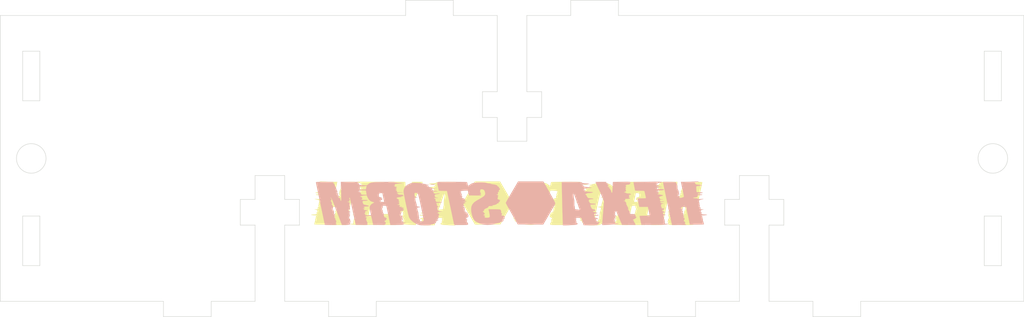
<source format=kicad_pcb>
(kicad_pcb (version 20171130) (host pcbnew "(5.1.10)-1")

  (general
    (thickness 1.6)
    (drawings 82)
    (tracks 0)
    (zones 0)
    (modules 2)
    (nets 1)
  )

  (page A4)
  (layers
    (0 F.Cu signal)
    (31 B.Cu signal)
    (32 B.Adhes user)
    (33 F.Adhes user)
    (34 B.Paste user)
    (35 F.Paste user)
    (36 B.SilkS user)
    (37 F.SilkS user)
    (38 B.Mask user)
    (39 F.Mask user)
    (40 Dwgs.User user)
    (41 Cmts.User user)
    (42 Eco1.User user)
    (43 Eco2.User user)
    (44 Edge.Cuts user)
    (45 Margin user)
    (46 B.CrtYd user)
    (47 F.CrtYd user)
    (48 B.Fab user)
    (49 F.Fab user)
  )

  (setup
    (last_trace_width 0.25)
    (trace_clearance 0.2)
    (zone_clearance 0.508)
    (zone_45_only no)
    (trace_min 0.2)
    (via_size 0.8)
    (via_drill 0.4)
    (via_min_size 0.4)
    (via_min_drill 0.3)
    (uvia_size 0.3)
    (uvia_drill 0.1)
    (uvias_allowed no)
    (uvia_min_size 0.2)
    (uvia_min_drill 0.1)
    (edge_width 0.05)
    (segment_width 0.2)
    (pcb_text_width 0.3)
    (pcb_text_size 1.5 1.5)
    (mod_edge_width 0.12)
    (mod_text_size 1 1)
    (mod_text_width 0.15)
    (pad_size 1.524 1.524)
    (pad_drill 0.762)
    (pad_to_mask_clearance 0)
    (aux_axis_origin 0 0)
    (grid_origin 154.1145 103.9495)
    (visible_elements 7FFFFFFF)
    (pcbplotparams
      (layerselection 0x010fc_ffffffff)
      (usegerberextensions true)
      (usegerberattributes true)
      (usegerberadvancedattributes true)
      (creategerberjobfile false)
      (excludeedgelayer true)
      (linewidth 0.100000)
      (plotframeref false)
      (viasonmask false)
      (mode 1)
      (useauxorigin false)
      (hpglpennumber 1)
      (hpglpenspeed 20)
      (hpglpendiameter 15.000000)
      (psnegative false)
      (psa4output false)
      (plotreference true)
      (plotvalue true)
      (plotinvisibletext false)
      (padsonsilk false)
      (subtractmaskfromsilk false)
      (outputformat 1)
      (mirror false)
      (drillshape 0)
      (scaleselection 1)
      (outputdirectory "gerbers"))
  )

  (net 0 "")

  (net_class Default "This is the default net class."
    (clearance 0.2)
    (trace_width 0.25)
    (via_dia 0.8)
    (via_drill 0.4)
    (uvia_dia 0.3)
    (uvia_drill 0.1)
  )

  (module footprints:hexastorm (layer B.Cu) (tedit 0) (tstamp 61689644)
    (at 154.09672 108.65104 180)
    (path /61685E41)
    (fp_text reference L2 (at 0 0) (layer B.SilkS) hide
      (effects (font (size 1.524 1.524) (thickness 0.3)) (justify mirror))
    )
    (fp_text value Logo_Open_Hardware_Large (at 0.75 0 180) (layer B.SilkS) hide
      (effects (font (size 1.524 1.524) (thickness 0.3)) (justify mirror))
    )
    (fp_poly (pts (xy 8.472736 1.986686) (xy 8.535656 1.978128) (xy 8.514499 1.964567) (xy 8.409448 1.94658)
      (xy 8.307917 1.934093) (xy 8.17672 1.926253) (xy 8.098894 1.936108) (xy 8.085667 1.949328)
      (xy 8.124006 1.971137) (xy 8.22317 1.985785) (xy 8.325555 1.989667) (xy 8.472736 1.986686)) (layer B.SilkS) (width 0.01))
    (fp_poly (pts (xy 7.916333 1.5875) (xy 7.895167 1.566334) (xy 7.874 1.5875) (xy 7.895167 1.608667)
      (xy 7.916333 1.5875)) (layer B.SilkS) (width 0.01))
    (fp_poly (pts (xy -0.009612 1.186549) (xy 0.152202 0.908784) (xy 0.299096 0.653221) (xy 0.425786 0.429323)
      (xy 0.526991 0.246554) (xy 0.597426 0.114378) (xy 0.63181 0.042259) (xy 0.634349 0.032966)
      (xy 0.613898 -0.016222) (xy 0.556353 -0.129196) (xy 0.466917 -0.296396) (xy 0.350794 -0.508264)
      (xy 0.213186 -0.755241) (xy 0.059298 -1.027768) (xy 0.005741 -1.121833) (xy -0.622216 -2.2225)
      (xy -1.951525 -2.232336) (xy -3.280833 -2.242173) (xy -3.902633 -1.174003) (xy -4.062254 -0.899033)
      (xy -4.208456 -0.645722) (xy -4.33564 -0.423889) (xy -4.438208 -0.243349) (xy -4.510559 -0.113919)
      (xy -4.547095 -0.045416) (xy -4.5499 -0.039162) (xy -4.536516 0.01731) (xy -4.482015 0.141095)
      (xy -4.389056 0.327034) (xy -4.260295 0.569967) (xy -4.098389 0.864732) (xy -3.934098 1.156754)
      (xy -3.292827 2.286) (xy -0.654225 2.286) (xy -0.009612 1.186549)) (layer B.SilkS) (width 0.01))
    (fp_poly (pts (xy 19.909036 2.241879) (xy 20.164045 2.236735) (xy 20.3578 2.228564) (xy 20.482738 2.217695)
      (xy 20.5313 2.204458) (xy 20.531667 2.203115) (xy 20.523119 2.155086) (xy 20.498558 2.032049)
      (xy 20.45961 1.841805) (xy 20.407899 1.592156) (xy 20.345049 1.290902) (xy 20.272686 0.945846)
      (xy 20.192434 0.564789) (xy 20.105917 0.155531) (xy 20.066 -0.032809) (xy 19.977276 -0.451624)
      (xy 19.894089 -0.845329) (xy 19.818062 -1.206175) (xy 19.750815 -1.526416) (xy 19.693971 -1.798303)
      (xy 19.649152 -2.01409) (xy 19.617979 -2.166028) (xy 19.602076 -2.24637) (xy 19.600333 -2.25709)
      (xy 19.560483 -2.267311) (xy 19.450853 -2.275946) (xy 19.286326 -2.282292) (xy 19.081786 -2.285649)
      (xy 18.9865 -2.286) (xy 18.733423 -2.28317) (xy 18.541742 -2.275029) (xy 18.419024 -2.262098)
      (xy 18.372839 -2.244899) (xy 18.372667 -2.243666) (xy 18.406152 -2.203896) (xy 18.425583 -2.200685)
      (xy 18.44762 -2.186049) (xy 18.415 -2.159) (xy 18.376978 -2.126403) (xy 18.418087 -2.117469)
      (xy 18.428607 -2.117314) (xy 18.480458 -2.108871) (xy 18.46035 -2.071741) (xy 18.444604 -2.055556)
      (xy 18.40575 -1.969625) (xy 18.409817 -1.86254) (xy 18.451273 -1.773887) (xy 18.487649 -1.747464)
      (xy 18.526364 -1.720057) (xy 18.492633 -1.68809) (xy 18.458225 -1.658313) (xy 18.491582 -1.651648)
      (xy 18.527847 -1.629166) (xy 18.522942 -1.612079) (xy 18.529481 -1.555046) (xy 18.562777 -1.50927)
      (xy 18.619076 -1.440746) (xy 18.605869 -1.403014) (xy 18.552583 -1.383848) (xy 18.501408 -1.36778)
      (xy 18.533226 -1.361015) (xy 18.554073 -1.359577) (xy 18.604993 -1.342602) (xy 18.593228 -1.287227)
      (xy 18.584852 -1.27097) (xy 18.565072 -1.193806) (xy 18.608695 -1.119323) (xy 18.625696 -1.101636)
      (xy 18.673508 -1.041615) (xy 18.669674 -1.016011) (xy 18.669 -1.016) (xy 18.634605 -0.980543)
      (xy 18.626667 -0.931333) (xy 18.646435 -0.862577) (xy 18.673937 -0.846666) (xy 18.703043 -0.813161)
      (xy 18.699067 -0.762) (xy 18.700959 -0.69459) (xy 18.76003 -0.677333) (xy 18.816246 -0.668919)
      (xy 18.807729 -0.628515) (xy 18.785462 -0.594995) (xy 18.750678 -0.503572) (xy 18.743367 -0.39073)
      (xy 18.760493 -0.286452) (xy 18.799017 -0.220721) (xy 18.824296 -0.211666) (xy 18.86443 -0.189905)
      (xy 18.8595 -0.169333) (xy 18.86646 -0.131047) (xy 18.886635 -0.127) (xy 18.918167 -0.114632)
      (xy 18.889133 -0.076199) (xy 18.842125 0.003064) (xy 18.856802 0.065283) (xy 18.912417 0.085315)
      (xy 18.961053 0.092524) (xy 18.929492 0.121983) (xy 18.924019 0.125475) (xy 18.891801 0.159519)
      (xy 18.931174 0.1899) (xy 18.963231 0.202605) (xy 19.031754 0.231625) (xy 19.024273 0.249341)
      (xy 18.979296 0.262615) (xy 18.920039 0.296722) (xy 18.907856 0.372041) (xy 18.91281 0.415429)
      (xy 18.947387 0.515052) (xy 19.001559 0.564348) (xy 19.038323 0.579508) (xy 18.993616 0.587309)
      (xy 18.986321 0.587756) (xy 18.960637 0.580542) (xy 18.930846 0.55122) (xy 18.893744 0.492559)
      (xy 18.846132 0.397328) (xy 18.784807 0.258296) (xy 18.706568 0.068232) (xy 18.608213 -0.180096)
      (xy 18.486542 -0.493918) (xy 18.351321 -0.846535) (xy 17.801167 -2.285737) (xy 17.526 -2.283429)
      (xy 17.290226 -2.27464) (xy 17.107075 -2.254124) (xy 16.983288 -2.22411) (xy 16.925606 -2.18683)
      (xy 16.940771 -2.144517) (xy 17.004284 -2.110711) (xy 17.053748 -2.08659) (xy 17.024827 -2.077973)
      (xy 17.011946 -2.077308) (xy 16.936731 -2.040034) (xy 16.911708 -1.948131) (xy 16.935705 -1.835261)
      (xy 16.959667 -1.747596) (xy 16.956454 -1.702343) (xy 16.968188 -1.662749) (xy 17.021233 -1.605862)
      (xy 17.079151 -1.548812) (xy 17.073543 -1.514451) (xy 17.031046 -1.486435) (xy 16.984551 -1.453428)
      (xy 17.011373 -1.43999) (xy 17.060333 -1.4364) (xy 17.166167 -1.430893) (xy 17.060333 -1.397)
      (xy 16.995414 -1.371248) (xy 16.991433 -1.358886) (xy 16.999611 -1.329482) (xy 16.975667 -1.291166)
      (xy 16.947442 -1.241152) (xy 16.991505 -1.226618) (xy 17.002233 -1.22632) (xy 17.055924 -1.221246)
      (xy 17.042492 -1.196617) (xy 16.999325 -1.16282) (xy 16.944616 -1.116489) (xy 16.964419 -1.101205)
      (xy 17.020492 -1.099166) (xy 17.123833 -1.097666) (xy 16.912167 -0.976666) (xy 17.123833 -0.970666)
      (xy 17.022853 -0.914693) (xy 16.921873 -0.858721) (xy 17.026381 -0.832491) (xy 17.111528 -0.785566)
      (xy 17.123334 -0.722491) (xy 17.061517 -0.668161) (xy 17.028375 -0.65724) (xy 16.958058 -0.623232)
      (xy 16.963325 -0.580339) (xy 16.981841 -0.514468) (xy 16.994581 -0.3906) (xy 16.998826 -0.235347)
      (xy 16.998811 -0.232833) (xy 16.996833 0.0635) (xy 17.145 0.113164) (xy 17.293167 0.162827)
      (xy 17.155583 0.16608) (xy 17.056288 0.182507) (xy 17.01747 0.217425) (xy 17.049566 0.258235)
      (xy 17.070917 0.268297) (xy 17.084543 0.286816) (xy 17.047894 0.292992) (xy 16.994321 0.326369)
      (xy 16.987126 0.395945) (xy 17.028099 0.465946) (xy 17.038813 0.474488) (xy 17.052134 0.524324)
      (xy 17.028229 0.557038) (xy 16.983307 0.592431) (xy 16.973918 0.59055) (xy 16.964897 0.546149)
      (xy 16.940059 0.428624) (xy 16.901466 0.247607) (xy 16.851179 0.012732) (xy 16.79126 -0.266369)
      (xy 16.72377 -0.580061) (xy 16.666314 -0.846666) (xy 16.360458 -2.264833) (xy 15.743785 -2.276507)
      (xy 15.500467 -2.280031) (xy 15.329618 -2.279171) (xy 15.219108 -2.272884) (xy 15.156805 -2.260132)
      (xy 15.130578 -2.239872) (xy 15.127111 -2.223591) (xy 15.151518 -2.166207) (xy 15.172972 -2.158351)
      (xy 15.183894 -2.140844) (xy 15.157016 -2.118602) (xy 15.118149 -2.079863) (xy 15.140371 -2.028829)
      (xy 15.162076 -2.002834) (xy 15.206983 -1.923311) (xy 15.209789 -1.873272) (xy 15.225949 -1.815786)
      (xy 15.258727 -1.794245) (xy 15.302804 -1.758633) (xy 15.27823 -1.709556) (xy 15.2519 -1.661129)
      (xy 15.261167 -1.651) (xy 15.264974 -1.624954) (xy 15.24 -1.5875) (xy 15.216415 -1.544216)
      (xy 15.252296 -1.524179) (xy 15.330066 -1.517657) (xy 15.422614 -1.512767) (xy 15.433614 -1.506958)
      (xy 15.366101 -1.495613) (xy 15.346472 -1.492718) (xy 15.22011 -1.474123) (xy 15.319923 -1.420705)
      (xy 15.362137 -1.393405) (xy 15.358566 -1.374398) (xy 15.297886 -1.359555) (xy 15.168775 -1.344742)
      (xy 15.092183 -1.337605) (xy 14.93509 -1.325753) (xy 14.813931 -1.321088) (xy 14.750447 -1.32433)
      (xy 14.746374 -1.326181) (xy 14.730856 -1.372563) (xy 14.702749 -1.484355) (xy 14.666264 -1.643984)
      (xy 14.631709 -1.804636) (xy 14.535302 -2.264833) (xy 13.939312 -2.276553) (xy 13.696539 -2.279987)
      (xy 13.52414 -2.278344) (xy 13.407908 -2.270381) (xy 13.333638 -2.254857) (xy 13.287123 -2.230531)
      (xy 13.273408 -2.21836) (xy 13.219368 -2.114238) (xy 13.237194 -2.005956) (xy 13.321447 -1.924803)
      (xy 13.379359 -1.891612) (xy 13.372413 -1.867277) (xy 13.293507 -1.833613) (xy 13.284508 -1.830212)
      (xy 13.192928 -1.778282) (xy 13.179613 -1.718118) (xy 13.180316 -1.716218) (xy 13.174787 -1.661079)
      (xy 13.135189 -1.651) (xy 13.095633 -1.641896) (xy 13.117042 -1.604385) (xy 13.155914 -1.566333)
      (xy 13.243403 -1.504331) (xy 13.312063 -1.481666) (xy 13.371512 -1.464696) (xy 13.380572 -1.449916)
      (xy 13.392534 -1.38616) (xy 13.404789 -1.3335) (xy 13.422506 -1.220846) (xy 13.424952 -1.169491)
      (xy 13.452931 -1.073014) (xy 13.483603 -1.030682) (xy 13.522402 -0.953352) (xy 13.519172 -0.908941)
      (xy 13.525899 -0.854843) (xy 13.552721 -0.846018) (xy 13.58454 -0.83614) (xy 13.546667 -0.804333)
      (xy 13.510133 -0.770809) (xy 13.538582 -0.762648) (xy 13.574562 -0.739754) (xy 13.569441 -0.722268)
      (xy 13.580279 -0.672482) (xy 13.619859 -0.638889) (xy 13.659988 -0.604392) (xy 13.646058 -0.593953)
      (xy 13.593682 -0.556577) (xy 13.552334 -0.47132) (xy 13.532568 -0.374188) (xy 13.544935 -0.301185)
      (xy 13.556743 -0.289209) (xy 13.550899 -0.270032) (xy 13.47471 -0.257683) (xy 13.386588 -0.254648)
      (xy 13.236773 -0.264277) (xy 13.156023 -0.292705) (xy 13.145927 -0.306916) (xy 13.132753 -0.362002)
      (xy 13.105123 -0.487634) (xy 13.065682 -0.671436) (xy 13.017072 -0.901032) (xy 12.961938 -1.164047)
      (xy 12.928867 -1.322916) (xy 12.728889 -2.286) (xy 12.174694 -2.278883) (xy 11.950712 -2.274894)
      (xy 11.743163 -2.269194) (xy 11.574286 -2.262523) (xy 11.466322 -2.25562) (xy 11.46175 -2.255161)
      (xy 11.360222 -2.232871) (xy 11.306376 -2.20014) (xy 11.311304 -2.169993) (xy 11.377083 -2.155746)
      (xy 11.387838 -2.142899) (xy 11.330438 -2.114059) (xy 11.281833 -2.096685) (xy 11.1125 -2.040877)
      (xy 11.324167 -2.031528) (xy 11.428712 -2.023114) (xy 11.473598 -2.01136) (xy 11.46175 -2.002818)
      (xy 11.395111 -1.966525) (xy 11.405674 -1.922574) (xy 11.488698 -1.884613) (xy 11.504083 -1.880936)
      (xy 11.625042 -1.851994) (xy 11.667111 -1.834609) (xy 11.634809 -1.82581) (xy 11.591248 -1.823675)
      (xy 11.496627 -1.80636) (xy 11.448319 -1.770931) (xy 11.462122 -1.732258) (xy 11.482653 -1.721457)
      (xy 11.513848 -1.702262) (xy 11.482917 -1.696675) (xy 11.432636 -1.668932) (xy 11.436053 -1.616914)
      (xy 11.483233 -1.572201) (xy 11.52525 -1.562113) (xy 11.590085 -1.556626) (xy 11.573516 -1.543124)
      (xy 11.535833 -1.530363) (xy 11.463027 -1.48611) (xy 11.44187 -1.433654) (xy 11.478586 -1.399259)
      (xy 11.504083 -1.396351) (xy 11.552781 -1.389183) (xy 11.521272 -1.359761) (xy 11.5155 -1.356077)
      (xy 11.497331 -1.327915) (xy 11.549233 -1.304228) (xy 11.641903 -1.286218) (xy 11.830972 -1.255985)
      (xy 11.683403 -1.202713) (xy 11.608017 -1.168879) (xy 11.597388 -1.148476) (xy 11.610892 -1.14622)
      (xy 11.659428 -1.13767) (xy 11.656791 -1.102826) (xy 11.616607 -1.037166) (xy 11.572702 -0.962644)
      (xy 11.583535 -0.933659) (xy 11.647381 -0.926422) (xy 11.709708 -0.920014) (xy 11.691396 -0.907558)
      (xy 11.667272 -0.900968) (xy 11.615094 -0.877961) (xy 11.641411 -0.84605) (xy 11.646105 -0.843027)
      (xy 11.667793 -0.815682) (xy 11.612107 -0.805337) (xy 11.592212 -0.804981) (xy 11.464207 -0.792361)
      (xy 11.383253 -0.761042) (xy 11.367509 -0.718334) (xy 11.369241 -0.71523) (xy 11.355293 -0.682379)
      (xy 11.316082 -0.673515) (xy 11.300865 -0.660823) (xy 11.35544 -0.633696) (xy 11.387667 -0.62271)
      (xy 11.481845 -0.59134) (xy 11.500345 -0.575221) (xy 11.448234 -0.564136) (xy 11.418699 -0.560147)
      (xy 11.33643 -0.537456) (xy 11.327727 -0.507745) (xy 11.382974 -0.479787) (xy 11.492554 -0.462355)
      (xy 11.527748 -0.460658) (xy 11.633583 -0.456409) (xy 11.66108 -0.44885) (xy 11.616559 -0.433303)
      (xy 11.578167 -0.423333) (xy 11.506165 -0.403183) (xy 11.503199 -0.392822) (xy 11.57571 -0.387708)
      (xy 11.631083 -0.386008) (xy 11.757429 -0.370573) (xy 11.807492 -0.335913) (xy 11.778098 -0.285849)
      (xy 11.736917 -0.25864) (xy 11.70588 -0.230802) (xy 11.737244 -0.209295) (xy 11.841557 -0.187496)
      (xy 11.853333 -0.185547) (xy 12.043833 -0.154353) (xy 11.902811 -0.117408) (xy 11.812347 -0.086561)
      (xy 11.792328 -0.052433) (xy 11.812744 -0.019065) (xy 11.841423 0.031253) (xy 11.8056 0.046554)
      (xy 11.795889 0.059675) (xy 11.849402 0.082957) (xy 14.425753 0.082957) (xy 14.451034 0.049894)
      (xy 14.545653 0.002903) (xy 14.725364 -0.109426) (xy 14.847385 -0.253037) (xy 14.899287 -0.412419)
      (xy 14.900246 -0.439625) (xy 14.890395 -0.543908) (xy 14.865318 -0.699888) (xy 14.830043 -0.877057)
      (xy 14.8227 -0.910166) (xy 14.74624 -1.248833) (xy 15.08837 -1.258882) (xy 15.248686 -1.259834)
      (xy 15.349033 -1.252389) (xy 15.378592 -1.237547) (xy 15.373272 -1.232552) (xy 15.346416 -1.195691)
      (xy 15.387277 -1.147218) (xy 15.414441 -1.127253) (xy 15.475431 -1.078586) (xy 15.467462 -1.060104)
      (xy 15.438317 -1.058333) (xy 15.384439 -1.035944) (xy 15.374672 -0.956377) (xy 15.375981 -0.942192)
      (xy 15.374128 -0.862492) (xy 15.33071 -0.823208) (xy 15.24 -0.803543) (xy 15.147098 -0.787364)
      (xy 15.131297 -0.773794) (xy 15.185763 -0.754338) (xy 15.197667 -0.750929) (xy 15.324212 -0.727437)
      (xy 15.4251 -0.720244) (xy 15.505652 -0.713448) (xy 15.515257 -0.685953) (xy 15.494 -0.656166)
      (xy 15.469085 -0.610978) (xy 15.507704 -0.592713) (xy 15.5629 -0.589413) (xy 15.631274 -0.585126)
      (xy 15.632384 -0.57285) (xy 15.560447 -0.545434) (xy 15.515167 -0.530352) (xy 15.421331 -0.494804)
      (xy 15.407205 -0.47534) (xy 15.441083 -0.470105) (xy 15.515532 -0.452344) (xy 15.536333 -0.427862)
      (xy 15.496108 -0.377665) (xy 15.380194 -0.347072) (xy 15.225954 -0.338018) (xy 15.070618 -0.328772)
      (xy 14.9936 -0.305643) (xy 14.996621 -0.273402) (xy 15.081399 -0.236824) (xy 15.180926 -0.21303)
      (xy 15.365827 -0.175049) (xy 15.482715 -0.146104) (xy 15.546917 -0.120322) (xy 15.573765 -0.09183)
      (xy 15.578667 -0.060647) (xy 15.59659 -0.00609) (xy 15.610417 0) (xy 15.63272 0.036828)
      (xy 15.642164 0.125544) (xy 15.642167 0.127) (xy 15.638229 0.199616) (xy 15.612525 0.237478)
      (xy 15.544215 0.252011) (xy 15.412457 0.25464) (xy 15.409333 0.254649) (xy 15.267273 0.262171)
      (xy 15.154408 0.280765) (xy 15.113 0.296334) (xy 15.110051 0.318001) (xy 15.183584 0.331592)
      (xy 15.337055 0.337616) (xy 15.396251 0.338019) (xy 15.559783 0.343161) (xy 15.688846 0.356259)
      (xy 15.761608 0.374799) (xy 15.769167 0.381) (xy 15.760031 0.417617) (xy 15.731762 0.423334)
      (xy 15.685022 0.455036) (xy 15.685603 0.513728) (xy 15.70022 0.581036) (xy 15.726514 0.617072)
      (xy 15.790707 0.645914) (xy 15.853833 0.668196) (xy 15.928162 0.698943) (xy 15.92452 0.713541)
      (xy 15.89405 0.716325) (xy 15.803228 0.735935) (xy 15.76705 0.756744) (xy 15.705857 0.779864)
      (xy 15.588137 0.80203) (xy 15.470155 0.815513) (xy 15.213477 0.837205) (xy 15.104243 0.590053)
      (xy 14.971153 0.367931) (xy 14.798719 0.218935) (xy 14.605 0.143754) (xy 14.47571 0.111003)
      (xy 14.425753 0.082957) (xy 11.849402 0.082957) (xy 11.853333 0.084667) (xy 11.959167 0.118561)
      (xy 11.853333 0.123429) (xy 11.785326 0.132902) (xy 11.793064 0.154275) (xy 13.383703 0.154275)
      (xy 13.419278 0.133389) (xy 13.51234 0.131682) (xy 13.572432 0.135035) (xy 13.710719 0.153404)
      (xy 13.77914 0.189303) (xy 13.791661 0.216303) (xy 13.76364 0.283218) (xy 13.668338 0.340874)
      (xy 13.593309 0.38163) (xy 13.57915 0.411462) (xy 13.586503 0.415446) (xy 13.617924 0.439284)
      (xy 13.583207 0.470143) (xy 13.575207 0.496059) (xy 13.650661 0.511071) (xy 13.694833 0.513695)
      (xy 13.787654 0.519785) (xy 13.799505 0.528092) (xy 13.74775 0.538322) (xy 13.653635 0.566374)
      (xy 13.637353 0.600708) (xy 13.694435 0.62772) (xy 13.7795 0.635) (xy 13.885041 0.648805)
      (xy 13.932624 0.68472) (xy 13.933173 0.687917) (xy 13.946534 0.864654) (xy 13.944063 0.889)
      (xy 15.209035 0.889) (xy 15.499684 0.889) (xy 15.658918 0.89286) (xy 15.749378 0.906715)
      (xy 15.7867 0.933982) (xy 15.790333 0.9525) (xy 15.81881 1.009125) (xy 15.84325 1.016649)
      (xy 15.869711 1.028263) (xy 15.837656 1.054354) (xy 15.811198 1.08732) (xy 15.859591 1.116626)
      (xy 15.87999 1.12347) (xy 15.948831 1.149298) (xy 15.940812 1.169652) (xy 15.896167 1.188622)
      (xy 15.868312 1.209443) (xy 15.915261 1.223416) (xy 16.023167 1.231467) (xy 16.133199 1.238361)
      (xy 16.162525 1.246034) (xy 16.115098 1.255937) (xy 16.096446 1.258351) (xy 16.010191 1.280039)
      (xy 15.980684 1.310661) (xy 15.982528 1.315076) (xy 15.955573 1.334149) (xy 15.856991 1.347727)
      (xy 15.699728 1.354292) (xy 15.644665 1.354667) (xy 15.452456 1.350497) (xy 15.335419 1.337102)
      (xy 15.284432 1.313157) (xy 15.28049 1.30175) (xy 15.271708 1.22932) (xy 15.251969 1.112122)
      (xy 15.24384 1.068917) (xy 15.209035 0.889) (xy 13.944063 0.889) (xy 13.935432 0.974025)
      (xy 13.890428 1.031987) (xy 13.802087 1.054496) (xy 13.714487 1.057686) (xy 13.564807 1.058334)
      (xy 13.486157 0.66924) (xy 13.449289 0.489251) (xy 13.416671 0.334321) (xy 13.393272 0.227867)
      (xy 13.386816 0.201025) (xy 13.383703 0.154275) (xy 11.793064 0.154275) (xy 11.793983 0.156812)
      (xy 11.811 0.168438) (xy 11.868174 0.23788) (xy 11.866108 0.314205) (xy 11.841056 0.343088)
      (xy 11.853661 0.374002) (xy 11.925925 0.424642) (xy 11.987806 0.457395) (xy 12.077958 0.507747)
      (xy 12.1111 0.540871) (xy 12.09675 0.548224) (xy 12.033865 0.570038) (xy 12.022667 0.592667)
      (xy 11.984117 0.615333) (xy 11.883578 0.632535) (xy 11.758083 0.640009) (xy 11.623609 0.644487)
      (xy 11.566904 0.652514) (xy 11.581085 0.665957) (xy 11.6205 0.677334) (xy 11.7475 0.70965)
      (xy 11.599333 0.715307) (xy 11.507934 0.72685) (xy 11.421223 0.74948) (xy 11.359151 0.775174)
      (xy 11.341667 0.795907) (xy 11.379582 0.803686) (xy 11.414655 0.827892) (xy 11.408833 0.846667)
      (xy 11.431406 0.87135) (xy 11.529466 0.885812) (xy 11.640497 0.889) (xy 11.798994 0.895585)
      (xy 11.888698 0.91759) (xy 11.922691 0.9525) (xy 11.975992 1.008763) (xy 12.006029 1.016)
      (xy 12.059409 1.039407) (xy 12.065 1.056622) (xy 12.025959 1.076822) (xy 11.921991 1.095191)
      (xy 11.772822 1.108628) (xy 11.71575 1.111505) (xy 11.3665 1.125767) (xy 11.718603 1.134384)
      (xy 11.890185 1.139951) (xy 11.992535 1.149259) (xy 12.041083 1.166734) (xy 12.051261 1.196802)
      (xy 12.043833 1.227667) (xy 12.039626 1.2927) (xy 12.098148 1.312097) (xy 12.112572 1.312334)
      (xy 12.178962 1.316065) (xy 12.170507 1.339475) (xy 12.126008 1.374487) (xy 12.071735 1.420636)
      (xy 12.09099 1.437046) (xy 12.149667 1.440671) (xy 12.2555 1.444701) (xy 12.153638 1.485432)
      (xy 12.083629 1.518821) (xy 12.087326 1.550302) (xy 12.132471 1.587236) (xy 12.185201 1.632395)
      (xy 12.164839 1.647871) (xy 12.107333 1.650302) (xy 12.045371 1.661545) (xy 12.049386 1.685249)
      (xy 12.103549 1.712048) (xy 12.192033 1.732573) (xy 12.2555 1.737994) (xy 12.334963 1.743638)
      (xy 12.336973 1.757983) (xy 12.297833 1.775967) (xy 12.24932 1.801137) (xy 12.271271 1.817465)
      (xy 12.329455 1.828177) (xy 15.211367 1.828177) (xy 15.256475 1.633755) (xy 15.301583 1.439334)
      (xy 15.65215 1.439334) (xy 15.822843 1.440302) (xy 15.923172 1.445963) (xy 15.967439 1.460452)
      (xy 15.969944 1.487904) (xy 15.949442 1.525292) (xy 15.918223 1.597839) (xy 15.947543 1.643462)
      (xy 15.959667 1.651644) (xy 16.001822 1.684341) (xy 15.969919 1.693059) (xy 15.959667 1.693334)
      (xy 15.91752 1.700138) (xy 15.949155 1.728803) (xy 15.959667 1.735667) (xy 15.967549 1.758781)
      (xy 15.900834 1.772359) (xy 15.754813 1.777308) (xy 15.742708 1.777352) (xy 15.575308 1.781515)
      (xy 15.424031 1.791674) (xy 15.336808 1.803089) (xy 15.211367 1.828177) (xy 12.329455 1.828177)
      (xy 12.340167 1.830149) (xy 12.422547 1.844203) (xy 12.424134 1.851273) (xy 12.354713 1.856324)
      (xy 12.274363 1.874072) (xy 12.259392 1.925077) (xy 12.263292 1.943096) (xy 12.265952 1.980491)
      (xy 12.241076 2.006547) (xy 12.174256 2.025432) (xy 12.051084 2.041312) (xy 11.867746 2.057493)
      (xy 11.451167 2.091462) (xy 11.789833 2.123109) (xy 11.973653 2.144678) (xy 12.144704 2.172247)
      (xy 12.269208 2.200274) (xy 12.279637 2.203475) (xy 12.374522 2.22051) (xy 12.539111 2.232193)
      (xy 12.777023 2.238618) (xy 13.091878 2.239877) (xy 13.487296 2.236063) (xy 13.52847 2.235451)
      (xy 13.896814 2.228798) (xy 14.191342 2.220063) (xy 14.422904 2.207374) (xy 14.602351 2.188858)
      (xy 14.740532 2.162641) (xy 14.848299 2.126851) (xy 14.936502 2.079615) (xy 15.01599 2.01906)
      (xy 15.070667 1.969257) (xy 15.123262 1.923939) (xy 15.178258 1.896079) (xy 15.25497 1.882921)
      (xy 15.372712 1.881711) (xy 15.550799 1.889695) (xy 15.606802 1.892793) (xy 15.821921 1.908726)
      (xy 15.956799 1.928262) (xy 16.015818 1.952173) (xy 16.018514 1.96536) (xy 16.031138 2.028093)
      (xy 16.084653 2.104754) (xy 16.169383 2.195701) (xy 16.075108 2.213919) (xy 16.088028 2.219295)
      (xy 16.175257 2.224535) (xy 16.326439 2.229353) (xy 16.531218 2.233466) (xy 16.779237 2.23659)
      (xy 16.949656 2.237902) (xy 17.918479 2.243667) (xy 17.88799 1.217084) (xy 17.878974 0.892074)
      (xy 17.87381 0.643205) (xy 17.872724 0.462026) (xy 17.875943 0.340088) (xy 17.883693 0.268943)
      (xy 17.8962 0.240142) (xy 17.91369 0.245234) (xy 17.914 0.245534) (xy 17.955933 0.294105)
      (xy 17.975949 0.353194) (xy 17.985956 0.459016) (xy 17.986375 0.465667) (xy 18.01651 0.531832)
      (xy 18.102683 0.550334) (xy 18.177187 0.557478) (xy 18.180193 0.588064) (xy 18.161 0.613834)
      (xy 18.130172 0.664447) (xy 18.164193 0.677948) (xy 18.1664 0.677982) (xy 18.199443 0.68736)
      (xy 18.161 0.719667) (xy 18.124466 0.753191) (xy 18.152915 0.761352) (xy 18.187988 0.785559)
      (xy 18.182167 0.804334) (xy 18.193597 0.839327) (xy 18.232585 0.847315) (xy 18.281599 0.855241)
      (xy 18.251476 0.88449) (xy 18.250105 0.885361) (xy 18.218444 0.918514) (xy 18.26486 0.941623)
      (xy 18.271272 0.943302) (xy 18.323749 0.959935) (xy 18.295371 0.967438) (xy 18.277417 0.968756)
      (xy 18.208103 0.986844) (xy 18.207123 1.017791) (xy 18.262382 1.048006) (xy 18.361784 1.063896)
      (xy 18.362083 1.063907) (xy 18.520833 1.069479) (xy 18.372667 1.0964) (xy 18.2792 1.116672)
      (xy 18.25936 1.137214) (xy 18.30299 1.170474) (xy 18.309167 1.174207) (xy 18.367862 1.212728)
      (xy 18.354256 1.224901) (xy 18.311659 1.22638) (xy 18.255635 1.233257) (xy 18.276007 1.26311)
      (xy 18.298001 1.280584) (xy 18.357029 1.362627) (xy 18.380176 1.439334) (xy 18.402857 1.529522)
      (xy 18.427704 1.570143) (xy 18.45801 1.628387) (xy 18.468463 1.68656) (xy 18.493744 1.759051)
      (xy 18.525879 1.778001) (xy 18.558454 1.811289) (xy 18.5544 1.862153) (xy 18.563661 1.944879)
      (xy 18.600454 1.972422) (xy 18.646939 2.01239) (xy 18.64487 2.036794) (xy 18.660303 2.078689)
      (xy 18.719197 2.114342) (xy 18.777759 2.143503) (xy 18.757946 2.155439) (xy 18.743083 2.156317)
      (xy 18.680184 2.178632) (xy 18.669 2.201334) (xy 18.710589 2.216351) (xy 18.832479 2.228287)
      (xy 19.030353 2.236946) (xy 19.299893 2.242132) (xy 19.600333 2.243667) (xy 19.909036 2.241879)) (layer B.SilkS) (width 0.01))
    (fp_poly (pts (xy 7.298127 2.242088) (xy 7.497931 2.237105) (xy 7.643455 2.227283) (xy 7.742292 2.21112)
      (xy 7.802036 2.187114) (xy 7.830282 2.153763) (xy 7.834625 2.109565) (xy 7.822659 2.053018)
      (xy 7.801978 1.98262) (xy 7.792196 1.947334) (xy 7.761363 1.819601) (xy 7.725178 1.655037)
      (xy 7.705065 1.557202) (xy 7.656933 1.315236) (xy 7.228339 1.303202) (xy 6.799746 1.291167)
      (xy 6.685813 0.762) (xy 6.646844 0.580209) (xy 6.593913 0.33212) (xy 6.530536 0.034278)
      (xy 6.460231 -0.296772) (xy 6.386514 -0.644485) (xy 6.312901 -0.992316) (xy 6.305657 -1.026583)
      (xy 6.039433 -2.286) (xy 5.312791 -2.286) (xy 5.032132 -2.285331) (xy 4.827592 -2.280585)
      (xy 4.690627 -2.267644) (xy 4.612689 -2.242397) (xy 4.585231 -2.200728) (xy 4.599708 -2.138523)
      (xy 4.647572 -2.051668) (xy 4.688964 -1.985691) (xy 4.743953 -1.89214) (xy 4.753233 -1.844086)
      (xy 4.719431 -1.817513) (xy 4.707889 -1.812725) (xy 4.662832 -1.789711) (xy 4.697519 -1.779798)
      (xy 4.720167 -1.778) (xy 4.7802 -1.771031) (xy 4.759877 -1.754804) (xy 4.722434 -1.739803)
      (xy 4.666912 -1.713555) (xy 4.688601 -1.695626) (xy 4.733192 -1.683196) (xy 4.79882 -1.641304)
      (xy 4.794086 -1.580826) (xy 4.725444 -1.518782) (xy 4.659575 -1.489023) (xy 4.570204 -1.422335)
      (xy 4.547111 -1.31963) (xy 4.591725 -1.199331) (xy 4.632934 -1.145835) (xy 4.679522 -1.080172)
      (xy 4.658517 -1.058367) (xy 4.656172 -1.058333) (xy 4.614853 -1.048739) (xy 4.647202 -1.022954)
      (xy 4.744784 -0.985473) (xy 4.854166 -0.952813) (xy 4.966832 -0.919926) (xy 5.00387 -0.901565)
      (xy 4.971933 -0.892293) (xy 4.931833 -0.889347) (xy 4.804833 -0.882123) (xy 4.931833 -0.823971)
      (xy 4.999284 -0.785036) (xy 4.998304 -0.764882) (xy 4.988496 -0.763909) (xy 4.936643 -0.731452)
      (xy 4.932924 -0.66252) (xy 4.965518 -0.60837) (xy 4.967751 -0.556428) (xy 4.947449 -0.522478)
      (xy 4.926835 -0.477231) (xy 4.979566 -0.465018) (xy 5.031855 -0.458026) (xy 5.004925 -0.429641)
      (xy 4.995333 -0.423333) (xy 4.971787 -0.395149) (xy 5.019736 -0.380601) (xy 5.08 -0.376737)
      (xy 5.159285 -0.368994) (xy 5.160785 -0.355906) (xy 5.1435 -0.350813) (xy 5.037777 -0.30733)
      (xy 5.014919 -0.247379) (xy 5.053088 -0.190197) (xy 5.098096 -0.12783) (xy 5.076293 -0.075407)
      (xy 5.065701 -0.06432) (xy 4.97973 -0.011437) (xy 4.906951 0.011558) (xy 4.804833 0.030804)
      (xy 4.910667 0.039544) (xy 4.981691 0.048706) (xy 4.973669 0.065472) (xy 4.931833 0.084667)
      (xy 4.900216 0.107074) (xy 4.937488 0.121614) (xy 5.051343 0.131124) (xy 5.058833 0.131501)
      (xy 5.161933 0.137366) (xy 5.197243 0.143018) (xy 5.159902 0.150588) (xy 5.045049 0.162212)
      (xy 4.974167 0.168668) (xy 4.82596 0.183392) (xy 4.753545 0.195706) (xy 4.748243 0.208942)
      (xy 4.801373 0.226428) (xy 4.814729 0.229847) (xy 4.9003 0.262462) (xy 4.930352 0.297162)
      (xy 4.928648 0.301488) (xy 4.939281 0.335308) (xy 4.961085 0.339315) (xy 4.995013 0.347605)
      (xy 4.961579 0.374802) (xy 4.93499 0.420935) (xy 4.984647 0.469797) (xy 5.10259 0.515281)
      (xy 5.164667 0.530631) (xy 5.246886 0.555523) (xy 5.267387 0.577182) (xy 5.259917 0.58138)
      (xy 5.21416 0.632402) (xy 5.207547 0.713117) (xy 5.236397 0.784206) (xy 5.281083 0.807676)
      (xy 5.321199 0.818518) (xy 5.30225 0.83237) (xy 5.253672 0.887643) (xy 5.259316 0.967952)
      (xy 5.312765 1.039246) (xy 5.344583 1.057015) (xy 5.402205 1.085573) (xy 5.38189 1.097046)
      (xy 5.36575 1.097984) (xy 5.300447 1.119286) (xy 5.301159 1.158042) (xy 5.361731 1.187428)
      (xy 5.386917 1.190245) (xy 5.444212 1.197435) (xy 5.42009 1.211237) (xy 5.408083 1.214515)
      (xy 5.345331 1.247895) (xy 5.334 1.269994) (xy 5.294913 1.287816) (xy 5.190619 1.304277)
      (xy 5.040567 1.316681) (xy 4.974638 1.319807) (xy 4.615275 1.3335) (xy 4.502741 0.8255)
      (xy 3.860037 0.813815) (xy 3.57389 0.812032) (xy 3.371344 0.818695) (xy 3.251745 0.833919)
      (xy 3.214438 0.85782) (xy 3.25877 0.890514) (xy 3.312583 0.910604) (xy 3.407833 0.942082)
      (xy 3.305721 0.961718) (xy 3.239942 0.982605) (xy 3.251296 1.010956) (xy 3.263387 1.019196)
      (xy 3.300647 1.050383) (xy 3.260879 1.059144) (xy 3.259667 1.059186) (xy 3.241785 1.076315)
      (xy 3.296473 1.118635) (xy 3.302 1.121834) (xy 3.36138 1.164211) (xy 3.359828 1.183732)
      (xy 3.357999 1.183834) (xy 3.325193 1.222058) (xy 3.323969 1.310205) (xy 3.309759 1.417392)
      (xy 3.232283 1.469962) (xy 3.090413 1.468517) (xy 3.043123 1.459429) (xy 2.925067 1.392612)
      (xy 2.840304 1.260603) (xy 2.797482 1.079215) (xy 2.794 1.004114) (xy 2.808429 0.906817)
      (xy 2.858126 0.81523) (xy 2.952706 0.720561) (xy 3.101781 0.61402) (xy 3.314966 0.486814)
      (xy 3.429 0.423431) (xy 3.612535 0.317696) (xy 3.783289 0.210149) (xy 3.917633 0.116124)
      (xy 3.973919 0.069821) (xy 4.135532 -0.122558) (xy 4.233633 -0.343521) (xy 4.269819 -0.602072)
      (xy 4.245685 -0.907217) (xy 4.191916 -1.160584) (xy 4.106414 -1.442393) (xy 4.007996 -1.655646)
      (xy 3.887168 -1.816387) (xy 3.734433 -1.940656) (xy 3.727603 -1.945045) (xy 3.371506 -2.128655)
      (xy 2.99126 -2.238448) (xy 2.578564 -2.275987) (xy 2.137833 -2.244631) (xy 1.989988 -2.218346)
      (xy 1.860823 -2.185925) (xy 1.820333 -2.171898) (xy 1.724105 -2.141794) (xy 1.577713 -2.106057)
      (xy 1.429165 -2.075592) (xy 1.290588 -2.044986) (xy 1.195623 -2.014575) (xy 1.163708 -1.990666)
      (xy 1.164212 -1.989593) (xy 1.141553 -1.961354) (xy 1.059639 -1.933627) (xy 1.036796 -1.92889)
      (xy 0.946412 -1.903685) (xy 0.898154 -1.856942) (xy 0.880974 -1.767177) (xy 0.883046 -1.629833)
      (xy 0.877196 -1.583743) (xy 0.863226 -1.598083) (xy 0.81738 -1.646987) (xy 0.800805 -1.651)
      (xy 0.767397 -1.619105) (xy 0.765333 -1.550507) (xy 0.791493 -1.485838) (xy 0.814917 -1.467369)
      (xy 0.846112 -1.448243) (xy 0.814917 -1.442675) (xy 0.767899 -1.405253) (xy 0.762 -1.375833)
      (xy 0.799695 -1.325319) (xy 0.885537 -1.312333) (xy 1.000575 -1.303547) (xy 1.077282 -1.28616)
      (xy 1.123392 -1.259787) (xy 1.096994 -1.224877) (xy 1.07844 -1.210959) (xy 1.03579 -1.13914)
      (xy 1.053534 -1.061042) (xy 1.120451 -1.014697) (xy 1.136946 -1.012657) (xy 1.17479 -1.001977)
      (xy 1.153656 -0.987987) (xy 1.124553 -0.936572) (xy 1.129715 -0.842765) (xy 1.164475 -0.73936)
      (xy 1.196354 -0.687916) (xy 1.244986 -0.66462) (xy 1.353376 -0.648476) (xy 1.529266 -0.638849)
      (xy 1.780398 -0.6351) (xy 1.839497 -0.635) (xy 2.44096 -0.635) (xy 2.35925 -1.017149)
      (xy 2.318099 -1.22839) (xy 2.30623 -1.371204) (xy 2.330733 -1.458868) (xy 2.398695 -1.504661)
      (xy 2.517207 -1.52186) (xy 2.62985 -1.524) (xy 2.78359 -1.518238) (xy 2.860937 -1.497887)
      (xy 2.86957 -1.45835) (xy 2.827867 -1.405466) (xy 2.809427 -1.368943) (xy 2.86012 -1.352905)
      (xy 2.90195 -1.350446) (xy 2.984877 -1.346118) (xy 2.987358 -1.336542) (xy 2.921 -1.316306)
      (xy 2.815167 -1.286385) (xy 3.026833 -1.223343) (xy 2.931583 -1.184535) (xy 2.85181 -1.129863)
      (xy 2.845324 -1.071239) (xy 2.89959 -1.031402) (xy 2.944101 -0.993832) (xy 2.942399 -0.974043)
      (xy 2.960575 -0.938485) (xy 3.016726 -0.91213) (xy 3.076188 -0.885676) (xy 3.056928 -0.861646)
      (xy 3.048756 -0.85818) (xy 2.974188 -0.815779) (xy 2.919256 -0.765074) (xy 2.903541 -0.727296)
      (xy 2.921 -0.719666) (xy 2.940233 -0.700249) (xy 2.911803 -0.66675) (xy 2.817188 -0.595409)
      (xy 2.711056 -0.535798) (xy 2.630053 -0.508217) (xy 2.625241 -0.508) (xy 2.566996 -0.482575)
      (xy 2.500052 -0.424546) (xy 2.450827 -0.361277) (xy 2.44475 -0.321027) (xy 2.419413 -0.3079)
      (xy 2.329149 -0.297471) (xy 2.197805 -0.292113) (xy 2.058947 -0.287232) (xy 1.998994 -0.277315)
      (xy 2.012265 -0.261059) (xy 2.032 -0.254) (xy 2.102942 -0.229155) (xy 2.095722 -0.219242)
      (xy 2.043191 -0.215886) (xy 1.911331 -0.198955) (xy 1.773427 -0.164552) (xy 1.654528 -0.121143)
      (xy 1.579685 -0.077194) (xy 1.566333 -0.054719) (xy 1.529749 -0.013692) (xy 1.455316 0)
      (xy 1.380812 0.007145) (xy 1.377806 0.037731) (xy 1.397 0.0635) (xy 1.424067 0.111823)
      (xy 1.380677 0.126566) (xy 1.357352 0.127) (xy 1.295621 0.142517) (xy 1.291167 0.169334)
      (xy 1.283596 0.208997) (xy 1.261915 0.214643) (xy 1.249563 0.229676) (xy 1.291167 0.254)
      (xy 1.344879 0.281079) (xy 1.322761 0.292449) (xy 1.27 0.296341) (xy 1.215177 0.303887)
      (xy 1.227264 0.321611) (xy 1.312737 0.356684) (xy 1.330319 0.363163) (xy 1.448883 0.408114)
      (xy 1.503976 0.442635) (xy 1.511013 0.487047) (xy 1.485406 0.56167) (xy 1.483899 0.565629)
      (xy 1.462152 0.649644) (xy 1.486883 0.678157) (xy 1.493298 0.678621) (xy 1.505036 0.695974)
      (xy 1.467517 0.725054) (xy 1.413501 0.76346) (xy 1.430161 0.797164) (xy 1.467517 0.824511)
      (xy 1.571625 0.879937) (xy 1.629833 0.900167) (xy 1.662018 0.915644) (xy 1.610211 0.924848)
      (xy 1.577975 0.926423) (xy 1.485598 0.936529) (xy 1.456266 0.974504) (xy 1.46685 1.058334)
      (xy 1.476386 1.147625) (xy 1.444845 1.182431) (xy 1.391708 1.188309) (xy 1.323434 1.193337)
      (xy 1.335295 1.209408) (xy 1.375833 1.227667) (xy 1.419935 1.256294) (xy 1.403054 1.267025)
      (xy 1.364647 1.299813) (xy 1.368375 1.329329) (xy 1.354584 1.387961) (xy 1.316459 1.408188)
      (xy 1.249349 1.452909) (xy 1.246742 1.514061) (xy 1.302278 1.56174) (xy 1.351139 1.571245)
      (xy 1.414849 1.578661) (xy 1.396195 1.592546) (xy 1.383221 1.596131) (xy 1.331331 1.616159)
      (xy 1.340253 1.651648) (xy 1.379199 1.697053) (xy 1.460301 1.760671) (xy 1.519978 1.781343)
      (xy 1.558969 1.79066) (xy 1.531585 1.807036) (xy 1.512833 1.836516) (xy 1.56124 1.87451)
      (xy 1.660631 1.914581) (xy 1.79483 1.950287) (xy 1.947661 1.975188) (xy 1.956273 1.976115)
      (xy 2.092914 1.995733) (xy 2.191954 2.019905) (xy 2.226312 2.038168) (xy 2.279968 2.062936)
      (xy 2.380183 2.074261) (xy 2.389162 2.074334) (xy 2.52649 2.091588) (xy 2.671077 2.133555)
      (xy 2.681637 2.137834) (xy 2.821254 2.173255) (xy 3.021303 2.19459) (xy 3.258749 2.201949)
      (xy 3.510558 2.195443) (xy 3.753693 2.175184) (xy 3.965119 2.141283) (xy 4.007372 2.131434)
      (xy 4.219488 2.061734) (xy 4.372576 1.969945) (xy 4.420222 1.926956) (xy 4.520471 1.844271)
      (xy 4.588024 1.836178) (xy 4.629855 1.905856) (xy 4.65073 2.032) (xy 4.673255 2.140063)
      (xy 4.709171 2.207676) (xy 4.713827 2.211269) (xy 4.766045 2.218424) (xy 4.893114 2.225034)
      (xy 5.085217 2.230902) (xy 5.33254 2.235832) (xy 5.625267 2.239627) (xy 5.953583 2.242089)
      (xy 6.297083 2.243019) (xy 6.705297 2.243543) (xy 7.036447 2.243733) (xy 7.298127 2.242088)) (layer B.SilkS) (width 0.01))
    (fp_poly (pts (xy -11.666744 2.252599) (xy -11.526118 2.250558) (xy -11.256147 2.245857) (xy -11.016283 2.240687)
      (xy -10.818884 2.235397) (xy -10.676313 2.230336) (xy -10.60093 2.225851) (xy -10.5923 2.224246)
      (xy -10.586034 2.179931) (xy -10.577359 2.066833) (xy -10.567303 1.900769) (xy -10.556897 1.697554)
      (xy -10.554184 1.638889) (xy -10.543013 1.409438) (xy -10.532402 1.252676) (xy -10.520125 1.156671)
      (xy -10.503955 1.109489) (xy -10.481666 1.0992) (xy -10.455664 1.11091) (xy -10.404052 1.180718)
      (xy -10.402443 1.230379) (xy -10.388855 1.311657) (xy -10.333247 1.393087) (xy -10.283434 1.457799)
      (xy -10.296712 1.484297) (xy -10.297583 1.484351) (xy -10.303962 1.498706) (xy -10.245686 1.528858)
      (xy -10.177648 1.564388) (xy -10.183366 1.595811) (xy -10.203353 1.610193) (xy -10.228289 1.638561)
      (xy -10.179445 1.652152) (xy -10.138833 1.654572) (xy -10.054346 1.65941) (xy -10.049887 1.669868)
      (xy -10.117667 1.693334) (xy -10.187648 1.718108) (xy -10.17966 1.728187) (xy -10.130749 1.731447)
      (xy -10.043836 1.751978) (xy -10.010521 1.791404) (xy -10.044226 1.831385) (xy -10.05441 1.835736)
      (xy -10.110899 1.890232) (xy -10.10563 1.962087) (xy -10.043337 2.016252) (xy -10.029422 2.02067)
      (xy -9.972703 2.045756) (xy -9.994343 2.077408) (xy -9.997672 2.079559) (xy -10.011041 2.105848)
      (xy -9.942561 2.116984) (xy -9.927167 2.117365) (xy -9.842913 2.122006) (xy -9.833897 2.140994)
      (xy -9.882341 2.181514) (xy -9.907022 2.205942) (xy -9.898571 2.223044) (xy -9.846361 2.234092)
      (xy -9.739763 2.240361) (xy -9.568148 2.243124) (xy -9.363758 2.243667) (xy -9.149207 2.242255)
      (xy -8.968515 2.238376) (xy -8.836726 2.232562) (xy -8.768884 2.225346) (xy -8.763 2.222372)
      (xy -8.78013 2.179716) (xy -8.828303 2.07096) (xy -8.902698 1.906698) (xy -8.998491 1.697525)
      (xy -9.110861 1.454036) (xy -9.2075 1.245849) (xy -9.366146 0.899863) (xy -9.487531 0.623314)
      (xy -9.573842 0.410726) (xy -9.627267 0.25662) (xy -9.649993 0.155519) (xy -9.651152 0.134728)
      (xy -9.647154 0.05116) (xy -9.636334 -0.103648) (xy -9.619739 -0.316636) (xy -9.598419 -0.574743)
      (xy -9.57342 -0.864909) (xy -9.548632 -1.142786) (xy -9.522228 -1.441448) (xy -9.499637 -1.711436)
      (xy -9.481691 -1.941591) (xy -9.46922 -2.120751) (xy -9.463053 -2.237758) (xy -9.463943 -2.281387)
      (xy -9.512569 -2.286767) (xy -9.629607 -2.285409) (xy -9.799167 -2.27844) (xy -10.00536 -2.266988)
      (xy -10.232298 -2.252178) (xy -10.46409 -2.235138) (xy -10.684849 -2.216994) (xy -10.878684 -2.198873)
      (xy -11.029706 -2.181903) (xy -11.122028 -2.167209) (xy -11.137868 -2.162679) (xy -11.184743 -2.139082)
      (xy -11.168952 -2.126132) (xy -11.081382 -2.120405) (xy -11.022542 -2.11935) (xy -10.89503 -2.114615)
      (xy -10.830702 -2.097047) (xy -10.808088 -2.055431) (xy -10.805583 -2.006018) (xy -10.786804 -1.910569)
      (xy -10.751814 -1.862139) (xy -10.728969 -1.830973) (xy -10.778272 -1.809902) (xy -10.826337 -1.792328)
      (xy -10.804001 -1.768655) (xy -10.752667 -1.744798) (xy -10.685044 -1.711528) (xy -10.692164 -1.697186)
      (xy -10.7315 -1.693041) (xy -10.816167 -1.687382) (xy -10.7315 -1.651) (xy -10.673426 -1.622907)
      (xy -10.69588 -1.613517) (xy -10.739585 -1.611642) (xy -10.823375 -1.592621) (xy -10.862221 -1.554759)
      (xy -10.839399 -1.517165) (xy -10.827014 -1.51174) (xy -10.795104 -1.483418) (xy -10.82675 -1.436158)
      (xy -10.873779 -1.351335) (xy -10.870949 -1.271984) (xy -10.821355 -1.228672) (xy -10.805583 -1.227018)
      (xy -10.758139 -1.219063) (xy -10.790221 -1.189188) (xy -10.790561 -1.188972) (xy -10.822223 -1.15582)
      (xy -10.775807 -1.13271) (xy -10.769395 -1.131031) (xy -10.716918 -1.114398) (xy -10.745296 -1.106896)
      (xy -10.76325 -1.105577) (xy -10.823686 -1.080444) (xy -10.834304 -1.038794) (xy -10.787139 -1.01481)
      (xy -10.784417 -1.014712) (xy -10.770744 -0.997594) (xy -10.805583 -0.970275) (xy -10.866616 -0.895752)
      (xy -10.879667 -0.837507) (xy -10.883038 -0.789696) (xy -10.895568 -0.777386) (xy -10.920882 -0.807612)
      (xy -10.962608 -0.88741) (xy -11.02437 -1.023814) (xy -11.109794 -1.223859) (xy -11.222507 -1.494582)
      (xy -11.239477 -1.535634) (xy -11.54074 -2.264833) (xy -12.24737 -2.27644) (xy -12.481237 -2.279137)
      (xy -12.682427 -2.279275) (xy -12.837073 -2.277022) (xy -12.931309 -2.272546) (xy -12.954 -2.267848)
      (xy -12.93399 -2.200981) (xy -12.886504 -2.100152) (xy -12.830356 -2.002292) (xy -12.793309 -1.952458)
      (xy -12.756548 -1.876242) (xy -12.759737 -1.836041) (xy -12.746372 -1.787591) (xy -12.688088 -1.774573)
      (xy -12.641839 -1.766405) (xy -12.662735 -1.742455) (xy -12.747972 -1.699193) (xy -12.923623 -1.60286)
      (xy -13.018538 -1.515188) (xy -13.038667 -1.455316) (xy -13.00448 -1.404269) (xy -12.972668 -1.397)
      (xy -12.92897 -1.376309) (xy -12.933068 -1.354287) (xy -12.943176 -1.282384) (xy -12.932713 -1.227287)
      (xy -12.906821 -1.181037) (xy -12.852568 -1.155423) (xy -12.749407 -1.144709) (xy -12.630795 -1.143)
      (xy -12.483484 -1.140826) (xy -12.40393 -1.130649) (xy -12.37526 -1.106981) (xy -12.380604 -1.064336)
      (xy -12.381369 -1.061895) (xy -12.38438 -0.984277) (xy -12.364904 -0.954706) (xy -12.339975 -0.898602)
      (xy -12.345865 -0.86825) (xy -12.329491 -0.81197) (xy -12.250309 -0.778081) (xy -12.173391 -0.754739)
      (xy -12.172237 -0.735051) (xy -12.21471 -0.715783) (xy -12.265848 -0.69155) (xy -12.241029 -0.680722)
      (xy -12.192 -0.676966) (xy -12.131893 -0.665736) (xy -12.139083 -0.649296) (xy -12.18347 -0.594285)
      (xy -12.192 -0.546805) (xy -12.169022 -0.479716) (xy -12.139083 -0.465018) (xy -12.117046 -0.450383)
      (xy -12.149667 -0.423333) (xy -12.187542 -0.390791) (xy -12.146434 -0.381809) (xy -12.135556 -0.381648)
      (xy -12.079335 -0.358385) (xy -12.076317 -0.328083) (xy -12.065727 -0.259731) (xy -12.016129 -0.173932)
      (xy -11.965335 -0.076192) (xy -11.978507 -0.023367) (xy -11.985913 0.036294) (xy -11.938658 0.084193)
      (xy -11.884222 0.141646) (xy -11.879266 0.177045) (xy -11.85755 0.201442) (xy -11.776284 0.215888)
      (xy -11.760582 0.216676) (xy -11.6205 0.221684) (xy -11.7475 0.249307) (xy -11.837675 0.282706)
      (xy -11.863561 0.341272) (xy -11.861256 0.371298) (xy -11.860714 0.426052) (xy -11.892051 0.454291)
      (xy -11.974842 0.464803) (xy -12.072923 0.466315) (xy -12.227413 0.474439) (xy -12.333503 0.494733)
      (xy -12.381417 0.522596) (xy -12.361377 0.55343) (xy -12.302186 0.574191) (xy -12.227126 0.602178)
      (xy -12.230594 0.632) (xy -12.240894 0.639191) (xy -12.291793 0.709839) (xy -12.288132 0.796192)
      (xy -12.235274 0.854275) (xy -12.2322 0.872657) (xy -12.299965 0.886631) (xy -12.361333 0.890936)
      (xy -12.45735 0.899055) (xy -12.491224 0.911029) (xy -12.477232 0.918282) (xy -12.426158 0.951589)
      (xy -12.426814 0.976871) (xy -12.402679 0.998533) (xy -12.312671 1.012565) (xy -12.215665 1.016)
      (xy -12.087381 1.02289) (xy -12.001907 1.040679) (xy -11.980333 1.058334) (xy -11.943264 1.088303)
      (xy -11.852994 1.104456) (xy -11.84275 1.104887) (xy -11.754617 1.109368) (xy -11.745315 1.119529)
      (xy -11.809017 1.142365) (xy -11.811 1.143) (xy -11.916833 1.176894) (xy -11.811 1.186025)
      (xy -11.744715 1.194825) (xy -11.758765 1.206369) (xy -11.789833 1.21389) (xy -11.909486 1.245089)
      (xy -11.960363 1.275026) (xy -11.957589 1.313809) (xy -11.952491 1.322618) (xy -11.911156 1.431279)
      (xy -11.915649 1.529003) (xy -11.947699 1.573224) (xy -11.967904 1.600628) (xy -11.916833 1.609365)
      (xy -11.859147 1.617017) (xy -11.879963 1.647329) (xy -11.899868 1.66293) (xy -11.969415 1.739304)
      (xy -11.956224 1.79903) (xy -11.909383 1.826289) (xy -11.855169 1.850585) (xy -11.879973 1.858365)
      (xy -11.908749 1.859692) (xy -11.96034 1.880355) (xy -11.959167 1.905) (xy -11.979023 1.932097)
      (xy -12.070539 1.946113) (xy -12.121133 1.947334) (xy -12.251191 1.957053) (xy -12.330703 1.995198)
      (xy -12.378607 2.053167) (xy -12.422811 2.127387) (xy -12.417374 2.155114) (xy -12.375385 2.159001)
      (xy -12.325593 2.163608) (xy -12.345653 2.189772) (xy -12.375276 2.211917) (xy -12.385189 2.229381)
      (xy -12.354789 2.242075) (xy -12.275911 2.250373) (xy -12.140388 2.254645) (xy -11.940054 2.255263)
      (xy -11.666744 2.252599)) (layer B.SilkS) (width 0.01))
    (fp_poly (pts (xy -14.658111 2.257297) (xy -14.259222 2.252776) (xy -14.232873 2.252439) (xy -13.888966 2.247677)
      (xy -13.572837 2.242634) (xy -13.294231 2.237516) (xy -13.062891 2.232531) (xy -12.888559 2.227886)
      (xy -12.78098 2.223788) (xy -12.749333 2.220925) (xy -12.751399 2.176914) (xy -12.768107 2.067911)
      (xy -12.796492 1.911741) (xy -12.823417 1.775578) (xy -12.85988 1.59542) (xy -12.889009 1.44889)
      (xy -12.907256 1.353993) (xy -12.911667 1.327606) (xy -12.951211 1.321589) (xy -13.058694 1.316688)
      (xy -13.21739 1.31343) (xy -13.397694 1.312334) (xy -13.606684 1.311555) (xy -13.746094 1.307334)
      (xy -13.83101 1.296842) (xy -13.876516 1.277249) (xy -13.897698 1.245729) (xy -13.905663 1.217084)
      (xy -13.966274 0.952767) (xy -14.009383 0.761689) (xy -14.036993 0.6347) (xy -14.051109 0.562651)
      (xy -14.054041 0.53975) (xy -14.01488 0.52678) (xy -13.908428 0.516369) (xy -13.752051 0.509746)
      (xy -13.605578 0.508) (xy -13.406768 0.507366) (xy -13.278363 0.503344) (xy -13.206101 0.492753)
      (xy -13.175723 0.472414) (xy -13.172966 0.439147) (xy -13.178386 0.41275) (xy -13.197148 0.327695)
      (xy -13.227511 0.186476) (xy -13.263743 0.015807) (xy -13.273765 -0.03175) (xy -13.347247 -0.381)
      (xy -14.2522 -0.381) (xy -14.344353 -0.814916) (xy -14.382453 -0.997363) (xy -14.412796 -1.148454)
      (xy -14.431674 -1.249376) (xy -14.436086 -1.280583) (xy -14.396262 -1.292611) (xy -14.287825 -1.302549)
      (xy -14.126818 -1.309434) (xy -13.929289 -1.312304) (xy -13.9065 -1.312333) (xy -13.706358 -1.31471)
      (xy -13.541369 -1.3212) (xy -13.427449 -1.330844) (xy -13.380513 -1.342682) (xy -13.380123 -1.344083)
      (xy -13.389665 -1.396232) (xy -13.413306 -1.512583) (xy -13.447224 -1.67459) (xy -13.478272 -1.820333)
      (xy -13.573631 -2.264833) (xy -14.713732 -2.270587) (xy -15.031052 -2.27077) (xy -15.333742 -2.268303)
      (xy -15.607457 -2.263506) (xy -15.83785 -2.256699) (xy -16.010575 -2.248203) (xy -16.103573 -2.23957)
      (xy -16.267609 -2.211584) (xy -16.35483 -2.188066) (xy -16.36321 -2.170551) (xy -16.290722 -2.160574)
      (xy -16.210139 -2.158845) (xy -16.023167 -2.158691) (xy -16.014874 -1.943243) (xy -15.996832 -1.795345)
      (xy -15.960626 -1.667411) (xy -15.939815 -1.625898) (xy -15.900486 -1.550877) (xy -15.917239 -1.52411)
      (xy -15.926941 -1.523351) (xy -15.954378 -1.508054) (xy -15.9385 -1.491601) (xy -15.898561 -1.427616)
      (xy -15.883777 -1.370292) (xy -15.897222 -1.296067) (xy -15.975559 -1.252708) (xy -15.98961 -1.248775)
      (xy -16.107833 -1.217465) (xy -15.959667 -1.169649) (xy -15.840235 -1.111954) (xy -15.79983 -1.0485)
      (xy -15.839005 -0.990025) (xy -15.948342 -0.949309) (xy -16.107833 -0.915251) (xy -15.947682 -0.891542)
      (xy -15.846655 -0.867709) (xy -15.794598 -0.837943) (xy -15.792547 -0.830233) (xy -15.766563 -0.7769)
      (xy -15.746551 -0.761104) (xy -15.744328 -0.728998) (xy -15.820028 -0.689098) (xy -15.849158 -0.678876)
      (xy -15.951883 -0.630953) (xy -15.972495 -0.588144) (xy -15.913487 -0.558706) (xy -15.81033 -0.550333)
      (xy -15.713475 -0.541633) (xy -15.684977 -0.510235) (xy -15.690358 -0.486833) (xy -15.689114 -0.432432)
      (xy -15.669191 -0.423333) (xy -15.64202 -0.392485) (xy -15.648025 -0.359833) (xy -15.642922 -0.305219)
      (xy -15.617063 -0.296333) (xy -15.58468 -0.28238) (xy -15.609225 -0.248841) (xy -15.639665 -0.175363)
      (xy -15.63501 -0.14478) (xy -15.653658 -0.093323) (xy -15.733568 -0.061569) (xy -15.854285 -0.032639)
      (xy -15.89299 -0.015457) (xy -15.850983 -0.006665) (xy -15.756085 -0.003342) (xy -15.644048 0.007289)
      (xy -15.597869 0.031382) (xy -15.599833 0.042334) (xy -15.589781 0.078198) (xy -15.5575 0.084667)
      (xy -15.509587 0.10149) (xy -15.510805 0.119942) (xy -15.563969 0.140226) (xy -15.650886 0.138189)
      (xy -15.781055 0.141692) (xy -15.875 0.166583) (xy -15.928219 0.192641) (xy -15.914548 0.199915)
      (xy -15.826463 0.190411) (xy -15.799453 0.186701) (xy -15.646981 0.181738) (xy -15.556036 0.212882)
      (xy -15.495799 0.28938) (xy -15.516617 0.347881) (xy -15.61611 0.384759) (xy -15.673917 0.392337)
      (xy -15.853833 0.408542) (xy -15.669388 0.415938) (xy -15.553959 0.426897) (xy -15.507376 0.451923)
      (xy -15.509309 0.486834) (xy -15.502805 0.541448) (xy -15.471505 0.550334) (xy -15.416344 0.567837)
      (xy -15.409982 0.582084) (xy -15.44634 0.663209) (xy -15.555828 0.721749) (xy -15.654908 0.746954)
      (xy -15.782794 0.781622) (xy -15.827705 0.816677) (xy -15.791296 0.850086) (xy -15.675226 0.879815)
      (xy -15.530946 0.899091) (xy -15.371553 0.9187) (xy -15.257372 0.938855) (xy -15.198229 0.956661)
      (xy -15.203947 0.969224) (xy -15.277776 0.973667) (xy -15.340752 0.988904) (xy -15.345833 1.016001)
      (xy -15.352009 1.054843) (xy -15.369685 1.058334) (xy -15.397873 1.074435) (xy -15.372551 1.115146)
      (xy -15.345696 1.176874) (xy -15.353256 1.199812) (xy -15.334307 1.218637) (xy -15.253243 1.232089)
      (xy -15.215306 1.234442) (xy -15.114969 1.239377) (xy -15.095455 1.244781) (xy -15.15297 1.253966)
      (xy -15.187887 1.258351) (xy -15.274142 1.280039) (xy -15.30365 1.310661) (xy -15.301805 1.315076)
      (xy -15.325964 1.337017) (xy -15.417645 1.351345) (xy -15.523252 1.355245) (xy -15.676105 1.359885)
      (xy -15.806818 1.371198) (xy -15.863941 1.381225) (xy -15.937075 1.412108) (xy -15.934041 1.441195)
      (xy -15.863315 1.464837) (xy -15.733373 1.47939) (xy -15.629085 1.482245) (xy -15.393833 1.490735)
      (xy -15.23642 1.512811) (xy -15.158025 1.545061) (xy -15.159827 1.584071) (xy -15.243008 1.626428)
      (xy -15.408745 1.668721) (xy -15.555972 1.693779) (xy -15.66215 1.709936) (xy -15.703629 1.719665)
      (xy -15.674921 1.725111) (xy -15.570538 1.728416) (xy -15.46225 1.730386) (xy -15.300758 1.740295)
      (xy -15.196866 1.759957) (xy -15.15644 1.783993) (xy -15.185342 1.807025) (xy -15.289437 1.823674)
      (xy -15.356417 1.82745) (xy -15.470298 1.832196) (xy -15.503589 1.837037) (xy -15.460337 1.844388)
      (xy -15.396387 1.851313) (xy -15.286391 1.87675) (xy -15.218085 1.918493) (xy -15.211941 1.928864)
      (xy -15.1554 1.979824) (xy -15.097888 1.993823) (xy -15.079217 2.005139) (xy -15.131651 2.029447)
      (xy -15.190364 2.046987) (xy -15.292524 2.082091) (xy -15.342717 2.115234) (xy -15.342059 2.127497)
      (xy -15.361549 2.145028) (xy -15.445285 2.156466) (xy -15.527949 2.159) (xy -15.659375 2.164749)
      (xy -15.71946 2.184422) (xy -15.723795 2.215154) (xy -15.703966 2.230395) (xy -15.652518 2.24225)
      (xy -15.56194 2.250906) (xy -15.42472 2.25655) (xy -15.23335 2.259372) (xy -14.980317 2.259558)
      (xy -14.658111 2.257297)) (layer B.SilkS) (width 0.01))
    (fp_poly (pts (xy -19.146722 2.271649) (xy -19.071167 2.268453) (xy -18.814302 2.25857) (xy -18.541105 2.250571)
      (xy -18.287172 2.245371) (xy -18.115819 2.243839) (xy -17.710805 2.243667) (xy -17.87143 1.49225)
      (xy -17.922944 1.248809) (xy -17.967717 1.03254) (xy -18.002888 0.857641) (xy -18.025599 0.738311)
      (xy -18.033028 0.689907) (xy -17.996184 0.64811) (xy -17.902009 0.605119) (xy -17.77722 0.56992)
      (xy -17.648539 0.5515) (xy -17.618752 0.55057) (xy -17.553191 0.565202) (xy -17.547401 0.593046)
      (xy -17.559441 0.682022) (xy -17.506607 0.771258) (xy -17.404928 0.836043) (xy -17.385727 0.842336)
      (xy -17.250833 0.881365) (xy -17.385918 0.885183) (xy -17.468675 0.898576) (xy -17.536307 0.925788)
      (xy -17.569268 0.954472) (xy -17.54801 0.972281) (xy -17.526 0.973667) (xy -17.49731 0.998518)
      (xy -17.502853 1.012797) (xy -17.490047 1.053723) (xy -17.452435 1.071386) (xy -17.400248 1.087517)
      (xy -17.430132 1.094223) (xy -17.451917 1.095756) (xy -17.511534 1.126542) (xy -17.522763 1.182054)
      (xy -17.484019 1.223589) (xy -17.457317 1.227667) (xy -17.412416 1.238936) (xy -17.436618 1.285427)
      (xy -17.440982 1.290744) (xy -17.4664 1.343011) (xy -17.423433 1.380862) (xy -17.393249 1.393894)
      (xy -17.337408 1.423637) (xy -17.346083 1.43665) (xy -17.395825 1.460909) (xy -17.383439 1.509635)
      (xy -17.31664 1.559435) (xy -17.30375 1.565015) (xy -17.238131 1.593775) (xy -17.251695 1.604892)
      (xy -17.314333 1.609326) (xy -17.374466 1.620338) (xy -17.367323 1.636679) (xy -17.333595 1.691675)
      (xy -17.340063 1.759943) (xy -17.340722 1.850689) (xy -17.296577 1.888383) (xy -17.25173 1.924469)
      (xy -17.275687 1.972943) (xy -17.298411 2.027152) (xy -17.255844 2.057102) (xy -17.207843 2.094772)
      (xy -17.208277 2.116306) (xy -17.211743 2.158827) (xy -17.158978 2.191955) (xy -17.043515 2.216875)
      (xy -16.858886 2.234773) (xy -16.598626 2.246835) (xy -16.47825 2.250142) (xy -16.205094 2.25386)
      (xy -16.003538 2.25058) (xy -15.877789 2.240482) (xy -15.832055 2.223742) (xy -15.831945 2.222791)
      (xy -15.840374 2.174421) (xy -15.864866 2.05099) (xy -15.903811 1.860239) (xy -15.955596 1.609907)
      (xy -16.01861 1.307735) (xy -16.091242 0.961463) (xy -16.171881 0.578832) (xy -16.258914 0.167582)
      (xy -16.305719 -0.052916) (xy -16.780215 -2.286) (xy -17.523524 -2.284591) (xy -18.266833 -2.283183)
      (xy -18.166894 -2.199924) (xy -18.108942 -2.143055) (xy -18.10259 -2.116862) (xy -18.104968 -2.116666)
      (xy -18.145851 -2.086244) (xy -18.14887 -2.018719) (xy -18.119531 -1.949703) (xy -18.074046 -1.916667)
      (xy -18.006765 -1.887896) (xy -18.001157 -1.839109) (xy -18.054827 -1.748998) (xy -18.055158 -1.748525)
      (xy -18.095018 -1.647524) (xy -18.07747 -1.563993) (xy -18.009163 -1.52399) (xy -17.997721 -1.523351)
      (xy -17.951646 -1.516579) (xy -17.9824 -1.487172) (xy -17.991667 -1.481018) (xy -18.033882 -1.441169)
      (xy -18.000138 -1.403294) (xy -17.991667 -1.397648) (xy -17.949531 -1.363981) (xy -17.980893 -1.354962)
      (xy -17.991667 -1.354666) (xy -18.032083 -1.346339) (xy -17.996827 -1.316418) (xy -17.9609 -1.260933)
      (xy -17.967575 -1.232399) (xy -17.962982 -1.19) (xy -17.941249 -1.184685) (xy -17.90732 -1.176395)
      (xy -17.940754 -1.149198) (xy -17.971525 -1.110387) (xy -17.930171 -1.059996) (xy -17.872241 -0.979999)
      (xy -17.878077 -0.906376) (xy -17.917583 -0.874703) (xy -17.946696 -0.85556) (xy -17.915085 -0.850008)
      (xy -17.880009 -0.823273) (xy -17.885833 -0.804333) (xy -17.869728 -0.772421) (xy -17.793082 -0.757089)
      (xy -17.722733 -0.750538) (xy -17.733154 -0.738186) (xy -17.758833 -0.731025) (xy -17.849594 -0.685776)
      (xy -17.888911 -0.620908) (xy -17.880542 -0.584104) (xy -17.82839 -0.561032) (xy -17.726568 -0.54744)
      (xy -17.703418 -0.546515) (xy -17.547167 -0.542697) (xy -17.695333 -0.499077) (xy -17.78642 -0.468425)
      (xy -17.804187 -0.446035) (xy -17.758833 -0.421204) (xy -17.743961 -0.401663) (xy -17.813134 -0.389208)
      (xy -17.958285 -0.383975) (xy -18.242403 -0.381) (xy -18.283303 -0.53975) (xy -18.30506 -0.631888)
      (xy -18.340372 -0.790311) (xy -18.385622 -0.998394) (xy -18.437191 -1.239515) (xy -18.486018 -1.471044)
      (xy -18.647833 -2.243588) (xy -19.375585 -2.243627) (xy -19.647412 -2.241222) (xy -19.86757 -2.234328)
      (xy -20.026581 -2.223478) (xy -20.114968 -2.209203) (xy -20.1295 -2.201333) (xy -20.124739 -2.162386)
      (xy -20.108334 -2.159) (xy -20.080141 -2.13348) (xy -20.086015 -2.11853) (xy -20.086898 -2.056955)
      (xy -20.058203 -1.953703) (xy -20.045491 -1.921211) (xy -20.008999 -1.801135) (xy -20.001424 -1.701981)
      (xy -20.004664 -1.686515) (xy -20.005519 -1.623201) (xy -19.983358 -1.608666) (xy -19.954723 -1.573768)
      (xy -19.955337 -1.50944) (xy -19.953945 -1.391324) (xy -19.889 -1.324036) (xy -19.812 -1.301199)
      (xy -19.799314 -1.291093) (xy -19.858894 -1.281565) (xy -19.978348 -1.27428) (xy -20.023667 -1.272789)
      (xy -20.204574 -1.263375) (xy -20.339966 -1.24818) (xy -20.422505 -1.230154) (xy -20.444855 -1.212248)
      (xy -20.399679 -1.197413) (xy -20.279639 -1.1886) (xy -20.235333 -1.18766) (xy -20.082545 -1.179716)
      (xy -19.958593 -1.16263) (xy -19.896667 -1.143) (xy -19.862778 -1.107854) (xy -19.8755 -1.098339)
      (xy -19.877486 -1.082463) (xy -19.833167 -1.058333) (xy -19.778496 -1.030407) (xy -19.800611 -1.020223)
      (xy -19.822583 -1.018975) (xy -19.887851 -0.99691) (xy -19.883583 -0.953461) (xy -19.812988 -0.910566)
      (xy -19.806407 -0.908391) (xy -19.748256 -0.879656) (xy -19.767739 -0.847983) (xy -19.773431 -0.84434)
      (xy -19.805825 -0.796914) (xy -19.79638 -0.774885) (xy -19.810121 -0.743174) (xy -19.885682 -0.704433)
      (xy -19.924606 -0.69117) (xy -20.087167 -0.641506) (xy -19.913121 -0.638253) (xy -19.803601 -0.631776)
      (xy -19.757893 -0.608095) (xy -19.755183 -0.552513) (xy -19.759223 -0.529597) (xy -19.754989 -0.439558)
      (xy -19.684824 -0.386384) (xy -19.67927 -0.384114) (xy -19.625726 -0.354512) (xy -19.639139 -0.34135)
      (xy -19.677243 -0.324367) (xy -19.671256 -0.310811) (xy -19.670069 -0.259908) (xy -19.690551 -0.226145)
      (xy -19.711709 -0.180362) (xy -19.663833 -0.169333) (xy -19.614877 -0.157369) (xy -19.63921 -0.109998)
      (xy -19.639539 -0.109602) (xy -19.665503 -0.047393) (xy -19.644032 -0.02201) (xy -19.61717 0.028122)
      (xy -19.622767 0.044384) (xy -19.624563 0.109077) (xy -19.605245 0.160157) (xy -19.582727 0.243547)
      (xy -19.623619 0.306206) (xy -19.73603 0.355663) (xy -19.845332 0.383025) (xy -19.967998 0.41165)
      (xy -20.048118 0.434793) (xy -20.066 0.443994) (xy -20.02776 0.447781) (xy -19.92852 0.44373)
      (xy -19.817807 0.435133) (xy -19.650589 0.428978) (xy -19.556144 0.446689) (xy -19.540142 0.460314)
      (xy -19.484108 0.487969) (xy -19.372954 0.506603) (xy -19.290918 0.510976) (xy -19.117507 0.519174)
      (xy -19.010343 0.535992) (xy -18.973771 0.558096) (xy -19.012135 0.582153) (xy -19.129781 0.604831)
      (xy -19.163277 0.608915) (xy -19.333117 0.638247) (xy -19.429345 0.678465) (xy -19.446947 0.700162)
      (xy -19.441932 0.753739) (xy -19.419088 0.762649) (xy -19.399885 0.778302) (xy -19.431 0.804334)
      (xy -19.510793 0.829885) (xy -19.635246 0.84503) (xy -19.685 0.846667) (xy -19.815887 0.85623)
      (xy -19.917001 0.878679) (xy -19.939 0.889) (xy -19.944139 0.911312) (xy -19.873679 0.924919)
      (xy -19.72361 0.930485) (xy -19.687117 0.930686) (xy -19.516032 0.937731) (xy -19.427244 0.955434)
      (xy -19.419633 0.979959) (xy -19.492079 1.007468) (xy -19.643462 1.034124) (xy -19.719917 1.043072)
      (xy -19.893032 1.067117) (xy -19.982593 1.09218) (xy -19.989615 1.115139) (xy -19.915108 1.132874)
      (xy -19.760086 1.142263) (xy -19.687499 1.143) (xy -19.529188 1.146635) (xy -19.409256 1.156299)
      (xy -19.347854 1.170129) (xy -19.343863 1.17475) (xy -19.325757 1.408566) (xy -19.314809 1.571467)
      (xy -19.312179 1.676994) (xy -19.319027 1.738685) (xy -19.336513 1.770081) (xy -19.365795 1.784721)
      (xy -19.396813 1.793014) (xy -19.497644 1.808832) (xy -19.639126 1.818462) (xy -19.70405 1.819756)
      (xy -19.829295 1.827754) (xy -19.878642 1.847453) (xy -19.859183 1.873774) (xy -19.778008 1.901644)
      (xy -19.642208 1.925985) (xy -19.540957 1.936507) (xy -19.388163 1.952015) (xy -19.296386 1.974506)
      (xy -19.242028 2.013967) (xy -19.201629 2.080112) (xy -19.141156 2.201334) (xy -19.317828 2.201982)
      (xy -19.444951 2.212794) (xy -19.542054 2.238873) (xy -19.558 2.247763) (xy -19.559111 2.266154)
      (xy -19.494763 2.276102) (xy -19.359213 2.277852) (xy -19.146722 2.271649)) (layer B.SilkS) (width 0.01))
    (fp_poly (pts (xy 10.390736 2.137197) (xy 10.513502 2.111795) (xy 10.61638 2.081687) (xy 10.905547 1.958439)
      (xy 11.123913 1.794911) (xy 11.269174 1.593723) (xy 11.339024 1.357494) (xy 11.345333 1.253419)
      (xy 11.335966 1.151527) (xy 11.309805 0.981) (xy 11.269761 0.755546) (xy 11.218746 0.48887)
      (xy 11.159672 0.19468) (xy 11.095449 -0.113317) (xy 11.028989 -0.421415) (xy 10.963203 -0.715906)
      (xy 10.901003 -0.983084) (xy 10.8453 -1.209242) (xy 10.799005 -1.380673) (xy 10.76503 -1.48367)
      (xy 10.762942 -1.48852) (xy 10.611536 -1.726514) (xy 10.379362 -1.94215) (xy 10.067599 -2.134353)
      (xy 10.035279 -2.150663) (xy 9.898259 -2.216985) (xy 9.788837 -2.261541) (xy 9.683697 -2.288926)
      (xy 9.559526 -2.303739) (xy 9.393006 -2.310578) (xy 9.209779 -2.313444) (xy 8.998932 -2.314315)
      (xy 8.809226 -2.311968) (xy 8.662328 -2.306867) (xy 8.583083 -2.300048) (xy 8.498632 -2.27339)
      (xy 8.466667 -2.240854) (xy 8.429696 -2.213748) (xy 8.339879 -2.201405) (xy 8.331703 -2.201333)
      (xy 8.220538 -2.181238) (xy 8.102508 -2.130743) (xy 8.00148 -2.064538) (xy 7.94132 -1.997308)
      (xy 7.936149 -1.957916) (xy 7.929328 -1.910216) (xy 7.912506 -1.905) (xy 7.888462 -1.878986)
      (xy 7.895167 -1.862666) (xy 7.880179 -1.831275) (xy 7.812998 -1.820333) (xy 7.738779 -1.809583)
      (xy 9.241581 -1.809583) (xy 9.242348 -1.837258) (xy 9.279469 -1.877518) (xy 9.363227 -1.897034)
      (xy 9.512157 -1.900107) (xy 9.513088 -1.900089) (xy 9.629702 -1.894674) (xy 9.689767 -1.885458)
      (xy 9.68375 -1.875818) (xy 9.61982 -1.839135) (xy 9.626826 -1.775747) (xy 9.705878 -1.678005)
      (xy 9.713576 -1.670242) (xy 9.77532 -1.599615) (xy 9.773958 -1.569586) (xy 9.750725 -1.566333)
      (xy 9.707849 -1.552682) (xy 9.731116 -1.509521) (xy 9.758844 -1.448661) (xy 9.752236 -1.42668)
      (xy 9.744888 -1.371297) (xy 9.758292 -1.324742) (xy 9.780247 -1.230466) (xy 9.789356 -1.106451)
      (xy 9.78934 -1.100666) (xy 9.799169 -0.986739) (xy 9.824499 -0.908131) (xy 9.827425 -0.904093)
      (xy 9.861739 -0.828261) (xy 9.882645 -0.73476) (xy 9.90454 -0.618981) (xy 9.927076 -0.542332)
      (xy 9.929447 -0.492304) (xy 9.875309 -0.46108) (xy 9.793122 -0.443615) (xy 9.653959 -0.418315)
      (xy 9.597416 -0.399952) (xy 9.622249 -0.383821) (xy 9.727216 -0.36522) (xy 9.770735 -0.358938)
      (xy 9.904506 -0.333921) (xy 9.966784 -0.304065) (xy 9.971885 -0.266117) (xy 9.972109 -0.195899)
      (xy 9.996212 -0.074541) (xy 10.03191 0.049091) (xy 10.074781 0.185573) (xy 10.103482 0.288351)
      (xy 10.111497 0.331553) (xy 10.119836 0.451499) (xy 10.179531 0.516162) (xy 10.19175 0.519987)
      (xy 10.199602 0.53704) (xy 10.137929 0.560536) (xy 10.075333 0.574606) (xy 9.884833 0.611031)
      (xy 10.028944 0.633599) (xy 10.135375 0.665422) (xy 10.18377 0.729357) (xy 10.191584 0.762)
      (xy 10.214092 0.93234) (xy 10.205797 1.036165) (xy 10.16235 1.087391) (xy 10.085917 1.100019)
      (xy 9.964421 1.083589) (xy 9.875398 1.020966) (xy 9.835543 0.973667) (xy 9.813052 0.915141)
      (xy 9.777337 0.786345) (xy 9.730951 0.599373) (xy 9.676444 0.366317) (xy 9.61637 0.099272)
      (xy 9.553281 -0.189671) (xy 9.489727 -0.488418) (xy 9.428262 -0.784877) (xy 9.371437 -1.066954)
      (xy 9.321805 -1.322556) (xy 9.281917 -1.53959) (xy 9.254325 -1.705963) (xy 9.241581 -1.809583)
      (xy 7.738779 -1.809583) (xy 7.724487 -1.807513) (xy 7.707132 -1.778563) (xy 7.753065 -1.747752)
      (xy 7.854421 -1.729348) (xy 7.863417 -1.728891) (xy 7.962646 -1.723966) (xy 7.98057 -1.718749)
      (xy 7.920481 -1.709533) (xy 7.884583 -1.705042) (xy 7.783227 -1.675319) (xy 7.747 -1.627151)
      (xy 7.71723 -1.570824) (xy 7.694083 -1.563357) (xy 7.683693 -1.54826) (xy 7.725833 -1.524)
      (xy 7.780109 -1.496951) (xy 7.757695 -1.486889) (xy 7.707159 -1.484642) (xy 7.635368 -1.478575)
      (xy 7.642097 -1.454281) (xy 7.685992 -1.419513) (xy 7.736127 -1.37271) (xy 7.715429 -1.356013)
      (xy 7.704667 -1.355364) (xy 7.662519 -1.347994) (xy 7.694195 -1.319171) (xy 7.704667 -1.312333)
      (xy 7.743584 -1.279526) (xy 7.703574 -1.270785) (xy 7.694083 -1.270648) (xy 7.629136 -1.245721)
      (xy 7.618009 -1.188251) (xy 7.651036 -1.121711) (xy 7.718548 -1.069569) (xy 7.783279 -1.054113)
      (xy 7.895167 -1.049893) (xy 7.789333 -1.016) (xy 7.726241 -0.990147) (xy 7.725833 -0.977238)
      (xy 7.751248 -0.962083) (xy 7.715582 -0.936818) (xy 7.640345 -0.909963) (xy 7.547048 -0.890038)
      (xy 7.493 -0.885009) (xy 7.344833 -0.879723) (xy 7.5254 -0.844124) (xy 7.673923 -0.809559)
      (xy 7.752861 -0.773355) (xy 7.776876 -0.72544) (xy 7.768167 -0.677333) (xy 7.767371 -0.600674)
      (xy 7.787611 -0.572564) (xy 7.824649 -0.511859) (xy 7.831667 -0.463168) (xy 7.816366 -0.409675)
      (xy 7.756328 -0.383422) (xy 7.65175 -0.374641) (xy 7.471833 -0.368283) (xy 7.658342 -0.342891)
      (xy 7.780232 -0.31783) (xy 7.840173 -0.27734) (xy 7.858935 -0.223719) (xy 7.880137 -0.099048)
      (xy 7.900962 -0.031876) (xy 7.930373 0.004448) (xy 7.9375 0.009936) (xy 7.924643 0.02789)
      (xy 7.846125 0.040546) (xy 7.768167 0.044125) (xy 7.600402 0.053618) (xy 7.434323 0.073691)
      (xy 7.387167 0.082239) (xy 7.318819 0.098829) (xy 7.310495 0.109842) (xy 7.369339 0.116694)
      (xy 7.502497 0.120804) (xy 7.58825 0.122132) (xy 7.771653 0.127237) (xy 7.884899 0.138459)
      (xy 7.942423 0.158463) (xy 7.958663 0.189913) (xy 7.958667 0.1905) (xy 7.982638 0.246819)
      (xy 8.003103 0.254) (xy 8.025561 0.281298) (xy 8.006494 0.327345) (xy 7.99311 0.390737)
      (xy 8.043071 0.450287) (xy 8.078474 0.475233) (xy 8.1915 0.549776) (xy 7.916333 0.557685)
      (xy 7.78004 0.562324) (xy 7.724282 0.566893) (xy 7.744938 0.572713) (xy 7.837889 0.581106)
      (xy 7.84225 0.581451) (xy 7.978413 0.602503) (xy 8.038704 0.639775) (xy 8.043333 0.658487)
      (xy 8.063723 0.713363) (xy 8.079796 0.719667) (xy 8.100507 0.754775) (xy 8.096674 0.822118)
      (xy 8.072586 0.885233) (xy 8.015764 0.922833) (xy 7.903449 0.94754) (xy 7.859128 0.953843)
      (xy 7.721242 0.977419) (xy 7.612505 1.00491) (xy 7.577667 1.018889) (xy 7.566574 1.036166)
      (xy 7.624675 1.038092) (xy 7.756661 1.024386) (xy 7.958667 0.996048) (xy 8.076291 1.004685)
      (xy 8.170333 1.038956) (xy 8.228868 1.080117) (xy 8.225138 1.099071) (xy 8.22325 1.099167)
      (xy 8.168884 1.11534) (xy 8.178929 1.148073) (xy 8.23961 1.181441) (xy 8.307917 1.197043)
      (xy 8.331693 1.205496) (xy 8.281435 1.21402) (xy 8.167767 1.221316) (xy 8.085667 1.224234)
      (xy 7.90335 1.230985) (xy 7.804101 1.239341) (xy 7.788226 1.250333) (xy 7.856032 1.264993)
      (xy 8.007827 1.28435) (xy 8.106833 1.295211) (xy 8.239912 1.312495) (xy 8.320422 1.329293)
      (xy 8.333693 1.342376) (xy 8.328391 1.343957) (xy 8.283263 1.362179) (xy 8.298879 1.396179)
      (xy 8.349558 1.441163) (xy 8.4455 1.521184) (xy 8.212667 1.530223) (xy 7.979833 1.539262)
      (xy 8.188072 1.555409) (xy 8.330174 1.577279) (xy 8.448583 1.613888) (xy 8.483242 1.632446)
      (xy 8.592801 1.681193) (xy 8.669439 1.693334) (xy 8.740674 1.707172) (xy 8.746758 1.761278)
      (xy 8.742568 1.775685) (xy 8.738651 1.832044) (xy 8.785559 1.864827) (xy 8.877299 1.884985)
      (xy 9.015796 1.910416) (xy 9.070605 1.927808) (xy 9.041434 1.939394) (xy 8.927992 1.947406)
      (xy 8.868833 1.94976) (xy 8.749051 1.954477) (xy 8.694567 1.959152) (xy 8.710125 1.965807)
      (xy 8.80047 1.976461) (xy 8.970344 1.993135) (xy 8.970771 1.993176) (xy 9.136172 2.013287)
      (xy 9.26721 2.037027) (xy 9.342548 2.060238) (xy 9.351771 2.067409) (xy 9.401642 2.085599)
      (xy 9.518249 2.104944) (xy 9.683737 2.123033) (xy 9.863667 2.136487) (xy 10.090575 2.147741)
      (xy 10.258012 2.148578) (xy 10.390736 2.137197)) (layer B.SilkS) (width 0.01))
    (fp_poly (pts (xy -5.901768 2.238847) (xy -5.672201 2.236642) (xy -5.477395 2.232323) (xy -5.331643 2.225818)
      (xy -5.24924 2.217051) (xy -5.236324 2.211917) (xy -5.23402 2.165079) (xy -5.234024 2.043387)
      (xy -5.236096 1.856362) (xy -5.239994 1.613524) (xy -5.245478 1.324394) (xy -5.252308 0.998491)
      (xy -5.260243 0.645336) (xy -5.269043 0.274449) (xy -5.278466 -0.10465) (xy -5.288273 -0.48244)
      (xy -5.298222 -0.849401) (xy -5.308073 -1.196014) (xy -5.317586 -1.512757) (xy -5.326519 -1.790112)
      (xy -5.334633 -2.018556) (xy -5.341687 -2.188571) (xy -5.34744 -2.290636) (xy -5.350772 -2.316882)
      (xy -5.397746 -2.322801) (xy -5.510105 -2.323501) (xy -5.671436 -2.319834) (xy -5.865329 -2.31265)
      (xy -6.075373 -2.302801) (xy -6.285157 -2.291137) (xy -6.478269 -2.27851) (xy -6.638298 -2.26577)
      (xy -6.748832 -2.253769) (xy -6.793462 -2.243357) (xy -6.793512 -2.242067) (xy -6.812612 -2.207697)
      (xy -6.86906 -2.18121) (xy -6.933902 -2.15795) (xy -6.922725 -2.141141) (xy -6.858 -2.121572)
      (xy -6.786018 -2.086456) (xy -6.75648 -2.017352) (xy -6.752167 -1.934841) (xy -6.73897 -1.819871)
      (xy -6.697495 -1.778388) (xy -6.691159 -1.778) (xy -6.663561 -1.764201) (xy -6.710162 -1.719122)
      (xy -6.712326 -1.717523) (xy -6.767748 -1.670016) (xy -6.754904 -1.643258) (xy -6.72066 -1.62842)
      (xy -6.662072 -1.591429) (xy -6.680481 -1.559769) (xy -6.76825 -1.536533) (xy -6.917738 -1.524813)
      (xy -6.978584 -1.524) (xy -7.263504 -1.524) (xy -7.391497 -1.915583) (xy -7.519491 -2.307166)
      (xy -8.003662 -2.310219) (xy -8.231121 -2.310045) (xy -8.45854 -2.307144) (xy -8.654371 -2.302047)
      (xy -8.753647 -2.297583) (xy -8.886531 -2.284072) (xy -8.97357 -2.264122) (xy -8.995715 -2.243474)
      (xy -9.009928 -2.196365) (xy -9.077193 -2.136116) (xy -9.079151 -2.134824) (xy -9.164672 -2.066902)
      (xy -9.172811 -2.019707) (xy -9.100776 -1.985765) (xy -9.017 -1.9685) (xy -8.901717 -1.937748)
      (xy -8.852725 -1.884794) (xy -8.851283 -1.793316) (xy -8.824051 -1.750378) (xy -8.799552 -1.732093)
      (xy -8.775611 -1.696721) (xy -8.831217 -1.667668) (xy -8.968711 -1.643844) (xy -8.995833 -1.640731)
      (xy -9.052862 -1.630408) (xy -9.051059 -1.614235) (xy -8.982438 -1.586878) (xy -8.857801 -1.54854)
      (xy -8.713606 -1.501275) (xy -8.641265 -1.463616) (xy -8.629555 -1.428847) (xy -8.637318 -1.416578)
      (xy -8.656659 -1.362987) (xy -8.627184 -1.340958) (xy -8.634913 -1.328857) (xy -8.710248 -1.319585)
      (xy -8.813418 -1.315675) (xy -8.951058 -1.305776) (xy -9.051196 -1.283696) (xy -9.084657 -1.263273)
      (xy -9.078737 -1.237599) (xy -9.010911 -1.230069) (xy -8.871088 -1.239744) (xy -8.852574 -1.24164)
      (xy -8.709138 -1.254208) (xy -8.631741 -1.251596) (xy -8.602595 -1.230517) (xy -8.602501 -1.19545)
      (xy -8.651472 -1.112717) (xy -8.767904 -1.06948) (xy -8.865306 -1.061308) (xy -8.949857 -1.05158)
      (xy -8.953922 -1.029867) (xy -8.880501 -0.998284) (xy -8.732594 -0.958942) (xy -8.714027 -0.954709)
      (xy -8.571183 -0.912714) (xy -8.491123 -0.869433) (xy -8.478812 -0.832314) (xy -8.539214 -0.808806)
      (xy -8.613804 -0.804333) (xy -8.712003 -0.794509) (xy -8.744401 -0.768412) (xy -8.741833 -0.762)
      (xy -8.749459 -0.721308) (xy -8.771085 -0.714916) (xy -8.76473 -0.704558) (xy -8.709982 -0.687966)
      (xy -7.113791 -0.687966) (xy -6.880111 -0.668587) (xy -6.747499 -0.654178) (xy -6.653045 -0.637556)
      (xy -6.624152 -0.626929) (xy -6.608007 -0.573693) (xy -6.597062 -0.47149) (xy -6.596077 -0.450491)
      (xy -6.585835 -0.350128) (xy -6.567906 -0.29828) (xy -6.563606 -0.296333) (xy -6.552072 -0.257436)
      (xy -6.545461 -0.154321) (xy -6.544886 -0.007351) (xy -6.545727 0.030623) (xy -6.544957 0.19779)
      (xy -6.534832 0.338539) (xy -6.517461 0.425818) (xy -6.514397 0.432557) (xy -6.4946 0.500209)
      (xy -6.477668 0.61055) (xy -6.465015 0.741008) (xy -6.458058 0.869015) (xy -6.458215 0.971999)
      (xy -6.4669 1.027392) (xy -6.477029 1.028125) (xy -6.501406 0.97754) (xy -6.54743 0.863388)
      (xy -6.608757 0.70201) (xy -6.67904 0.509744) (xy -6.687252 0.486834) (xy -6.771132 0.253092)
      (xy -6.858746 0.010205) (xy -6.938749 -0.210441) (xy -6.991378 -0.354566) (xy -7.113791 -0.687966)
      (xy -8.709982 -0.687966) (xy -8.691945 -0.6825) (xy -8.593667 -0.659186) (xy -8.461095 -0.621564)
      (xy -8.383787 -0.581589) (xy -8.371417 -0.558103) (xy -8.353102 -0.511625) (xy -8.337168 -0.508)
      (xy -8.311098 -0.482437) (xy -8.316892 -0.468268) (xy -8.306421 -0.417452) (xy -8.266474 -0.381144)
      (xy -8.220758 -0.337016) (xy -8.244039 -0.311641) (xy -8.268982 -0.278252) (xy -8.225662 -0.218848)
      (xy -8.196107 -0.1832) (xy -8.204253 -0.161002) (xy -8.26343 -0.147926) (xy -8.38697 -0.139642)
      (xy -8.481422 -0.135777) (xy -8.660401 -0.121758) (xy -8.759013 -0.099989) (xy -8.776639 -0.075991)
      (xy -8.71266 -0.055285) (xy -8.566458 -0.043394) (xy -8.491896 -0.042333) (xy -8.326031 -0.035462)
      (xy -8.221481 -0.011393) (xy -8.15575 0.03506) (xy -8.155636 0.035186) (xy -8.112418 0.103659)
      (xy -8.113797 0.141019) (xy -8.103427 0.165185) (xy -8.060972 0.172676) (xy -8.016512 0.183316)
      (xy -8.030372 0.196578) (xy -8.061601 0.246639) (xy -8.055953 0.282175) (xy -8.061497 0.355529)
      (xy -8.145512 0.401929) (xy -8.308944 0.421814) (xy -8.358717 0.422686) (xy -8.484402 0.429825)
      (xy -8.534296 0.446982) (xy -8.515958 0.46931) (xy -8.436948 0.49196) (xy -8.304824 0.510085)
      (xy -8.212667 0.516348) (xy -8.044892 0.531222) (xy -7.955856 0.557248) (xy -7.9375 0.583628)
      (xy -7.905546 0.652387) (xy -7.880968 0.673028) (xy -7.832772 0.718603) (xy -7.828051 0.734984)
      (xy -7.822495 0.820061) (xy -7.760379 0.86341) (xy -7.749166 0.867147) (xy -7.693328 0.889769)
      (xy -7.697707 0.921279) (xy -7.749166 0.975833) (xy -7.866226 1.041624) (xy -7.990417 1.061472)
      (xy -8.144208 1.069868) (xy -8.289745 1.08672) (xy -8.407693 1.108503) (xy -8.478718 1.131692)
      (xy -8.485329 1.151682) (xy -8.426327 1.166462) (xy -8.302953 1.183467) (xy -8.135372 1.200232)
      (xy -8.006119 1.210261) (xy -7.817055 1.226713) (xy -7.687259 1.245275) (xy -7.6264 1.264277)
      (xy -7.627624 1.275608) (xy -7.654288 1.305978) (xy -7.639588 1.311686) (xy -7.605897 1.34906)
      (xy -7.586091 1.438156) (xy -7.585999 1.439334) (xy -7.576322 1.566334) (xy -7.820411 1.568773)
      (xy -7.99238 1.576212) (xy -8.160165 1.592476) (xy -8.233833 1.603942) (xy -8.317364 1.621333)
      (xy -8.343431 1.633632) (xy -8.304378 1.644647) (xy -8.192548 1.658185) (xy -8.106833 1.667102)
      (xy -7.862216 1.693126) (xy -7.689925 1.715369) (xy -7.577978 1.737825) (xy -7.514393 1.764484)
      (xy -7.487188 1.799339) (xy -7.484379 1.84638) (xy -7.487987 1.87325) (xy -7.458509 1.901319)
      (xy -7.4295 1.905) (xy -7.373164 1.927859) (xy -7.366 1.947334) (xy -7.40602 1.967481)
      (xy -7.517019 1.982071) (xy -7.685407 1.989613) (xy -7.757583 1.990315) (xy -7.950803 1.993996)
      (xy -8.062375 2.004496) (xy -8.095075 2.022167) (xy -8.085667 2.032001) (xy -8.007706 2.056703)
      (xy -7.881635 2.072966) (xy -7.8105 2.076125) (xy -7.68708 2.08247) (xy -7.555919 2.096073)
      (xy -7.435897 2.113747) (xy -7.345893 2.132302) (xy -7.304785 2.148549) (xy -7.323667 2.158352)
      (xy -7.337962 2.17474) (xy -7.281333 2.201334) (xy -7.208674 2.211849) (xy -7.070718 2.220768)
      (xy -6.881759 2.228018) (xy -6.65609 2.233525) (xy -6.408006 2.237215) (xy -6.1518 2.239014)
      (xy -5.901768 2.238847)) (layer B.SilkS) (width 0.01))
  )

  (module footprints:hexastorm (layer F.Cu) (tedit 0) (tstamp 6168903C)
    (at 153.51252 108.65104)
    (path /6168343A)
    (fp_text reference L1 (at 0 0) (layer F.SilkS) hide
      (effects (font (size 1.524 1.524) (thickness 0.3)))
    )
    (fp_text value Logo_Open_Hardware_Large (at 0.75 0 180) (layer F.SilkS) hide
      (effects (font (size 1.524 1.524) (thickness 0.3)))
    )
    (fp_poly (pts (xy -5.901768 -2.238847) (xy -5.672201 -2.236642) (xy -5.477395 -2.232323) (xy -5.331643 -2.225818)
      (xy -5.24924 -2.217051) (xy -5.236324 -2.211917) (xy -5.23402 -2.165079) (xy -5.234024 -2.043387)
      (xy -5.236096 -1.856362) (xy -5.239994 -1.613524) (xy -5.245478 -1.324394) (xy -5.252308 -0.998491)
      (xy -5.260243 -0.645336) (xy -5.269043 -0.274449) (xy -5.278466 0.10465) (xy -5.288273 0.48244)
      (xy -5.298222 0.849401) (xy -5.308073 1.196014) (xy -5.317586 1.512757) (xy -5.326519 1.790112)
      (xy -5.334633 2.018556) (xy -5.341687 2.188571) (xy -5.34744 2.290636) (xy -5.350772 2.316882)
      (xy -5.397746 2.322801) (xy -5.510105 2.323501) (xy -5.671436 2.319834) (xy -5.865329 2.31265)
      (xy -6.075373 2.302801) (xy -6.285157 2.291137) (xy -6.478269 2.27851) (xy -6.638298 2.26577)
      (xy -6.748832 2.253769) (xy -6.793462 2.243357) (xy -6.793512 2.242067) (xy -6.812612 2.207697)
      (xy -6.86906 2.18121) (xy -6.933902 2.15795) (xy -6.922725 2.141141) (xy -6.858 2.121572)
      (xy -6.786018 2.086456) (xy -6.75648 2.017352) (xy -6.752167 1.934841) (xy -6.73897 1.819871)
      (xy -6.697495 1.778388) (xy -6.691159 1.778) (xy -6.663561 1.764201) (xy -6.710162 1.719122)
      (xy -6.712326 1.717523) (xy -6.767748 1.670016) (xy -6.754904 1.643258) (xy -6.72066 1.62842)
      (xy -6.662072 1.591429) (xy -6.680481 1.559769) (xy -6.76825 1.536533) (xy -6.917738 1.524813)
      (xy -6.978584 1.524) (xy -7.263504 1.524) (xy -7.391497 1.915583) (xy -7.519491 2.307166)
      (xy -8.003662 2.310219) (xy -8.231121 2.310045) (xy -8.45854 2.307144) (xy -8.654371 2.302047)
      (xy -8.753647 2.297583) (xy -8.886531 2.284072) (xy -8.97357 2.264122) (xy -8.995715 2.243474)
      (xy -9.009928 2.196365) (xy -9.077193 2.136116) (xy -9.079151 2.134824) (xy -9.164672 2.066902)
      (xy -9.172811 2.019707) (xy -9.100776 1.985765) (xy -9.017 1.9685) (xy -8.901717 1.937748)
      (xy -8.852725 1.884794) (xy -8.851283 1.793316) (xy -8.824051 1.750378) (xy -8.799552 1.732093)
      (xy -8.775611 1.696721) (xy -8.831217 1.667668) (xy -8.968711 1.643844) (xy -8.995833 1.640731)
      (xy -9.052862 1.630408) (xy -9.051059 1.614235) (xy -8.982438 1.586878) (xy -8.857801 1.54854)
      (xy -8.713606 1.501275) (xy -8.641265 1.463616) (xy -8.629555 1.428847) (xy -8.637318 1.416578)
      (xy -8.656659 1.362987) (xy -8.627184 1.340958) (xy -8.634913 1.328857) (xy -8.710248 1.319585)
      (xy -8.813418 1.315675) (xy -8.951058 1.305776) (xy -9.051196 1.283696) (xy -9.084657 1.263273)
      (xy -9.078737 1.237599) (xy -9.010911 1.230069) (xy -8.871088 1.239744) (xy -8.852574 1.24164)
      (xy -8.709138 1.254208) (xy -8.631741 1.251596) (xy -8.602595 1.230517) (xy -8.602501 1.19545)
      (xy -8.651472 1.112717) (xy -8.767904 1.06948) (xy -8.865306 1.061308) (xy -8.949857 1.05158)
      (xy -8.953922 1.029867) (xy -8.880501 0.998284) (xy -8.732594 0.958942) (xy -8.714027 0.954709)
      (xy -8.571183 0.912714) (xy -8.491123 0.869433) (xy -8.478812 0.832314) (xy -8.539214 0.808806)
      (xy -8.613804 0.804333) (xy -8.712003 0.794509) (xy -8.744401 0.768412) (xy -8.741833 0.762)
      (xy -8.749459 0.721308) (xy -8.771085 0.714916) (xy -8.76473 0.704558) (xy -8.709982 0.687966)
      (xy -7.113791 0.687966) (xy -6.880111 0.668587) (xy -6.747499 0.654178) (xy -6.653045 0.637556)
      (xy -6.624152 0.626929) (xy -6.608007 0.573693) (xy -6.597062 0.47149) (xy -6.596077 0.450491)
      (xy -6.585835 0.350128) (xy -6.567906 0.29828) (xy -6.563606 0.296333) (xy -6.552072 0.257436)
      (xy -6.545461 0.154321) (xy -6.544886 0.007351) (xy -6.545727 -0.030623) (xy -6.544957 -0.19779)
      (xy -6.534832 -0.338539) (xy -6.517461 -0.425818) (xy -6.514397 -0.432557) (xy -6.4946 -0.500209)
      (xy -6.477668 -0.61055) (xy -6.465015 -0.741008) (xy -6.458058 -0.869015) (xy -6.458215 -0.971999)
      (xy -6.4669 -1.027392) (xy -6.477029 -1.028125) (xy -6.501406 -0.97754) (xy -6.54743 -0.863388)
      (xy -6.608757 -0.70201) (xy -6.67904 -0.509744) (xy -6.687252 -0.486834) (xy -6.771132 -0.253092)
      (xy -6.858746 -0.010205) (xy -6.938749 0.210441) (xy -6.991378 0.354566) (xy -7.113791 0.687966)
      (xy -8.709982 0.687966) (xy -8.691945 0.6825) (xy -8.593667 0.659186) (xy -8.461095 0.621564)
      (xy -8.383787 0.581589) (xy -8.371417 0.558103) (xy -8.353102 0.511625) (xy -8.337168 0.508)
      (xy -8.311098 0.482437) (xy -8.316892 0.468268) (xy -8.306421 0.417452) (xy -8.266474 0.381144)
      (xy -8.220758 0.337016) (xy -8.244039 0.311641) (xy -8.268982 0.278252) (xy -8.225662 0.218848)
      (xy -8.196107 0.1832) (xy -8.204253 0.161002) (xy -8.26343 0.147926) (xy -8.38697 0.139642)
      (xy -8.481422 0.135777) (xy -8.660401 0.121758) (xy -8.759013 0.099989) (xy -8.776639 0.075991)
      (xy -8.71266 0.055285) (xy -8.566458 0.043394) (xy -8.491896 0.042333) (xy -8.326031 0.035462)
      (xy -8.221481 0.011393) (xy -8.15575 -0.03506) (xy -8.155636 -0.035186) (xy -8.112418 -0.103659)
      (xy -8.113797 -0.141019) (xy -8.103427 -0.165185) (xy -8.060972 -0.172676) (xy -8.016512 -0.183316)
      (xy -8.030372 -0.196578) (xy -8.061601 -0.246639) (xy -8.055953 -0.282175) (xy -8.061497 -0.355529)
      (xy -8.145512 -0.401929) (xy -8.308944 -0.421814) (xy -8.358717 -0.422686) (xy -8.484402 -0.429825)
      (xy -8.534296 -0.446982) (xy -8.515958 -0.46931) (xy -8.436948 -0.49196) (xy -8.304824 -0.510085)
      (xy -8.212667 -0.516348) (xy -8.044892 -0.531222) (xy -7.955856 -0.557248) (xy -7.9375 -0.583628)
      (xy -7.905546 -0.652387) (xy -7.880968 -0.673028) (xy -7.832772 -0.718603) (xy -7.828051 -0.734984)
      (xy -7.822495 -0.820061) (xy -7.760379 -0.86341) (xy -7.749166 -0.867147) (xy -7.693328 -0.889769)
      (xy -7.697707 -0.921279) (xy -7.749166 -0.975833) (xy -7.866226 -1.041624) (xy -7.990417 -1.061472)
      (xy -8.144208 -1.069868) (xy -8.289745 -1.08672) (xy -8.407693 -1.108503) (xy -8.478718 -1.131692)
      (xy -8.485329 -1.151682) (xy -8.426327 -1.166462) (xy -8.302953 -1.183467) (xy -8.135372 -1.200232)
      (xy -8.006119 -1.210261) (xy -7.817055 -1.226713) (xy -7.687259 -1.245275) (xy -7.6264 -1.264277)
      (xy -7.627624 -1.275608) (xy -7.654288 -1.305978) (xy -7.639588 -1.311686) (xy -7.605897 -1.34906)
      (xy -7.586091 -1.438156) (xy -7.585999 -1.439334) (xy -7.576322 -1.566334) (xy -7.820411 -1.568773)
      (xy -7.99238 -1.576212) (xy -8.160165 -1.592476) (xy -8.233833 -1.603942) (xy -8.317364 -1.621333)
      (xy -8.343431 -1.633632) (xy -8.304378 -1.644647) (xy -8.192548 -1.658185) (xy -8.106833 -1.667102)
      (xy -7.862216 -1.693126) (xy -7.689925 -1.715369) (xy -7.577978 -1.737825) (xy -7.514393 -1.764484)
      (xy -7.487188 -1.799339) (xy -7.484379 -1.84638) (xy -7.487987 -1.87325) (xy -7.458509 -1.901319)
      (xy -7.4295 -1.905) (xy -7.373164 -1.927859) (xy -7.366 -1.947334) (xy -7.40602 -1.967481)
      (xy -7.517019 -1.982071) (xy -7.685407 -1.989613) (xy -7.757583 -1.990315) (xy -7.950803 -1.993996)
      (xy -8.062375 -2.004496) (xy -8.095075 -2.022167) (xy -8.085667 -2.032001) (xy -8.007706 -2.056703)
      (xy -7.881635 -2.072966) (xy -7.8105 -2.076125) (xy -7.68708 -2.08247) (xy -7.555919 -2.096073)
      (xy -7.435897 -2.113747) (xy -7.345893 -2.132302) (xy -7.304785 -2.148549) (xy -7.323667 -2.158352)
      (xy -7.337962 -2.17474) (xy -7.281333 -2.201334) (xy -7.208674 -2.211849) (xy -7.070718 -2.220768)
      (xy -6.881759 -2.228018) (xy -6.65609 -2.233525) (xy -6.408006 -2.237215) (xy -6.1518 -2.239014)
      (xy -5.901768 -2.238847)) (layer F.SilkS) (width 0.01))
    (fp_poly (pts (xy 10.390736 -2.137197) (xy 10.513502 -2.111795) (xy 10.61638 -2.081687) (xy 10.905547 -1.958439)
      (xy 11.123913 -1.794911) (xy 11.269174 -1.593723) (xy 11.339024 -1.357494) (xy 11.345333 -1.253419)
      (xy 11.335966 -1.151527) (xy 11.309805 -0.981) (xy 11.269761 -0.755546) (xy 11.218746 -0.48887)
      (xy 11.159672 -0.19468) (xy 11.095449 0.113317) (xy 11.028989 0.421415) (xy 10.963203 0.715906)
      (xy 10.901003 0.983084) (xy 10.8453 1.209242) (xy 10.799005 1.380673) (xy 10.76503 1.48367)
      (xy 10.762942 1.48852) (xy 10.611536 1.726514) (xy 10.379362 1.94215) (xy 10.067599 2.134353)
      (xy 10.035279 2.150663) (xy 9.898259 2.216985) (xy 9.788837 2.261541) (xy 9.683697 2.288926)
      (xy 9.559526 2.303739) (xy 9.393006 2.310578) (xy 9.209779 2.313444) (xy 8.998932 2.314315)
      (xy 8.809226 2.311968) (xy 8.662328 2.306867) (xy 8.583083 2.300048) (xy 8.498632 2.27339)
      (xy 8.466667 2.240854) (xy 8.429696 2.213748) (xy 8.339879 2.201405) (xy 8.331703 2.201333)
      (xy 8.220538 2.181238) (xy 8.102508 2.130743) (xy 8.00148 2.064538) (xy 7.94132 1.997308)
      (xy 7.936149 1.957916) (xy 7.929328 1.910216) (xy 7.912506 1.905) (xy 7.888462 1.878986)
      (xy 7.895167 1.862666) (xy 7.880179 1.831275) (xy 7.812998 1.820333) (xy 7.738779 1.809583)
      (xy 9.241581 1.809583) (xy 9.242348 1.837258) (xy 9.279469 1.877518) (xy 9.363227 1.897034)
      (xy 9.512157 1.900107) (xy 9.513088 1.900089) (xy 9.629702 1.894674) (xy 9.689767 1.885458)
      (xy 9.68375 1.875818) (xy 9.61982 1.839135) (xy 9.626826 1.775747) (xy 9.705878 1.678005)
      (xy 9.713576 1.670242) (xy 9.77532 1.599615) (xy 9.773958 1.569586) (xy 9.750725 1.566333)
      (xy 9.707849 1.552682) (xy 9.731116 1.509521) (xy 9.758844 1.448661) (xy 9.752236 1.42668)
      (xy 9.744888 1.371297) (xy 9.758292 1.324742) (xy 9.780247 1.230466) (xy 9.789356 1.106451)
      (xy 9.78934 1.100666) (xy 9.799169 0.986739) (xy 9.824499 0.908131) (xy 9.827425 0.904093)
      (xy 9.861739 0.828261) (xy 9.882645 0.73476) (xy 9.90454 0.618981) (xy 9.927076 0.542332)
      (xy 9.929447 0.492304) (xy 9.875309 0.46108) (xy 9.793122 0.443615) (xy 9.653959 0.418315)
      (xy 9.597416 0.399952) (xy 9.622249 0.383821) (xy 9.727216 0.36522) (xy 9.770735 0.358938)
      (xy 9.904506 0.333921) (xy 9.966784 0.304065) (xy 9.971885 0.266117) (xy 9.972109 0.195899)
      (xy 9.996212 0.074541) (xy 10.03191 -0.049091) (xy 10.074781 -0.185573) (xy 10.103482 -0.288351)
      (xy 10.111497 -0.331553) (xy 10.119836 -0.451499) (xy 10.179531 -0.516162) (xy 10.19175 -0.519987)
      (xy 10.199602 -0.53704) (xy 10.137929 -0.560536) (xy 10.075333 -0.574606) (xy 9.884833 -0.611031)
      (xy 10.028944 -0.633599) (xy 10.135375 -0.665422) (xy 10.18377 -0.729357) (xy 10.191584 -0.762)
      (xy 10.214092 -0.93234) (xy 10.205797 -1.036165) (xy 10.16235 -1.087391) (xy 10.085917 -1.100019)
      (xy 9.964421 -1.083589) (xy 9.875398 -1.020966) (xy 9.835543 -0.973667) (xy 9.813052 -0.915141)
      (xy 9.777337 -0.786345) (xy 9.730951 -0.599373) (xy 9.676444 -0.366317) (xy 9.61637 -0.099272)
      (xy 9.553281 0.189671) (xy 9.489727 0.488418) (xy 9.428262 0.784877) (xy 9.371437 1.066954)
      (xy 9.321805 1.322556) (xy 9.281917 1.53959) (xy 9.254325 1.705963) (xy 9.241581 1.809583)
      (xy 7.738779 1.809583) (xy 7.724487 1.807513) (xy 7.707132 1.778563) (xy 7.753065 1.747752)
      (xy 7.854421 1.729348) (xy 7.863417 1.728891) (xy 7.962646 1.723966) (xy 7.98057 1.718749)
      (xy 7.920481 1.709533) (xy 7.884583 1.705042) (xy 7.783227 1.675319) (xy 7.747 1.627151)
      (xy 7.71723 1.570824) (xy 7.694083 1.563357) (xy 7.683693 1.54826) (xy 7.725833 1.524)
      (xy 7.780109 1.496951) (xy 7.757695 1.486889) (xy 7.707159 1.484642) (xy 7.635368 1.478575)
      (xy 7.642097 1.454281) (xy 7.685992 1.419513) (xy 7.736127 1.37271) (xy 7.715429 1.356013)
      (xy 7.704667 1.355364) (xy 7.662519 1.347994) (xy 7.694195 1.319171) (xy 7.704667 1.312333)
      (xy 7.743584 1.279526) (xy 7.703574 1.270785) (xy 7.694083 1.270648) (xy 7.629136 1.245721)
      (xy 7.618009 1.188251) (xy 7.651036 1.121711) (xy 7.718548 1.069569) (xy 7.783279 1.054113)
      (xy 7.895167 1.049893) (xy 7.789333 1.016) (xy 7.726241 0.990147) (xy 7.725833 0.977238)
      (xy 7.751248 0.962083) (xy 7.715582 0.936818) (xy 7.640345 0.909963) (xy 7.547048 0.890038)
      (xy 7.493 0.885009) (xy 7.344833 0.879723) (xy 7.5254 0.844124) (xy 7.673923 0.809559)
      (xy 7.752861 0.773355) (xy 7.776876 0.72544) (xy 7.768167 0.677333) (xy 7.767371 0.600674)
      (xy 7.787611 0.572564) (xy 7.824649 0.511859) (xy 7.831667 0.463168) (xy 7.816366 0.409675)
      (xy 7.756328 0.383422) (xy 7.65175 0.374641) (xy 7.471833 0.368283) (xy 7.658342 0.342891)
      (xy 7.780232 0.31783) (xy 7.840173 0.27734) (xy 7.858935 0.223719) (xy 7.880137 0.099048)
      (xy 7.900962 0.031876) (xy 7.930373 -0.004448) (xy 7.9375 -0.009936) (xy 7.924643 -0.02789)
      (xy 7.846125 -0.040546) (xy 7.768167 -0.044125) (xy 7.600402 -0.053618) (xy 7.434323 -0.073691)
      (xy 7.387167 -0.082239) (xy 7.318819 -0.098829) (xy 7.310495 -0.109842) (xy 7.369339 -0.116694)
      (xy 7.502497 -0.120804) (xy 7.58825 -0.122132) (xy 7.771653 -0.127237) (xy 7.884899 -0.138459)
      (xy 7.942423 -0.158463) (xy 7.958663 -0.189913) (xy 7.958667 -0.1905) (xy 7.982638 -0.246819)
      (xy 8.003103 -0.254) (xy 8.025561 -0.281298) (xy 8.006494 -0.327345) (xy 7.99311 -0.390737)
      (xy 8.043071 -0.450287) (xy 8.078474 -0.475233) (xy 8.1915 -0.549776) (xy 7.916333 -0.557685)
      (xy 7.78004 -0.562324) (xy 7.724282 -0.566893) (xy 7.744938 -0.572713) (xy 7.837889 -0.581106)
      (xy 7.84225 -0.581451) (xy 7.978413 -0.602503) (xy 8.038704 -0.639775) (xy 8.043333 -0.658487)
      (xy 8.063723 -0.713363) (xy 8.079796 -0.719667) (xy 8.100507 -0.754775) (xy 8.096674 -0.822118)
      (xy 8.072586 -0.885233) (xy 8.015764 -0.922833) (xy 7.903449 -0.94754) (xy 7.859128 -0.953843)
      (xy 7.721242 -0.977419) (xy 7.612505 -1.00491) (xy 7.577667 -1.018889) (xy 7.566574 -1.036166)
      (xy 7.624675 -1.038092) (xy 7.756661 -1.024386) (xy 7.958667 -0.996048) (xy 8.076291 -1.004685)
      (xy 8.170333 -1.038956) (xy 8.228868 -1.080117) (xy 8.225138 -1.099071) (xy 8.22325 -1.099167)
      (xy 8.168884 -1.11534) (xy 8.178929 -1.148073) (xy 8.23961 -1.181441) (xy 8.307917 -1.197043)
      (xy 8.331693 -1.205496) (xy 8.281435 -1.21402) (xy 8.167767 -1.221316) (xy 8.085667 -1.224234)
      (xy 7.90335 -1.230985) (xy 7.804101 -1.239341) (xy 7.788226 -1.250333) (xy 7.856032 -1.264993)
      (xy 8.007827 -1.28435) (xy 8.106833 -1.295211) (xy 8.239912 -1.312495) (xy 8.320422 -1.329293)
      (xy 8.333693 -1.342376) (xy 8.328391 -1.343957) (xy 8.283263 -1.362179) (xy 8.298879 -1.396179)
      (xy 8.349558 -1.441163) (xy 8.4455 -1.521184) (xy 8.212667 -1.530223) (xy 7.979833 -1.539262)
      (xy 8.188072 -1.555409) (xy 8.330174 -1.577279) (xy 8.448583 -1.613888) (xy 8.483242 -1.632446)
      (xy 8.592801 -1.681193) (xy 8.669439 -1.693334) (xy 8.740674 -1.707172) (xy 8.746758 -1.761278)
      (xy 8.742568 -1.775685) (xy 8.738651 -1.832044) (xy 8.785559 -1.864827) (xy 8.877299 -1.884985)
      (xy 9.015796 -1.910416) (xy 9.070605 -1.927808) (xy 9.041434 -1.939394) (xy 8.927992 -1.947406)
      (xy 8.868833 -1.94976) (xy 8.749051 -1.954477) (xy 8.694567 -1.959152) (xy 8.710125 -1.965807)
      (xy 8.80047 -1.976461) (xy 8.970344 -1.993135) (xy 8.970771 -1.993176) (xy 9.136172 -2.013287)
      (xy 9.26721 -2.037027) (xy 9.342548 -2.060238) (xy 9.351771 -2.067409) (xy 9.401642 -2.085599)
      (xy 9.518249 -2.104944) (xy 9.683737 -2.123033) (xy 9.863667 -2.136487) (xy 10.090575 -2.147741)
      (xy 10.258012 -2.148578) (xy 10.390736 -2.137197)) (layer F.SilkS) (width 0.01))
    (fp_poly (pts (xy -19.146722 -2.271649) (xy -19.071167 -2.268453) (xy -18.814302 -2.25857) (xy -18.541105 -2.250571)
      (xy -18.287172 -2.245371) (xy -18.115819 -2.243839) (xy -17.710805 -2.243667) (xy -17.87143 -1.49225)
      (xy -17.922944 -1.248809) (xy -17.967717 -1.03254) (xy -18.002888 -0.857641) (xy -18.025599 -0.738311)
      (xy -18.033028 -0.689907) (xy -17.996184 -0.64811) (xy -17.902009 -0.605119) (xy -17.77722 -0.56992)
      (xy -17.648539 -0.5515) (xy -17.618752 -0.55057) (xy -17.553191 -0.565202) (xy -17.547401 -0.593046)
      (xy -17.559441 -0.682022) (xy -17.506607 -0.771258) (xy -17.404928 -0.836043) (xy -17.385727 -0.842336)
      (xy -17.250833 -0.881365) (xy -17.385918 -0.885183) (xy -17.468675 -0.898576) (xy -17.536307 -0.925788)
      (xy -17.569268 -0.954472) (xy -17.54801 -0.972281) (xy -17.526 -0.973667) (xy -17.49731 -0.998518)
      (xy -17.502853 -1.012797) (xy -17.490047 -1.053723) (xy -17.452435 -1.071386) (xy -17.400248 -1.087517)
      (xy -17.430132 -1.094223) (xy -17.451917 -1.095756) (xy -17.511534 -1.126542) (xy -17.522763 -1.182054)
      (xy -17.484019 -1.223589) (xy -17.457317 -1.227667) (xy -17.412416 -1.238936) (xy -17.436618 -1.285427)
      (xy -17.440982 -1.290744) (xy -17.4664 -1.343011) (xy -17.423433 -1.380862) (xy -17.393249 -1.393894)
      (xy -17.337408 -1.423637) (xy -17.346083 -1.43665) (xy -17.395825 -1.460909) (xy -17.383439 -1.509635)
      (xy -17.31664 -1.559435) (xy -17.30375 -1.565015) (xy -17.238131 -1.593775) (xy -17.251695 -1.604892)
      (xy -17.314333 -1.609326) (xy -17.374466 -1.620338) (xy -17.367323 -1.636679) (xy -17.333595 -1.691675)
      (xy -17.340063 -1.759943) (xy -17.340722 -1.850689) (xy -17.296577 -1.888383) (xy -17.25173 -1.924469)
      (xy -17.275687 -1.972943) (xy -17.298411 -2.027152) (xy -17.255844 -2.057102) (xy -17.207843 -2.094772)
      (xy -17.208277 -2.116306) (xy -17.211743 -2.158827) (xy -17.158978 -2.191955) (xy -17.043515 -2.216875)
      (xy -16.858886 -2.234773) (xy -16.598626 -2.246835) (xy -16.47825 -2.250142) (xy -16.205094 -2.25386)
      (xy -16.003538 -2.25058) (xy -15.877789 -2.240482) (xy -15.832055 -2.223742) (xy -15.831945 -2.222791)
      (xy -15.840374 -2.174421) (xy -15.864866 -2.05099) (xy -15.903811 -1.860239) (xy -15.955596 -1.609907)
      (xy -16.01861 -1.307735) (xy -16.091242 -0.961463) (xy -16.171881 -0.578832) (xy -16.258914 -0.167582)
      (xy -16.305719 0.052916) (xy -16.780215 2.286) (xy -17.523524 2.284591) (xy -18.266833 2.283183)
      (xy -18.166894 2.199924) (xy -18.108942 2.143055) (xy -18.10259 2.116862) (xy -18.104968 2.116666)
      (xy -18.145851 2.086244) (xy -18.14887 2.018719) (xy -18.119531 1.949703) (xy -18.074046 1.916667)
      (xy -18.006765 1.887896) (xy -18.001157 1.839109) (xy -18.054827 1.748998) (xy -18.055158 1.748525)
      (xy -18.095018 1.647524) (xy -18.07747 1.563993) (xy -18.009163 1.52399) (xy -17.997721 1.523351)
      (xy -17.951646 1.516579) (xy -17.9824 1.487172) (xy -17.991667 1.481018) (xy -18.033882 1.441169)
      (xy -18.000138 1.403294) (xy -17.991667 1.397648) (xy -17.949531 1.363981) (xy -17.980893 1.354962)
      (xy -17.991667 1.354666) (xy -18.032083 1.346339) (xy -17.996827 1.316418) (xy -17.9609 1.260933)
      (xy -17.967575 1.232399) (xy -17.962982 1.19) (xy -17.941249 1.184685) (xy -17.90732 1.176395)
      (xy -17.940754 1.149198) (xy -17.971525 1.110387) (xy -17.930171 1.059996) (xy -17.872241 0.979999)
      (xy -17.878077 0.906376) (xy -17.917583 0.874703) (xy -17.946696 0.85556) (xy -17.915085 0.850008)
      (xy -17.880009 0.823273) (xy -17.885833 0.804333) (xy -17.869728 0.772421) (xy -17.793082 0.757089)
      (xy -17.722733 0.750538) (xy -17.733154 0.738186) (xy -17.758833 0.731025) (xy -17.849594 0.685776)
      (xy -17.888911 0.620908) (xy -17.880542 0.584104) (xy -17.82839 0.561032) (xy -17.726568 0.54744)
      (xy -17.703418 0.546515) (xy -17.547167 0.542697) (xy -17.695333 0.499077) (xy -17.78642 0.468425)
      (xy -17.804187 0.446035) (xy -17.758833 0.421204) (xy -17.743961 0.401663) (xy -17.813134 0.389208)
      (xy -17.958285 0.383975) (xy -18.242403 0.381) (xy -18.283303 0.53975) (xy -18.30506 0.631888)
      (xy -18.340372 0.790311) (xy -18.385622 0.998394) (xy -18.437191 1.239515) (xy -18.486018 1.471044)
      (xy -18.647833 2.243588) (xy -19.375585 2.243627) (xy -19.647412 2.241222) (xy -19.86757 2.234328)
      (xy -20.026581 2.223478) (xy -20.114968 2.209203) (xy -20.1295 2.201333) (xy -20.124739 2.162386)
      (xy -20.108334 2.159) (xy -20.080141 2.13348) (xy -20.086015 2.11853) (xy -20.086898 2.056955)
      (xy -20.058203 1.953703) (xy -20.045491 1.921211) (xy -20.008999 1.801135) (xy -20.001424 1.701981)
      (xy -20.004664 1.686515) (xy -20.005519 1.623201) (xy -19.983358 1.608666) (xy -19.954723 1.573768)
      (xy -19.955337 1.50944) (xy -19.953945 1.391324) (xy -19.889 1.324036) (xy -19.812 1.301199)
      (xy -19.799314 1.291093) (xy -19.858894 1.281565) (xy -19.978348 1.27428) (xy -20.023667 1.272789)
      (xy -20.204574 1.263375) (xy -20.339966 1.24818) (xy -20.422505 1.230154) (xy -20.444855 1.212248)
      (xy -20.399679 1.197413) (xy -20.279639 1.1886) (xy -20.235333 1.18766) (xy -20.082545 1.179716)
      (xy -19.958593 1.16263) (xy -19.896667 1.143) (xy -19.862778 1.107854) (xy -19.8755 1.098339)
      (xy -19.877486 1.082463) (xy -19.833167 1.058333) (xy -19.778496 1.030407) (xy -19.800611 1.020223)
      (xy -19.822583 1.018975) (xy -19.887851 0.99691) (xy -19.883583 0.953461) (xy -19.812988 0.910566)
      (xy -19.806407 0.908391) (xy -19.748256 0.879656) (xy -19.767739 0.847983) (xy -19.773431 0.84434)
      (xy -19.805825 0.796914) (xy -19.79638 0.774885) (xy -19.810121 0.743174) (xy -19.885682 0.704433)
      (xy -19.924606 0.69117) (xy -20.087167 0.641506) (xy -19.913121 0.638253) (xy -19.803601 0.631776)
      (xy -19.757893 0.608095) (xy -19.755183 0.552513) (xy -19.759223 0.529597) (xy -19.754989 0.439558)
      (xy -19.684824 0.386384) (xy -19.67927 0.384114) (xy -19.625726 0.354512) (xy -19.639139 0.34135)
      (xy -19.677243 0.324367) (xy -19.671256 0.310811) (xy -19.670069 0.259908) (xy -19.690551 0.226145)
      (xy -19.711709 0.180362) (xy -19.663833 0.169333) (xy -19.614877 0.157369) (xy -19.63921 0.109998)
      (xy -19.639539 0.109602) (xy -19.665503 0.047393) (xy -19.644032 0.02201) (xy -19.61717 -0.028122)
      (xy -19.622767 -0.044384) (xy -19.624563 -0.109077) (xy -19.605245 -0.160157) (xy -19.582727 -0.243547)
      (xy -19.623619 -0.306206) (xy -19.73603 -0.355663) (xy -19.845332 -0.383025) (xy -19.967998 -0.41165)
      (xy -20.048118 -0.434793) (xy -20.066 -0.443994) (xy -20.02776 -0.447781) (xy -19.92852 -0.44373)
      (xy -19.817807 -0.435133) (xy -19.650589 -0.428978) (xy -19.556144 -0.446689) (xy -19.540142 -0.460314)
      (xy -19.484108 -0.487969) (xy -19.372954 -0.506603) (xy -19.290918 -0.510976) (xy -19.117507 -0.519174)
      (xy -19.010343 -0.535992) (xy -18.973771 -0.558096) (xy -19.012135 -0.582153) (xy -19.129781 -0.604831)
      (xy -19.163277 -0.608915) (xy -19.333117 -0.638247) (xy -19.429345 -0.678465) (xy -19.446947 -0.700162)
      (xy -19.441932 -0.753739) (xy -19.419088 -0.762649) (xy -19.399885 -0.778302) (xy -19.431 -0.804334)
      (xy -19.510793 -0.829885) (xy -19.635246 -0.84503) (xy -19.685 -0.846667) (xy -19.815887 -0.85623)
      (xy -19.917001 -0.878679) (xy -19.939 -0.889) (xy -19.944139 -0.911312) (xy -19.873679 -0.924919)
      (xy -19.72361 -0.930485) (xy -19.687117 -0.930686) (xy -19.516032 -0.937731) (xy -19.427244 -0.955434)
      (xy -19.419633 -0.979959) (xy -19.492079 -1.007468) (xy -19.643462 -1.034124) (xy -19.719917 -1.043072)
      (xy -19.893032 -1.067117) (xy -19.982593 -1.09218) (xy -19.989615 -1.115139) (xy -19.915108 -1.132874)
      (xy -19.760086 -1.142263) (xy -19.687499 -1.143) (xy -19.529188 -1.146635) (xy -19.409256 -1.156299)
      (xy -19.347854 -1.170129) (xy -19.343863 -1.17475) (xy -19.325757 -1.408566) (xy -19.314809 -1.571467)
      (xy -19.312179 -1.676994) (xy -19.319027 -1.738685) (xy -19.336513 -1.770081) (xy -19.365795 -1.784721)
      (xy -19.396813 -1.793014) (xy -19.497644 -1.808832) (xy -19.639126 -1.818462) (xy -19.70405 -1.819756)
      (xy -19.829295 -1.827754) (xy -19.878642 -1.847453) (xy -19.859183 -1.873774) (xy -19.778008 -1.901644)
      (xy -19.642208 -1.925985) (xy -19.540957 -1.936507) (xy -19.388163 -1.952015) (xy -19.296386 -1.974506)
      (xy -19.242028 -2.013967) (xy -19.201629 -2.080112) (xy -19.141156 -2.201334) (xy -19.317828 -2.201982)
      (xy -19.444951 -2.212794) (xy -19.542054 -2.238873) (xy -19.558 -2.247763) (xy -19.559111 -2.266154)
      (xy -19.494763 -2.276102) (xy -19.359213 -2.277852) (xy -19.146722 -2.271649)) (layer F.SilkS) (width 0.01))
    (fp_poly (pts (xy -14.658111 -2.257297) (xy -14.259222 -2.252776) (xy -14.232873 -2.252439) (xy -13.888966 -2.247677)
      (xy -13.572837 -2.242634) (xy -13.294231 -2.237516) (xy -13.062891 -2.232531) (xy -12.888559 -2.227886)
      (xy -12.78098 -2.223788) (xy -12.749333 -2.220925) (xy -12.751399 -2.176914) (xy -12.768107 -2.067911)
      (xy -12.796492 -1.911741) (xy -12.823417 -1.775578) (xy -12.85988 -1.59542) (xy -12.889009 -1.44889)
      (xy -12.907256 -1.353993) (xy -12.911667 -1.327606) (xy -12.951211 -1.321589) (xy -13.058694 -1.316688)
      (xy -13.21739 -1.31343) (xy -13.397694 -1.312334) (xy -13.606684 -1.311555) (xy -13.746094 -1.307334)
      (xy -13.83101 -1.296842) (xy -13.876516 -1.277249) (xy -13.897698 -1.245729) (xy -13.905663 -1.217084)
      (xy -13.966274 -0.952767) (xy -14.009383 -0.761689) (xy -14.036993 -0.6347) (xy -14.051109 -0.562651)
      (xy -14.054041 -0.53975) (xy -14.01488 -0.52678) (xy -13.908428 -0.516369) (xy -13.752051 -0.509746)
      (xy -13.605578 -0.508) (xy -13.406768 -0.507366) (xy -13.278363 -0.503344) (xy -13.206101 -0.492753)
      (xy -13.175723 -0.472414) (xy -13.172966 -0.439147) (xy -13.178386 -0.41275) (xy -13.197148 -0.327695)
      (xy -13.227511 -0.186476) (xy -13.263743 -0.015807) (xy -13.273765 0.03175) (xy -13.347247 0.381)
      (xy -14.2522 0.381) (xy -14.344353 0.814916) (xy -14.382453 0.997363) (xy -14.412796 1.148454)
      (xy -14.431674 1.249376) (xy -14.436086 1.280583) (xy -14.396262 1.292611) (xy -14.287825 1.302549)
      (xy -14.126818 1.309434) (xy -13.929289 1.312304) (xy -13.9065 1.312333) (xy -13.706358 1.31471)
      (xy -13.541369 1.3212) (xy -13.427449 1.330844) (xy -13.380513 1.342682) (xy -13.380123 1.344083)
      (xy -13.389665 1.396232) (xy -13.413306 1.512583) (xy -13.447224 1.67459) (xy -13.478272 1.820333)
      (xy -13.573631 2.264833) (xy -14.713732 2.270587) (xy -15.031052 2.27077) (xy -15.333742 2.268303)
      (xy -15.607457 2.263506) (xy -15.83785 2.256699) (xy -16.010575 2.248203) (xy -16.103573 2.23957)
      (xy -16.267609 2.211584) (xy -16.35483 2.188066) (xy -16.36321 2.170551) (xy -16.290722 2.160574)
      (xy -16.210139 2.158845) (xy -16.023167 2.158691) (xy -16.014874 1.943243) (xy -15.996832 1.795345)
      (xy -15.960626 1.667411) (xy -15.939815 1.625898) (xy -15.900486 1.550877) (xy -15.917239 1.52411)
      (xy -15.926941 1.523351) (xy -15.954378 1.508054) (xy -15.9385 1.491601) (xy -15.898561 1.427616)
      (xy -15.883777 1.370292) (xy -15.897222 1.296067) (xy -15.975559 1.252708) (xy -15.98961 1.248775)
      (xy -16.107833 1.217465) (xy -15.959667 1.169649) (xy -15.840235 1.111954) (xy -15.79983 1.0485)
      (xy -15.839005 0.990025) (xy -15.948342 0.949309) (xy -16.107833 0.915251) (xy -15.947682 0.891542)
      (xy -15.846655 0.867709) (xy -15.794598 0.837943) (xy -15.792547 0.830233) (xy -15.766563 0.7769)
      (xy -15.746551 0.761104) (xy -15.744328 0.728998) (xy -15.820028 0.689098) (xy -15.849158 0.678876)
      (xy -15.951883 0.630953) (xy -15.972495 0.588144) (xy -15.913487 0.558706) (xy -15.81033 0.550333)
      (xy -15.713475 0.541633) (xy -15.684977 0.510235) (xy -15.690358 0.486833) (xy -15.689114 0.432432)
      (xy -15.669191 0.423333) (xy -15.64202 0.392485) (xy -15.648025 0.359833) (xy -15.642922 0.305219)
      (xy -15.617063 0.296333) (xy -15.58468 0.28238) (xy -15.609225 0.248841) (xy -15.639665 0.175363)
      (xy -15.63501 0.14478) (xy -15.653658 0.093323) (xy -15.733568 0.061569) (xy -15.854285 0.032639)
      (xy -15.89299 0.015457) (xy -15.850983 0.006665) (xy -15.756085 0.003342) (xy -15.644048 -0.007289)
      (xy -15.597869 -0.031382) (xy -15.599833 -0.042334) (xy -15.589781 -0.078198) (xy -15.5575 -0.084667)
      (xy -15.509587 -0.10149) (xy -15.510805 -0.119942) (xy -15.563969 -0.140226) (xy -15.650886 -0.138189)
      (xy -15.781055 -0.141692) (xy -15.875 -0.166583) (xy -15.928219 -0.192641) (xy -15.914548 -0.199915)
      (xy -15.826463 -0.190411) (xy -15.799453 -0.186701) (xy -15.646981 -0.181738) (xy -15.556036 -0.212882)
      (xy -15.495799 -0.28938) (xy -15.516617 -0.347881) (xy -15.61611 -0.384759) (xy -15.673917 -0.392337)
      (xy -15.853833 -0.408542) (xy -15.669388 -0.415938) (xy -15.553959 -0.426897) (xy -15.507376 -0.451923)
      (xy -15.509309 -0.486834) (xy -15.502805 -0.541448) (xy -15.471505 -0.550334) (xy -15.416344 -0.567837)
      (xy -15.409982 -0.582084) (xy -15.44634 -0.663209) (xy -15.555828 -0.721749) (xy -15.654908 -0.746954)
      (xy -15.782794 -0.781622) (xy -15.827705 -0.816677) (xy -15.791296 -0.850086) (xy -15.675226 -0.879815)
      (xy -15.530946 -0.899091) (xy -15.371553 -0.9187) (xy -15.257372 -0.938855) (xy -15.198229 -0.956661)
      (xy -15.203947 -0.969224) (xy -15.277776 -0.973667) (xy -15.340752 -0.988904) (xy -15.345833 -1.016001)
      (xy -15.352009 -1.054843) (xy -15.369685 -1.058334) (xy -15.397873 -1.074435) (xy -15.372551 -1.115146)
      (xy -15.345696 -1.176874) (xy -15.353256 -1.199812) (xy -15.334307 -1.218637) (xy -15.253243 -1.232089)
      (xy -15.215306 -1.234442) (xy -15.114969 -1.239377) (xy -15.095455 -1.244781) (xy -15.15297 -1.253966)
      (xy -15.187887 -1.258351) (xy -15.274142 -1.280039) (xy -15.30365 -1.310661) (xy -15.301805 -1.315076)
      (xy -15.325964 -1.337017) (xy -15.417645 -1.351345) (xy -15.523252 -1.355245) (xy -15.676105 -1.359885)
      (xy -15.806818 -1.371198) (xy -15.863941 -1.381225) (xy -15.937075 -1.412108) (xy -15.934041 -1.441195)
      (xy -15.863315 -1.464837) (xy -15.733373 -1.47939) (xy -15.629085 -1.482245) (xy -15.393833 -1.490735)
      (xy -15.23642 -1.512811) (xy -15.158025 -1.545061) (xy -15.159827 -1.584071) (xy -15.243008 -1.626428)
      (xy -15.408745 -1.668721) (xy -15.555972 -1.693779) (xy -15.66215 -1.709936) (xy -15.703629 -1.719665)
      (xy -15.674921 -1.725111) (xy -15.570538 -1.728416) (xy -15.46225 -1.730386) (xy -15.300758 -1.740295)
      (xy -15.196866 -1.759957) (xy -15.15644 -1.783993) (xy -15.185342 -1.807025) (xy -15.289437 -1.823674)
      (xy -15.356417 -1.82745) (xy -15.470298 -1.832196) (xy -15.503589 -1.837037) (xy -15.460337 -1.844388)
      (xy -15.396387 -1.851313) (xy -15.286391 -1.87675) (xy -15.218085 -1.918493) (xy -15.211941 -1.928864)
      (xy -15.1554 -1.979824) (xy -15.097888 -1.993823) (xy -15.079217 -2.005139) (xy -15.131651 -2.029447)
      (xy -15.190364 -2.046987) (xy -15.292524 -2.082091) (xy -15.342717 -2.115234) (xy -15.342059 -2.127497)
      (xy -15.361549 -2.145028) (xy -15.445285 -2.156466) (xy -15.527949 -2.159) (xy -15.659375 -2.164749)
      (xy -15.71946 -2.184422) (xy -15.723795 -2.215154) (xy -15.703966 -2.230395) (xy -15.652518 -2.24225)
      (xy -15.56194 -2.250906) (xy -15.42472 -2.25655) (xy -15.23335 -2.259372) (xy -14.980317 -2.259558)
      (xy -14.658111 -2.257297)) (layer F.SilkS) (width 0.01))
    (fp_poly (pts (xy -11.666744 -2.252599) (xy -11.526118 -2.250558) (xy -11.256147 -2.245857) (xy -11.016283 -2.240687)
      (xy -10.818884 -2.235397) (xy -10.676313 -2.230336) (xy -10.60093 -2.225851) (xy -10.5923 -2.224246)
      (xy -10.586034 -2.179931) (xy -10.577359 -2.066833) (xy -10.567303 -1.900769) (xy -10.556897 -1.697554)
      (xy -10.554184 -1.638889) (xy -10.543013 -1.409438) (xy -10.532402 -1.252676) (xy -10.520125 -1.156671)
      (xy -10.503955 -1.109489) (xy -10.481666 -1.0992) (xy -10.455664 -1.11091) (xy -10.404052 -1.180718)
      (xy -10.402443 -1.230379) (xy -10.388855 -1.311657) (xy -10.333247 -1.393087) (xy -10.283434 -1.457799)
      (xy -10.296712 -1.484297) (xy -10.297583 -1.484351) (xy -10.303962 -1.498706) (xy -10.245686 -1.528858)
      (xy -10.177648 -1.564388) (xy -10.183366 -1.595811) (xy -10.203353 -1.610193) (xy -10.228289 -1.638561)
      (xy -10.179445 -1.652152) (xy -10.138833 -1.654572) (xy -10.054346 -1.65941) (xy -10.049887 -1.669868)
      (xy -10.117667 -1.693334) (xy -10.187648 -1.718108) (xy -10.17966 -1.728187) (xy -10.130749 -1.731447)
      (xy -10.043836 -1.751978) (xy -10.010521 -1.791404) (xy -10.044226 -1.831385) (xy -10.05441 -1.835736)
      (xy -10.110899 -1.890232) (xy -10.10563 -1.962087) (xy -10.043337 -2.016252) (xy -10.029422 -2.02067)
      (xy -9.972703 -2.045756) (xy -9.994343 -2.077408) (xy -9.997672 -2.079559) (xy -10.011041 -2.105848)
      (xy -9.942561 -2.116984) (xy -9.927167 -2.117365) (xy -9.842913 -2.122006) (xy -9.833897 -2.140994)
      (xy -9.882341 -2.181514) (xy -9.907022 -2.205942) (xy -9.898571 -2.223044) (xy -9.846361 -2.234092)
      (xy -9.739763 -2.240361) (xy -9.568148 -2.243124) (xy -9.363758 -2.243667) (xy -9.149207 -2.242255)
      (xy -8.968515 -2.238376) (xy -8.836726 -2.232562) (xy -8.768884 -2.225346) (xy -8.763 -2.222372)
      (xy -8.78013 -2.179716) (xy -8.828303 -2.07096) (xy -8.902698 -1.906698) (xy -8.998491 -1.697525)
      (xy -9.110861 -1.454036) (xy -9.2075 -1.245849) (xy -9.366146 -0.899863) (xy -9.487531 -0.623314)
      (xy -9.573842 -0.410726) (xy -9.627267 -0.25662) (xy -9.649993 -0.155519) (xy -9.651152 -0.134728)
      (xy -9.647154 -0.05116) (xy -9.636334 0.103648) (xy -9.619739 0.316636) (xy -9.598419 0.574743)
      (xy -9.57342 0.864909) (xy -9.548632 1.142786) (xy -9.522228 1.441448) (xy -9.499637 1.711436)
      (xy -9.481691 1.941591) (xy -9.46922 2.120751) (xy -9.463053 2.237758) (xy -9.463943 2.281387)
      (xy -9.512569 2.286767) (xy -9.629607 2.285409) (xy -9.799167 2.27844) (xy -10.00536 2.266988)
      (xy -10.232298 2.252178) (xy -10.46409 2.235138) (xy -10.684849 2.216994) (xy -10.878684 2.198873)
      (xy -11.029706 2.181903) (xy -11.122028 2.167209) (xy -11.137868 2.162679) (xy -11.184743 2.139082)
      (xy -11.168952 2.126132) (xy -11.081382 2.120405) (xy -11.022542 2.11935) (xy -10.89503 2.114615)
      (xy -10.830702 2.097047) (xy -10.808088 2.055431) (xy -10.805583 2.006018) (xy -10.786804 1.910569)
      (xy -10.751814 1.862139) (xy -10.728969 1.830973) (xy -10.778272 1.809902) (xy -10.826337 1.792328)
      (xy -10.804001 1.768655) (xy -10.752667 1.744798) (xy -10.685044 1.711528) (xy -10.692164 1.697186)
      (xy -10.7315 1.693041) (xy -10.816167 1.687382) (xy -10.7315 1.651) (xy -10.673426 1.622907)
      (xy -10.69588 1.613517) (xy -10.739585 1.611642) (xy -10.823375 1.592621) (xy -10.862221 1.554759)
      (xy -10.839399 1.517165) (xy -10.827014 1.51174) (xy -10.795104 1.483418) (xy -10.82675 1.436158)
      (xy -10.873779 1.351335) (xy -10.870949 1.271984) (xy -10.821355 1.228672) (xy -10.805583 1.227018)
      (xy -10.758139 1.219063) (xy -10.790221 1.189188) (xy -10.790561 1.188972) (xy -10.822223 1.15582)
      (xy -10.775807 1.13271) (xy -10.769395 1.131031) (xy -10.716918 1.114398) (xy -10.745296 1.106896)
      (xy -10.76325 1.105577) (xy -10.823686 1.080444) (xy -10.834304 1.038794) (xy -10.787139 1.01481)
      (xy -10.784417 1.014712) (xy -10.770744 0.997594) (xy -10.805583 0.970275) (xy -10.866616 0.895752)
      (xy -10.879667 0.837507) (xy -10.883038 0.789696) (xy -10.895568 0.777386) (xy -10.920882 0.807612)
      (xy -10.962608 0.88741) (xy -11.02437 1.023814) (xy -11.109794 1.223859) (xy -11.222507 1.494582)
      (xy -11.239477 1.535634) (xy -11.54074 2.264833) (xy -12.24737 2.27644) (xy -12.481237 2.279137)
      (xy -12.682427 2.279275) (xy -12.837073 2.277022) (xy -12.931309 2.272546) (xy -12.954 2.267848)
      (xy -12.93399 2.200981) (xy -12.886504 2.100152) (xy -12.830356 2.002292) (xy -12.793309 1.952458)
      (xy -12.756548 1.876242) (xy -12.759737 1.836041) (xy -12.746372 1.787591) (xy -12.688088 1.774573)
      (xy -12.641839 1.766405) (xy -12.662735 1.742455) (xy -12.747972 1.699193) (xy -12.923623 1.60286)
      (xy -13.018538 1.515188) (xy -13.038667 1.455316) (xy -13.00448 1.404269) (xy -12.972668 1.397)
      (xy -12.92897 1.376309) (xy -12.933068 1.354287) (xy -12.943176 1.282384) (xy -12.932713 1.227287)
      (xy -12.906821 1.181037) (xy -12.852568 1.155423) (xy -12.749407 1.144709) (xy -12.630795 1.143)
      (xy -12.483484 1.140826) (xy -12.40393 1.130649) (xy -12.37526 1.106981) (xy -12.380604 1.064336)
      (xy -12.381369 1.061895) (xy -12.38438 0.984277) (xy -12.364904 0.954706) (xy -12.339975 0.898602)
      (xy -12.345865 0.86825) (xy -12.329491 0.81197) (xy -12.250309 0.778081) (xy -12.173391 0.754739)
      (xy -12.172237 0.735051) (xy -12.21471 0.715783) (xy -12.265848 0.69155) (xy -12.241029 0.680722)
      (xy -12.192 0.676966) (xy -12.131893 0.665736) (xy -12.139083 0.649296) (xy -12.18347 0.594285)
      (xy -12.192 0.546805) (xy -12.169022 0.479716) (xy -12.139083 0.465018) (xy -12.117046 0.450383)
      (xy -12.149667 0.423333) (xy -12.187542 0.390791) (xy -12.146434 0.381809) (xy -12.135556 0.381648)
      (xy -12.079335 0.358385) (xy -12.076317 0.328083) (xy -12.065727 0.259731) (xy -12.016129 0.173932)
      (xy -11.965335 0.076192) (xy -11.978507 0.023367) (xy -11.985913 -0.036294) (xy -11.938658 -0.084193)
      (xy -11.884222 -0.141646) (xy -11.879266 -0.177045) (xy -11.85755 -0.201442) (xy -11.776284 -0.215888)
      (xy -11.760582 -0.216676) (xy -11.6205 -0.221684) (xy -11.7475 -0.249307) (xy -11.837675 -0.282706)
      (xy -11.863561 -0.341272) (xy -11.861256 -0.371298) (xy -11.860714 -0.426052) (xy -11.892051 -0.454291)
      (xy -11.974842 -0.464803) (xy -12.072923 -0.466315) (xy -12.227413 -0.474439) (xy -12.333503 -0.494733)
      (xy -12.381417 -0.522596) (xy -12.361377 -0.55343) (xy -12.302186 -0.574191) (xy -12.227126 -0.602178)
      (xy -12.230594 -0.632) (xy -12.240894 -0.639191) (xy -12.291793 -0.709839) (xy -12.288132 -0.796192)
      (xy -12.235274 -0.854275) (xy -12.2322 -0.872657) (xy -12.299965 -0.886631) (xy -12.361333 -0.890936)
      (xy -12.45735 -0.899055) (xy -12.491224 -0.911029) (xy -12.477232 -0.918282) (xy -12.426158 -0.951589)
      (xy -12.426814 -0.976871) (xy -12.402679 -0.998533) (xy -12.312671 -1.012565) (xy -12.215665 -1.016)
      (xy -12.087381 -1.02289) (xy -12.001907 -1.040679) (xy -11.980333 -1.058334) (xy -11.943264 -1.088303)
      (xy -11.852994 -1.104456) (xy -11.84275 -1.104887) (xy -11.754617 -1.109368) (xy -11.745315 -1.119529)
      (xy -11.809017 -1.142365) (xy -11.811 -1.143) (xy -11.916833 -1.176894) (xy -11.811 -1.186025)
      (xy -11.744715 -1.194825) (xy -11.758765 -1.206369) (xy -11.789833 -1.21389) (xy -11.909486 -1.245089)
      (xy -11.960363 -1.275026) (xy -11.957589 -1.313809) (xy -11.952491 -1.322618) (xy -11.911156 -1.431279)
      (xy -11.915649 -1.529003) (xy -11.947699 -1.573224) (xy -11.967904 -1.600628) (xy -11.916833 -1.609365)
      (xy -11.859147 -1.617017) (xy -11.879963 -1.647329) (xy -11.899868 -1.66293) (xy -11.969415 -1.739304)
      (xy -11.956224 -1.79903) (xy -11.909383 -1.826289) (xy -11.855169 -1.850585) (xy -11.879973 -1.858365)
      (xy -11.908749 -1.859692) (xy -11.96034 -1.880355) (xy -11.959167 -1.905) (xy -11.979023 -1.932097)
      (xy -12.070539 -1.946113) (xy -12.121133 -1.947334) (xy -12.251191 -1.957053) (xy -12.330703 -1.995198)
      (xy -12.378607 -2.053167) (xy -12.422811 -2.127387) (xy -12.417374 -2.155114) (xy -12.375385 -2.159001)
      (xy -12.325593 -2.163608) (xy -12.345653 -2.189772) (xy -12.375276 -2.211917) (xy -12.385189 -2.229381)
      (xy -12.354789 -2.242075) (xy -12.275911 -2.250373) (xy -12.140388 -2.254645) (xy -11.940054 -2.255263)
      (xy -11.666744 -2.252599)) (layer F.SilkS) (width 0.01))
    (fp_poly (pts (xy 7.298127 -2.242088) (xy 7.497931 -2.237105) (xy 7.643455 -2.227283) (xy 7.742292 -2.21112)
      (xy 7.802036 -2.187114) (xy 7.830282 -2.153763) (xy 7.834625 -2.109565) (xy 7.822659 -2.053018)
      (xy 7.801978 -1.98262) (xy 7.792196 -1.947334) (xy 7.761363 -1.819601) (xy 7.725178 -1.655037)
      (xy 7.705065 -1.557202) (xy 7.656933 -1.315236) (xy 7.228339 -1.303202) (xy 6.799746 -1.291167)
      (xy 6.685813 -0.762) (xy 6.646844 -0.580209) (xy 6.593913 -0.33212) (xy 6.530536 -0.034278)
      (xy 6.460231 0.296772) (xy 6.386514 0.644485) (xy 6.312901 0.992316) (xy 6.305657 1.026583)
      (xy 6.039433 2.286) (xy 5.312791 2.286) (xy 5.032132 2.285331) (xy 4.827592 2.280585)
      (xy 4.690627 2.267644) (xy 4.612689 2.242397) (xy 4.585231 2.200728) (xy 4.599708 2.138523)
      (xy 4.647572 2.051668) (xy 4.688964 1.985691) (xy 4.743953 1.89214) (xy 4.753233 1.844086)
      (xy 4.719431 1.817513) (xy 4.707889 1.812725) (xy 4.662832 1.789711) (xy 4.697519 1.779798)
      (xy 4.720167 1.778) (xy 4.7802 1.771031) (xy 4.759877 1.754804) (xy 4.722434 1.739803)
      (xy 4.666912 1.713555) (xy 4.688601 1.695626) (xy 4.733192 1.683196) (xy 4.79882 1.641304)
      (xy 4.794086 1.580826) (xy 4.725444 1.518782) (xy 4.659575 1.489023) (xy 4.570204 1.422335)
      (xy 4.547111 1.31963) (xy 4.591725 1.199331) (xy 4.632934 1.145835) (xy 4.679522 1.080172)
      (xy 4.658517 1.058367) (xy 4.656172 1.058333) (xy 4.614853 1.048739) (xy 4.647202 1.022954)
      (xy 4.744784 0.985473) (xy 4.854166 0.952813) (xy 4.966832 0.919926) (xy 5.00387 0.901565)
      (xy 4.971933 0.892293) (xy 4.931833 0.889347) (xy 4.804833 0.882123) (xy 4.931833 0.823971)
      (xy 4.999284 0.785036) (xy 4.998304 0.764882) (xy 4.988496 0.763909) (xy 4.936643 0.731452)
      (xy 4.932924 0.66252) (xy 4.965518 0.60837) (xy 4.967751 0.556428) (xy 4.947449 0.522478)
      (xy 4.926835 0.477231) (xy 4.979566 0.465018) (xy 5.031855 0.458026) (xy 5.004925 0.429641)
      (xy 4.995333 0.423333) (xy 4.971787 0.395149) (xy 5.019736 0.380601) (xy 5.08 0.376737)
      (xy 5.159285 0.368994) (xy 5.160785 0.355906) (xy 5.1435 0.350813) (xy 5.037777 0.30733)
      (xy 5.014919 0.247379) (xy 5.053088 0.190197) (xy 5.098096 0.12783) (xy 5.076293 0.075407)
      (xy 5.065701 0.06432) (xy 4.97973 0.011437) (xy 4.906951 -0.011558) (xy 4.804833 -0.030804)
      (xy 4.910667 -0.039544) (xy 4.981691 -0.048706) (xy 4.973669 -0.065472) (xy 4.931833 -0.084667)
      (xy 4.900216 -0.107074) (xy 4.937488 -0.121614) (xy 5.051343 -0.131124) (xy 5.058833 -0.131501)
      (xy 5.161933 -0.137366) (xy 5.197243 -0.143018) (xy 5.159902 -0.150588) (xy 5.045049 -0.162212)
      (xy 4.974167 -0.168668) (xy 4.82596 -0.183392) (xy 4.753545 -0.195706) (xy 4.748243 -0.208942)
      (xy 4.801373 -0.226428) (xy 4.814729 -0.229847) (xy 4.9003 -0.262462) (xy 4.930352 -0.297162)
      (xy 4.928648 -0.301488) (xy 4.939281 -0.335308) (xy 4.961085 -0.339315) (xy 4.995013 -0.347605)
      (xy 4.961579 -0.374802) (xy 4.93499 -0.420935) (xy 4.984647 -0.469797) (xy 5.10259 -0.515281)
      (xy 5.164667 -0.530631) (xy 5.246886 -0.555523) (xy 5.267387 -0.577182) (xy 5.259917 -0.58138)
      (xy 5.21416 -0.632402) (xy 5.207547 -0.713117) (xy 5.236397 -0.784206) (xy 5.281083 -0.807676)
      (xy 5.321199 -0.818518) (xy 5.30225 -0.83237) (xy 5.253672 -0.887643) (xy 5.259316 -0.967952)
      (xy 5.312765 -1.039246) (xy 5.344583 -1.057015) (xy 5.402205 -1.085573) (xy 5.38189 -1.097046)
      (xy 5.36575 -1.097984) (xy 5.300447 -1.119286) (xy 5.301159 -1.158042) (xy 5.361731 -1.187428)
      (xy 5.386917 -1.190245) (xy 5.444212 -1.197435) (xy 5.42009 -1.211237) (xy 5.408083 -1.214515)
      (xy 5.345331 -1.247895) (xy 5.334 -1.269994) (xy 5.294913 -1.287816) (xy 5.190619 -1.304277)
      (xy 5.040567 -1.316681) (xy 4.974638 -1.319807) (xy 4.615275 -1.3335) (xy 4.502741 -0.8255)
      (xy 3.860037 -0.813815) (xy 3.57389 -0.812032) (xy 3.371344 -0.818695) (xy 3.251745 -0.833919)
      (xy 3.214438 -0.85782) (xy 3.25877 -0.890514) (xy 3.312583 -0.910604) (xy 3.407833 -0.942082)
      (xy 3.305721 -0.961718) (xy 3.239942 -0.982605) (xy 3.251296 -1.010956) (xy 3.263387 -1.019196)
      (xy 3.300647 -1.050383) (xy 3.260879 -1.059144) (xy 3.259667 -1.059186) (xy 3.241785 -1.076315)
      (xy 3.296473 -1.118635) (xy 3.302 -1.121834) (xy 3.36138 -1.164211) (xy 3.359828 -1.183732)
      (xy 3.357999 -1.183834) (xy 3.325193 -1.222058) (xy 3.323969 -1.310205) (xy 3.309759 -1.417392)
      (xy 3.232283 -1.469962) (xy 3.090413 -1.468517) (xy 3.043123 -1.459429) (xy 2.925067 -1.392612)
      (xy 2.840304 -1.260603) (xy 2.797482 -1.079215) (xy 2.794 -1.004114) (xy 2.808429 -0.906817)
      (xy 2.858126 -0.81523) (xy 2.952706 -0.720561) (xy 3.101781 -0.61402) (xy 3.314966 -0.486814)
      (xy 3.429 -0.423431) (xy 3.612535 -0.317696) (xy 3.783289 -0.210149) (xy 3.917633 -0.116124)
      (xy 3.973919 -0.069821) (xy 4.135532 0.122558) (xy 4.233633 0.343521) (xy 4.269819 0.602072)
      (xy 4.245685 0.907217) (xy 4.191916 1.160584) (xy 4.106414 1.442393) (xy 4.007996 1.655646)
      (xy 3.887168 1.816387) (xy 3.734433 1.940656) (xy 3.727603 1.945045) (xy 3.371506 2.128655)
      (xy 2.99126 2.238448) (xy 2.578564 2.275987) (xy 2.137833 2.244631) (xy 1.989988 2.218346)
      (xy 1.860823 2.185925) (xy 1.820333 2.171898) (xy 1.724105 2.141794) (xy 1.577713 2.106057)
      (xy 1.429165 2.075592) (xy 1.290588 2.044986) (xy 1.195623 2.014575) (xy 1.163708 1.990666)
      (xy 1.164212 1.989593) (xy 1.141553 1.961354) (xy 1.059639 1.933627) (xy 1.036796 1.92889)
      (xy 0.946412 1.903685) (xy 0.898154 1.856942) (xy 0.880974 1.767177) (xy 0.883046 1.629833)
      (xy 0.877196 1.583743) (xy 0.863226 1.598083) (xy 0.81738 1.646987) (xy 0.800805 1.651)
      (xy 0.767397 1.619105) (xy 0.765333 1.550507) (xy 0.791493 1.485838) (xy 0.814917 1.467369)
      (xy 0.846112 1.448243) (xy 0.814917 1.442675) (xy 0.767899 1.405253) (xy 0.762 1.375833)
      (xy 0.799695 1.325319) (xy 0.885537 1.312333) (xy 1.000575 1.303547) (xy 1.077282 1.28616)
      (xy 1.123392 1.259787) (xy 1.096994 1.224877) (xy 1.07844 1.210959) (xy 1.03579 1.13914)
      (xy 1.053534 1.061042) (xy 1.120451 1.014697) (xy 1.136946 1.012657) (xy 1.17479 1.001977)
      (xy 1.153656 0.987987) (xy 1.124553 0.936572) (xy 1.129715 0.842765) (xy 1.164475 0.73936)
      (xy 1.196354 0.687916) (xy 1.244986 0.66462) (xy 1.353376 0.648476) (xy 1.529266 0.638849)
      (xy 1.780398 0.6351) (xy 1.839497 0.635) (xy 2.44096 0.635) (xy 2.35925 1.017149)
      (xy 2.318099 1.22839) (xy 2.30623 1.371204) (xy 2.330733 1.458868) (xy 2.398695 1.504661)
      (xy 2.517207 1.52186) (xy 2.62985 1.524) (xy 2.78359 1.518238) (xy 2.860937 1.497887)
      (xy 2.86957 1.45835) (xy 2.827867 1.405466) (xy 2.809427 1.368943) (xy 2.86012 1.352905)
      (xy 2.90195 1.350446) (xy 2.984877 1.346118) (xy 2.987358 1.336542) (xy 2.921 1.316306)
      (xy 2.815167 1.286385) (xy 3.026833 1.223343) (xy 2.931583 1.184535) (xy 2.85181 1.129863)
      (xy 2.845324 1.071239) (xy 2.89959 1.031402) (xy 2.944101 0.993832) (xy 2.942399 0.974043)
      (xy 2.960575 0.938485) (xy 3.016726 0.91213) (xy 3.076188 0.885676) (xy 3.056928 0.861646)
      (xy 3.048756 0.85818) (xy 2.974188 0.815779) (xy 2.919256 0.765074) (xy 2.903541 0.727296)
      (xy 2.921 0.719666) (xy 2.940233 0.700249) (xy 2.911803 0.66675) (xy 2.817188 0.595409)
      (xy 2.711056 0.535798) (xy 2.630053 0.508217) (xy 2.625241 0.508) (xy 2.566996 0.482575)
      (xy 2.500052 0.424546) (xy 2.450827 0.361277) (xy 2.44475 0.321027) (xy 2.419413 0.3079)
      (xy 2.329149 0.297471) (xy 2.197805 0.292113) (xy 2.058947 0.287232) (xy 1.998994 0.277315)
      (xy 2.012265 0.261059) (xy 2.032 0.254) (xy 2.102942 0.229155) (xy 2.095722 0.219242)
      (xy 2.043191 0.215886) (xy 1.911331 0.198955) (xy 1.773427 0.164552) (xy 1.654528 0.121143)
      (xy 1.579685 0.077194) (xy 1.566333 0.054719) (xy 1.529749 0.013692) (xy 1.455316 0)
      (xy 1.380812 -0.007145) (xy 1.377806 -0.037731) (xy 1.397 -0.0635) (xy 1.424067 -0.111823)
      (xy 1.380677 -0.126566) (xy 1.357352 -0.127) (xy 1.295621 -0.142517) (xy 1.291167 -0.169334)
      (xy 1.283596 -0.208997) (xy 1.261915 -0.214643) (xy 1.249563 -0.229676) (xy 1.291167 -0.254)
      (xy 1.344879 -0.281079) (xy 1.322761 -0.292449) (xy 1.27 -0.296341) (xy 1.215177 -0.303887)
      (xy 1.227264 -0.321611) (xy 1.312737 -0.356684) (xy 1.330319 -0.363163) (xy 1.448883 -0.408114)
      (xy 1.503976 -0.442635) (xy 1.511013 -0.487047) (xy 1.485406 -0.56167) (xy 1.483899 -0.565629)
      (xy 1.462152 -0.649644) (xy 1.486883 -0.678157) (xy 1.493298 -0.678621) (xy 1.505036 -0.695974)
      (xy 1.467517 -0.725054) (xy 1.413501 -0.76346) (xy 1.430161 -0.797164) (xy 1.467517 -0.824511)
      (xy 1.571625 -0.879937) (xy 1.629833 -0.900167) (xy 1.662018 -0.915644) (xy 1.610211 -0.924848)
      (xy 1.577975 -0.926423) (xy 1.485598 -0.936529) (xy 1.456266 -0.974504) (xy 1.46685 -1.058334)
      (xy 1.476386 -1.147625) (xy 1.444845 -1.182431) (xy 1.391708 -1.188309) (xy 1.323434 -1.193337)
      (xy 1.335295 -1.209408) (xy 1.375833 -1.227667) (xy 1.419935 -1.256294) (xy 1.403054 -1.267025)
      (xy 1.364647 -1.299813) (xy 1.368375 -1.329329) (xy 1.354584 -1.387961) (xy 1.316459 -1.408188)
      (xy 1.249349 -1.452909) (xy 1.246742 -1.514061) (xy 1.302278 -1.56174) (xy 1.351139 -1.571245)
      (xy 1.414849 -1.578661) (xy 1.396195 -1.592546) (xy 1.383221 -1.596131) (xy 1.331331 -1.616159)
      (xy 1.340253 -1.651648) (xy 1.379199 -1.697053) (xy 1.460301 -1.760671) (xy 1.519978 -1.781343)
      (xy 1.558969 -1.79066) (xy 1.531585 -1.807036) (xy 1.512833 -1.836516) (xy 1.56124 -1.87451)
      (xy 1.660631 -1.914581) (xy 1.79483 -1.950287) (xy 1.947661 -1.975188) (xy 1.956273 -1.976115)
      (xy 2.092914 -1.995733) (xy 2.191954 -2.019905) (xy 2.226312 -2.038168) (xy 2.279968 -2.062936)
      (xy 2.380183 -2.074261) (xy 2.389162 -2.074334) (xy 2.52649 -2.091588) (xy 2.671077 -2.133555)
      (xy 2.681637 -2.137834) (xy 2.821254 -2.173255) (xy 3.021303 -2.19459) (xy 3.258749 -2.201949)
      (xy 3.510558 -2.195443) (xy 3.753693 -2.175184) (xy 3.965119 -2.141283) (xy 4.007372 -2.131434)
      (xy 4.219488 -2.061734) (xy 4.372576 -1.969945) (xy 4.420222 -1.926956) (xy 4.520471 -1.844271)
      (xy 4.588024 -1.836178) (xy 4.629855 -1.905856) (xy 4.65073 -2.032) (xy 4.673255 -2.140063)
      (xy 4.709171 -2.207676) (xy 4.713827 -2.211269) (xy 4.766045 -2.218424) (xy 4.893114 -2.225034)
      (xy 5.085217 -2.230902) (xy 5.33254 -2.235832) (xy 5.625267 -2.239627) (xy 5.953583 -2.242089)
      (xy 6.297083 -2.243019) (xy 6.705297 -2.243543) (xy 7.036447 -2.243733) (xy 7.298127 -2.242088)) (layer F.SilkS) (width 0.01))
    (fp_poly (pts (xy 19.909036 -2.241879) (xy 20.164045 -2.236735) (xy 20.3578 -2.228564) (xy 20.482738 -2.217695)
      (xy 20.5313 -2.204458) (xy 20.531667 -2.203115) (xy 20.523119 -2.155086) (xy 20.498558 -2.032049)
      (xy 20.45961 -1.841805) (xy 20.407899 -1.592156) (xy 20.345049 -1.290902) (xy 20.272686 -0.945846)
      (xy 20.192434 -0.564789) (xy 20.105917 -0.155531) (xy 20.066 0.032809) (xy 19.977276 0.451624)
      (xy 19.894089 0.845329) (xy 19.818062 1.206175) (xy 19.750815 1.526416) (xy 19.693971 1.798303)
      (xy 19.649152 2.01409) (xy 19.617979 2.166028) (xy 19.602076 2.24637) (xy 19.600333 2.25709)
      (xy 19.560483 2.267311) (xy 19.450853 2.275946) (xy 19.286326 2.282292) (xy 19.081786 2.285649)
      (xy 18.9865 2.286) (xy 18.733423 2.28317) (xy 18.541742 2.275029) (xy 18.419024 2.262098)
      (xy 18.372839 2.244899) (xy 18.372667 2.243666) (xy 18.406152 2.203896) (xy 18.425583 2.200685)
      (xy 18.44762 2.186049) (xy 18.415 2.159) (xy 18.376978 2.126403) (xy 18.418087 2.117469)
      (xy 18.428607 2.117314) (xy 18.480458 2.108871) (xy 18.46035 2.071741) (xy 18.444604 2.055556)
      (xy 18.40575 1.969625) (xy 18.409817 1.86254) (xy 18.451273 1.773887) (xy 18.487649 1.747464)
      (xy 18.526364 1.720057) (xy 18.492633 1.68809) (xy 18.458225 1.658313) (xy 18.491582 1.651648)
      (xy 18.527847 1.629166) (xy 18.522942 1.612079) (xy 18.529481 1.555046) (xy 18.562777 1.50927)
      (xy 18.619076 1.440746) (xy 18.605869 1.403014) (xy 18.552583 1.383848) (xy 18.501408 1.36778)
      (xy 18.533226 1.361015) (xy 18.554073 1.359577) (xy 18.604993 1.342602) (xy 18.593228 1.287227)
      (xy 18.584852 1.27097) (xy 18.565072 1.193806) (xy 18.608695 1.119323) (xy 18.625696 1.101636)
      (xy 18.673508 1.041615) (xy 18.669674 1.016011) (xy 18.669 1.016) (xy 18.634605 0.980543)
      (xy 18.626667 0.931333) (xy 18.646435 0.862577) (xy 18.673937 0.846666) (xy 18.703043 0.813161)
      (xy 18.699067 0.762) (xy 18.700959 0.69459) (xy 18.76003 0.677333) (xy 18.816246 0.668919)
      (xy 18.807729 0.628515) (xy 18.785462 0.594995) (xy 18.750678 0.503572) (xy 18.743367 0.39073)
      (xy 18.760493 0.286452) (xy 18.799017 0.220721) (xy 18.824296 0.211666) (xy 18.86443 0.189905)
      (xy 18.8595 0.169333) (xy 18.86646 0.131047) (xy 18.886635 0.127) (xy 18.918167 0.114632)
      (xy 18.889133 0.076199) (xy 18.842125 -0.003064) (xy 18.856802 -0.065283) (xy 18.912417 -0.085315)
      (xy 18.961053 -0.092524) (xy 18.929492 -0.121983) (xy 18.924019 -0.125475) (xy 18.891801 -0.159519)
      (xy 18.931174 -0.1899) (xy 18.963231 -0.202605) (xy 19.031754 -0.231625) (xy 19.024273 -0.249341)
      (xy 18.979296 -0.262615) (xy 18.920039 -0.296722) (xy 18.907856 -0.372041) (xy 18.91281 -0.415429)
      (xy 18.947387 -0.515052) (xy 19.001559 -0.564348) (xy 19.038323 -0.579508) (xy 18.993616 -0.587309)
      (xy 18.986321 -0.587756) (xy 18.960637 -0.580542) (xy 18.930846 -0.55122) (xy 18.893744 -0.492559)
      (xy 18.846132 -0.397328) (xy 18.784807 -0.258296) (xy 18.706568 -0.068232) (xy 18.608213 0.180096)
      (xy 18.486542 0.493918) (xy 18.351321 0.846535) (xy 17.801167 2.285737) (xy 17.526 2.283429)
      (xy 17.290226 2.27464) (xy 17.107075 2.254124) (xy 16.983288 2.22411) (xy 16.925606 2.18683)
      (xy 16.940771 2.144517) (xy 17.004284 2.110711) (xy 17.053748 2.08659) (xy 17.024827 2.077973)
      (xy 17.011946 2.077308) (xy 16.936731 2.040034) (xy 16.911708 1.948131) (xy 16.935705 1.835261)
      (xy 16.959667 1.747596) (xy 16.956454 1.702343) (xy 16.968188 1.662749) (xy 17.021233 1.605862)
      (xy 17.079151 1.548812) (xy 17.073543 1.514451) (xy 17.031046 1.486435) (xy 16.984551 1.453428)
      (xy 17.011373 1.43999) (xy 17.060333 1.4364) (xy 17.166167 1.430893) (xy 17.060333 1.397)
      (xy 16.995414 1.371248) (xy 16.991433 1.358886) (xy 16.999611 1.329482) (xy 16.975667 1.291166)
      (xy 16.947442 1.241152) (xy 16.991505 1.226618) (xy 17.002233 1.22632) (xy 17.055924 1.221246)
      (xy 17.042492 1.196617) (xy 16.999325 1.16282) (xy 16.944616 1.116489) (xy 16.964419 1.101205)
      (xy 17.020492 1.099166) (xy 17.123833 1.097666) (xy 16.912167 0.976666) (xy 17.123833 0.970666)
      (xy 17.022853 0.914693) (xy 16.921873 0.858721) (xy 17.026381 0.832491) (xy 17.111528 0.785566)
      (xy 17.123334 0.722491) (xy 17.061517 0.668161) (xy 17.028375 0.65724) (xy 16.958058 0.623232)
      (xy 16.963325 0.580339) (xy 16.981841 0.514468) (xy 16.994581 0.3906) (xy 16.998826 0.235347)
      (xy 16.998811 0.232833) (xy 16.996833 -0.0635) (xy 17.145 -0.113164) (xy 17.293167 -0.162827)
      (xy 17.155583 -0.16608) (xy 17.056288 -0.182507) (xy 17.01747 -0.217425) (xy 17.049566 -0.258235)
      (xy 17.070917 -0.268297) (xy 17.084543 -0.286816) (xy 17.047894 -0.292992) (xy 16.994321 -0.326369)
      (xy 16.987126 -0.395945) (xy 17.028099 -0.465946) (xy 17.038813 -0.474488) (xy 17.052134 -0.524324)
      (xy 17.028229 -0.557038) (xy 16.983307 -0.592431) (xy 16.973918 -0.59055) (xy 16.964897 -0.546149)
      (xy 16.940059 -0.428624) (xy 16.901466 -0.247607) (xy 16.851179 -0.012732) (xy 16.79126 0.266369)
      (xy 16.72377 0.580061) (xy 16.666314 0.846666) (xy 16.360458 2.264833) (xy 15.743785 2.276507)
      (xy 15.500467 2.280031) (xy 15.329618 2.279171) (xy 15.219108 2.272884) (xy 15.156805 2.260132)
      (xy 15.130578 2.239872) (xy 15.127111 2.223591) (xy 15.151518 2.166207) (xy 15.172972 2.158351)
      (xy 15.183894 2.140844) (xy 15.157016 2.118602) (xy 15.118149 2.079863) (xy 15.140371 2.028829)
      (xy 15.162076 2.002834) (xy 15.206983 1.923311) (xy 15.209789 1.873272) (xy 15.225949 1.815786)
      (xy 15.258727 1.794245) (xy 15.302804 1.758633) (xy 15.27823 1.709556) (xy 15.2519 1.661129)
      (xy 15.261167 1.651) (xy 15.264974 1.624954) (xy 15.24 1.5875) (xy 15.216415 1.544216)
      (xy 15.252296 1.524179) (xy 15.330066 1.517657) (xy 15.422614 1.512767) (xy 15.433614 1.506958)
      (xy 15.366101 1.495613) (xy 15.346472 1.492718) (xy 15.22011 1.474123) (xy 15.319923 1.420705)
      (xy 15.362137 1.393405) (xy 15.358566 1.374398) (xy 15.297886 1.359555) (xy 15.168775 1.344742)
      (xy 15.092183 1.337605) (xy 14.93509 1.325753) (xy 14.813931 1.321088) (xy 14.750447 1.32433)
      (xy 14.746374 1.326181) (xy 14.730856 1.372563) (xy 14.702749 1.484355) (xy 14.666264 1.643984)
      (xy 14.631709 1.804636) (xy 14.535302 2.264833) (xy 13.939312 2.276553) (xy 13.696539 2.279987)
      (xy 13.52414 2.278344) (xy 13.407908 2.270381) (xy 13.333638 2.254857) (xy 13.287123 2.230531)
      (xy 13.273408 2.21836) (xy 13.219368 2.114238) (xy 13.237194 2.005956) (xy 13.321447 1.924803)
      (xy 13.379359 1.891612) (xy 13.372413 1.867277) (xy 13.293507 1.833613) (xy 13.284508 1.830212)
      (xy 13.192928 1.778282) (xy 13.179613 1.718118) (xy 13.180316 1.716218) (xy 13.174787 1.661079)
      (xy 13.135189 1.651) (xy 13.095633 1.641896) (xy 13.117042 1.604385) (xy 13.155914 1.566333)
      (xy 13.243403 1.504331) (xy 13.312063 1.481666) (xy 13.371512 1.464696) (xy 13.380572 1.449916)
      (xy 13.392534 1.38616) (xy 13.404789 1.3335) (xy 13.422506 1.220846) (xy 13.424952 1.169491)
      (xy 13.452931 1.073014) (xy 13.483603 1.030682) (xy 13.522402 0.953352) (xy 13.519172 0.908941)
      (xy 13.525899 0.854843) (xy 13.552721 0.846018) (xy 13.58454 0.83614) (xy 13.546667 0.804333)
      (xy 13.510133 0.770809) (xy 13.538582 0.762648) (xy 13.574562 0.739754) (xy 13.569441 0.722268)
      (xy 13.580279 0.672482) (xy 13.619859 0.638889) (xy 13.659988 0.604392) (xy 13.646058 0.593953)
      (xy 13.593682 0.556577) (xy 13.552334 0.47132) (xy 13.532568 0.374188) (xy 13.544935 0.301185)
      (xy 13.556743 0.289209) (xy 13.550899 0.270032) (xy 13.47471 0.257683) (xy 13.386588 0.254648)
      (xy 13.236773 0.264277) (xy 13.156023 0.292705) (xy 13.145927 0.306916) (xy 13.132753 0.362002)
      (xy 13.105123 0.487634) (xy 13.065682 0.671436) (xy 13.017072 0.901032) (xy 12.961938 1.164047)
      (xy 12.928867 1.322916) (xy 12.728889 2.286) (xy 12.174694 2.278883) (xy 11.950712 2.274894)
      (xy 11.743163 2.269194) (xy 11.574286 2.262523) (xy 11.466322 2.25562) (xy 11.46175 2.255161)
      (xy 11.360222 2.232871) (xy 11.306376 2.20014) (xy 11.311304 2.169993) (xy 11.377083 2.155746)
      (xy 11.387838 2.142899) (xy 11.330438 2.114059) (xy 11.281833 2.096685) (xy 11.1125 2.040877)
      (xy 11.324167 2.031528) (xy 11.428712 2.023114) (xy 11.473598 2.01136) (xy 11.46175 2.002818)
      (xy 11.395111 1.966525) (xy 11.405674 1.922574) (xy 11.488698 1.884613) (xy 11.504083 1.880936)
      (xy 11.625042 1.851994) (xy 11.667111 1.834609) (xy 11.634809 1.82581) (xy 11.591248 1.823675)
      (xy 11.496627 1.80636) (xy 11.448319 1.770931) (xy 11.462122 1.732258) (xy 11.482653 1.721457)
      (xy 11.513848 1.702262) (xy 11.482917 1.696675) (xy 11.432636 1.668932) (xy 11.436053 1.616914)
      (xy 11.483233 1.572201) (xy 11.52525 1.562113) (xy 11.590085 1.556626) (xy 11.573516 1.543124)
      (xy 11.535833 1.530363) (xy 11.463027 1.48611) (xy 11.44187 1.433654) (xy 11.478586 1.399259)
      (xy 11.504083 1.396351) (xy 11.552781 1.389183) (xy 11.521272 1.359761) (xy 11.5155 1.356077)
      (xy 11.497331 1.327915) (xy 11.549233 1.304228) (xy 11.641903 1.286218) (xy 11.830972 1.255985)
      (xy 11.683403 1.202713) (xy 11.608017 1.168879) (xy 11.597388 1.148476) (xy 11.610892 1.14622)
      (xy 11.659428 1.13767) (xy 11.656791 1.102826) (xy 11.616607 1.037166) (xy 11.572702 0.962644)
      (xy 11.583535 0.933659) (xy 11.647381 0.926422) (xy 11.709708 0.920014) (xy 11.691396 0.907558)
      (xy 11.667272 0.900968) (xy 11.615094 0.877961) (xy 11.641411 0.84605) (xy 11.646105 0.843027)
      (xy 11.667793 0.815682) (xy 11.612107 0.805337) (xy 11.592212 0.804981) (xy 11.464207 0.792361)
      (xy 11.383253 0.761042) (xy 11.367509 0.718334) (xy 11.369241 0.71523) (xy 11.355293 0.682379)
      (xy 11.316082 0.673515) (xy 11.300865 0.660823) (xy 11.35544 0.633696) (xy 11.387667 0.62271)
      (xy 11.481845 0.59134) (xy 11.500345 0.575221) (xy 11.448234 0.564136) (xy 11.418699 0.560147)
      (xy 11.33643 0.537456) (xy 11.327727 0.507745) (xy 11.382974 0.479787) (xy 11.492554 0.462355)
      (xy 11.527748 0.460658) (xy 11.633583 0.456409) (xy 11.66108 0.44885) (xy 11.616559 0.433303)
      (xy 11.578167 0.423333) (xy 11.506165 0.403183) (xy 11.503199 0.392822) (xy 11.57571 0.387708)
      (xy 11.631083 0.386008) (xy 11.757429 0.370573) (xy 11.807492 0.335913) (xy 11.778098 0.285849)
      (xy 11.736917 0.25864) (xy 11.70588 0.230802) (xy 11.737244 0.209295) (xy 11.841557 0.187496)
      (xy 11.853333 0.185547) (xy 12.043833 0.154353) (xy 11.902811 0.117408) (xy 11.812347 0.086561)
      (xy 11.792328 0.052433) (xy 11.812744 0.019065) (xy 11.841423 -0.031253) (xy 11.8056 -0.046554)
      (xy 11.795889 -0.059675) (xy 11.849402 -0.082957) (xy 14.425753 -0.082957) (xy 14.451034 -0.049894)
      (xy 14.545653 -0.002903) (xy 14.725364 0.109426) (xy 14.847385 0.253037) (xy 14.899287 0.412419)
      (xy 14.900246 0.439625) (xy 14.890395 0.543908) (xy 14.865318 0.699888) (xy 14.830043 0.877057)
      (xy 14.8227 0.910166) (xy 14.74624 1.248833) (xy 15.08837 1.258882) (xy 15.248686 1.259834)
      (xy 15.349033 1.252389) (xy 15.378592 1.237547) (xy 15.373272 1.232552) (xy 15.346416 1.195691)
      (xy 15.387277 1.147218) (xy 15.414441 1.127253) (xy 15.475431 1.078586) (xy 15.467462 1.060104)
      (xy 15.438317 1.058333) (xy 15.384439 1.035944) (xy 15.374672 0.956377) (xy 15.375981 0.942192)
      (xy 15.374128 0.862492) (xy 15.33071 0.823208) (xy 15.24 0.803543) (xy 15.147098 0.787364)
      (xy 15.131297 0.773794) (xy 15.185763 0.754338) (xy 15.197667 0.750929) (xy 15.324212 0.727437)
      (xy 15.4251 0.720244) (xy 15.505652 0.713448) (xy 15.515257 0.685953) (xy 15.494 0.656166)
      (xy 15.469085 0.610978) (xy 15.507704 0.592713) (xy 15.5629 0.589413) (xy 15.631274 0.585126)
      (xy 15.632384 0.57285) (xy 15.560447 0.545434) (xy 15.515167 0.530352) (xy 15.421331 0.494804)
      (xy 15.407205 0.47534) (xy 15.441083 0.470105) (xy 15.515532 0.452344) (xy 15.536333 0.427862)
      (xy 15.496108 0.377665) (xy 15.380194 0.347072) (xy 15.225954 0.338018) (xy 15.070618 0.328772)
      (xy 14.9936 0.305643) (xy 14.996621 0.273402) (xy 15.081399 0.236824) (xy 15.180926 0.21303)
      (xy 15.365827 0.175049) (xy 15.482715 0.146104) (xy 15.546917 0.120322) (xy 15.573765 0.09183)
      (xy 15.578667 0.060647) (xy 15.59659 0.00609) (xy 15.610417 0) (xy 15.63272 -0.036828)
      (xy 15.642164 -0.125544) (xy 15.642167 -0.127) (xy 15.638229 -0.199616) (xy 15.612525 -0.237478)
      (xy 15.544215 -0.252011) (xy 15.412457 -0.25464) (xy 15.409333 -0.254649) (xy 15.267273 -0.262171)
      (xy 15.154408 -0.280765) (xy 15.113 -0.296334) (xy 15.110051 -0.318001) (xy 15.183584 -0.331592)
      (xy 15.337055 -0.337616) (xy 15.396251 -0.338019) (xy 15.559783 -0.343161) (xy 15.688846 -0.356259)
      (xy 15.761608 -0.374799) (xy 15.769167 -0.381) (xy 15.760031 -0.417617) (xy 15.731762 -0.423334)
      (xy 15.685022 -0.455036) (xy 15.685603 -0.513728) (xy 15.70022 -0.581036) (xy 15.726514 -0.617072)
      (xy 15.790707 -0.645914) (xy 15.853833 -0.668196) (xy 15.928162 -0.698943) (xy 15.92452 -0.713541)
      (xy 15.89405 -0.716325) (xy 15.803228 -0.735935) (xy 15.76705 -0.756744) (xy 15.705857 -0.779864)
      (xy 15.588137 -0.80203) (xy 15.470155 -0.815513) (xy 15.213477 -0.837205) (xy 15.104243 -0.590053)
      (xy 14.971153 -0.367931) (xy 14.798719 -0.218935) (xy 14.605 -0.143754) (xy 14.47571 -0.111003)
      (xy 14.425753 -0.082957) (xy 11.849402 -0.082957) (xy 11.853333 -0.084667) (xy 11.959167 -0.118561)
      (xy 11.853333 -0.123429) (xy 11.785326 -0.132902) (xy 11.793064 -0.154275) (xy 13.383703 -0.154275)
      (xy 13.419278 -0.133389) (xy 13.51234 -0.131682) (xy 13.572432 -0.135035) (xy 13.710719 -0.153404)
      (xy 13.77914 -0.189303) (xy 13.791661 -0.216303) (xy 13.76364 -0.283218) (xy 13.668338 -0.340874)
      (xy 13.593309 -0.38163) (xy 13.57915 -0.411462) (xy 13.586503 -0.415446) (xy 13.617924 -0.439284)
      (xy 13.583207 -0.470143) (xy 13.575207 -0.496059) (xy 13.650661 -0.511071) (xy 13.694833 -0.513695)
      (xy 13.787654 -0.519785) (xy 13.799505 -0.528092) (xy 13.74775 -0.538322) (xy 13.653635 -0.566374)
      (xy 13.637353 -0.600708) (xy 13.694435 -0.62772) (xy 13.7795 -0.635) (xy 13.885041 -0.648805)
      (xy 13.932624 -0.68472) (xy 13.933173 -0.687917) (xy 13.946534 -0.864654) (xy 13.944063 -0.889)
      (xy 15.209035 -0.889) (xy 15.499684 -0.889) (xy 15.658918 -0.89286) (xy 15.749378 -0.906715)
      (xy 15.7867 -0.933982) (xy 15.790333 -0.9525) (xy 15.81881 -1.009125) (xy 15.84325 -1.016649)
      (xy 15.869711 -1.028263) (xy 15.837656 -1.054354) (xy 15.811198 -1.08732) (xy 15.859591 -1.116626)
      (xy 15.87999 -1.12347) (xy 15.948831 -1.149298) (xy 15.940812 -1.169652) (xy 15.896167 -1.188622)
      (xy 15.868312 -1.209443) (xy 15.915261 -1.223416) (xy 16.023167 -1.231467) (xy 16.133199 -1.238361)
      (xy 16.162525 -1.246034) (xy 16.115098 -1.255937) (xy 16.096446 -1.258351) (xy 16.010191 -1.280039)
      (xy 15.980684 -1.310661) (xy 15.982528 -1.315076) (xy 15.955573 -1.334149) (xy 15.856991 -1.347727)
      (xy 15.699728 -1.354292) (xy 15.644665 -1.354667) (xy 15.452456 -1.350497) (xy 15.335419 -1.337102)
      (xy 15.284432 -1.313157) (xy 15.28049 -1.30175) (xy 15.271708 -1.22932) (xy 15.251969 -1.112122)
      (xy 15.24384 -1.068917) (xy 15.209035 -0.889) (xy 13.944063 -0.889) (xy 13.935432 -0.974025)
      (xy 13.890428 -1.031987) (xy 13.802087 -1.054496) (xy 13.714487 -1.057686) (xy 13.564807 -1.058334)
      (xy 13.486157 -0.66924) (xy 13.449289 -0.489251) (xy 13.416671 -0.334321) (xy 13.393272 -0.227867)
      (xy 13.386816 -0.201025) (xy 13.383703 -0.154275) (xy 11.793064 -0.154275) (xy 11.793983 -0.156812)
      (xy 11.811 -0.168438) (xy 11.868174 -0.23788) (xy 11.866108 -0.314205) (xy 11.841056 -0.343088)
      (xy 11.853661 -0.374002) (xy 11.925925 -0.424642) (xy 11.987806 -0.457395) (xy 12.077958 -0.507747)
      (xy 12.1111 -0.540871) (xy 12.09675 -0.548224) (xy 12.033865 -0.570038) (xy 12.022667 -0.592667)
      (xy 11.984117 -0.615333) (xy 11.883578 -0.632535) (xy 11.758083 -0.640009) (xy 11.623609 -0.644487)
      (xy 11.566904 -0.652514) (xy 11.581085 -0.665957) (xy 11.6205 -0.677334) (xy 11.7475 -0.70965)
      (xy 11.599333 -0.715307) (xy 11.507934 -0.72685) (xy 11.421223 -0.74948) (xy 11.359151 -0.775174)
      (xy 11.341667 -0.795907) (xy 11.379582 -0.803686) (xy 11.414655 -0.827892) (xy 11.408833 -0.846667)
      (xy 11.431406 -0.87135) (xy 11.529466 -0.885812) (xy 11.640497 -0.889) (xy 11.798994 -0.895585)
      (xy 11.888698 -0.91759) (xy 11.922691 -0.9525) (xy 11.975992 -1.008763) (xy 12.006029 -1.016)
      (xy 12.059409 -1.039407) (xy 12.065 -1.056622) (xy 12.025959 -1.076822) (xy 11.921991 -1.095191)
      (xy 11.772822 -1.108628) (xy 11.71575 -1.111505) (xy 11.3665 -1.125767) (xy 11.718603 -1.134384)
      (xy 11.890185 -1.139951) (xy 11.992535 -1.149259) (xy 12.041083 -1.166734) (xy 12.051261 -1.196802)
      (xy 12.043833 -1.227667) (xy 12.039626 -1.2927) (xy 12.098148 -1.312097) (xy 12.112572 -1.312334)
      (xy 12.178962 -1.316065) (xy 12.170507 -1.339475) (xy 12.126008 -1.374487) (xy 12.071735 -1.420636)
      (xy 12.09099 -1.437046) (xy 12.149667 -1.440671) (xy 12.2555 -1.444701) (xy 12.153638 -1.485432)
      (xy 12.083629 -1.518821) (xy 12.087326 -1.550302) (xy 12.132471 -1.587236) (xy 12.185201 -1.632395)
      (xy 12.164839 -1.647871) (xy 12.107333 -1.650302) (xy 12.045371 -1.661545) (xy 12.049386 -1.685249)
      (xy 12.103549 -1.712048) (xy 12.192033 -1.732573) (xy 12.2555 -1.737994) (xy 12.334963 -1.743638)
      (xy 12.336973 -1.757983) (xy 12.297833 -1.775967) (xy 12.24932 -1.801137) (xy 12.271271 -1.817465)
      (xy 12.329455 -1.828177) (xy 15.211367 -1.828177) (xy 15.256475 -1.633755) (xy 15.301583 -1.439334)
      (xy 15.65215 -1.439334) (xy 15.822843 -1.440302) (xy 15.923172 -1.445963) (xy 15.967439 -1.460452)
      (xy 15.969944 -1.487904) (xy 15.949442 -1.525292) (xy 15.918223 -1.597839) (xy 15.947543 -1.643462)
      (xy 15.959667 -1.651644) (xy 16.001822 -1.684341) (xy 15.969919 -1.693059) (xy 15.959667 -1.693334)
      (xy 15.91752 -1.700138) (xy 15.949155 -1.728803) (xy 15.959667 -1.735667) (xy 15.967549 -1.758781)
      (xy 15.900834 -1.772359) (xy 15.754813 -1.777308) (xy 15.742708 -1.777352) (xy 15.575308 -1.781515)
      (xy 15.424031 -1.791674) (xy 15.336808 -1.803089) (xy 15.211367 -1.828177) (xy 12.329455 -1.828177)
      (xy 12.340167 -1.830149) (xy 12.422547 -1.844203) (xy 12.424134 -1.851273) (xy 12.354713 -1.856324)
      (xy 12.274363 -1.874072) (xy 12.259392 -1.925077) (xy 12.263292 -1.943096) (xy 12.265952 -1.980491)
      (xy 12.241076 -2.006547) (xy 12.174256 -2.025432) (xy 12.051084 -2.041312) (xy 11.867746 -2.057493)
      (xy 11.451167 -2.091462) (xy 11.789833 -2.123109) (xy 11.973653 -2.144678) (xy 12.144704 -2.172247)
      (xy 12.269208 -2.200274) (xy 12.279637 -2.203475) (xy 12.374522 -2.22051) (xy 12.539111 -2.232193)
      (xy 12.777023 -2.238618) (xy 13.091878 -2.239877) (xy 13.487296 -2.236063) (xy 13.52847 -2.235451)
      (xy 13.896814 -2.228798) (xy 14.191342 -2.220063) (xy 14.422904 -2.207374) (xy 14.602351 -2.188858)
      (xy 14.740532 -2.162641) (xy 14.848299 -2.126851) (xy 14.936502 -2.079615) (xy 15.01599 -2.01906)
      (xy 15.070667 -1.969257) (xy 15.123262 -1.923939) (xy 15.178258 -1.896079) (xy 15.25497 -1.882921)
      (xy 15.372712 -1.881711) (xy 15.550799 -1.889695) (xy 15.606802 -1.892793) (xy 15.821921 -1.908726)
      (xy 15.956799 -1.928262) (xy 16.015818 -1.952173) (xy 16.018514 -1.96536) (xy 16.031138 -2.028093)
      (xy 16.084653 -2.104754) (xy 16.169383 -2.195701) (xy 16.075108 -2.213919) (xy 16.088028 -2.219295)
      (xy 16.175257 -2.224535) (xy 16.326439 -2.229353) (xy 16.531218 -2.233466) (xy 16.779237 -2.23659)
      (xy 16.949656 -2.237902) (xy 17.918479 -2.243667) (xy 17.88799 -1.217084) (xy 17.878974 -0.892074)
      (xy 17.87381 -0.643205) (xy 17.872724 -0.462026) (xy 17.875943 -0.340088) (xy 17.883693 -0.268943)
      (xy 17.8962 -0.240142) (xy 17.91369 -0.245234) (xy 17.914 -0.245534) (xy 17.955933 -0.294105)
      (xy 17.975949 -0.353194) (xy 17.985956 -0.459016) (xy 17.986375 -0.465667) (xy 18.01651 -0.531832)
      (xy 18.102683 -0.550334) (xy 18.177187 -0.557478) (xy 18.180193 -0.588064) (xy 18.161 -0.613834)
      (xy 18.130172 -0.664447) (xy 18.164193 -0.677948) (xy 18.1664 -0.677982) (xy 18.199443 -0.68736)
      (xy 18.161 -0.719667) (xy 18.124466 -0.753191) (xy 18.152915 -0.761352) (xy 18.187988 -0.785559)
      (xy 18.182167 -0.804334) (xy 18.193597 -0.839327) (xy 18.232585 -0.847315) (xy 18.281599 -0.855241)
      (xy 18.251476 -0.88449) (xy 18.250105 -0.885361) (xy 18.218444 -0.918514) (xy 18.26486 -0.941623)
      (xy 18.271272 -0.943302) (xy 18.323749 -0.959935) (xy 18.295371 -0.967438) (xy 18.277417 -0.968756)
      (xy 18.208103 -0.986844) (xy 18.207123 -1.017791) (xy 18.262382 -1.048006) (xy 18.361784 -1.063896)
      (xy 18.362083 -1.063907) (xy 18.520833 -1.069479) (xy 18.372667 -1.0964) (xy 18.2792 -1.116672)
      (xy 18.25936 -1.137214) (xy 18.30299 -1.170474) (xy 18.309167 -1.174207) (xy 18.367862 -1.212728)
      (xy 18.354256 -1.224901) (xy 18.311659 -1.22638) (xy 18.255635 -1.233257) (xy 18.276007 -1.26311)
      (xy 18.298001 -1.280584) (xy 18.357029 -1.362627) (xy 18.380176 -1.439334) (xy 18.402857 -1.529522)
      (xy 18.427704 -1.570143) (xy 18.45801 -1.628387) (xy 18.468463 -1.68656) (xy 18.493744 -1.759051)
      (xy 18.525879 -1.778001) (xy 18.558454 -1.811289) (xy 18.5544 -1.862153) (xy 18.563661 -1.944879)
      (xy 18.600454 -1.972422) (xy 18.646939 -2.01239) (xy 18.64487 -2.036794) (xy 18.660303 -2.078689)
      (xy 18.719197 -2.114342) (xy 18.777759 -2.143503) (xy 18.757946 -2.155439) (xy 18.743083 -2.156317)
      (xy 18.680184 -2.178632) (xy 18.669 -2.201334) (xy 18.710589 -2.216351) (xy 18.832479 -2.228287)
      (xy 19.030353 -2.236946) (xy 19.299893 -2.242132) (xy 19.600333 -2.243667) (xy 19.909036 -2.241879)) (layer F.SilkS) (width 0.01))
    (fp_poly (pts (xy -0.009612 -1.186549) (xy 0.152202 -0.908784) (xy 0.299096 -0.653221) (xy 0.425786 -0.429323)
      (xy 0.526991 -0.246554) (xy 0.597426 -0.114378) (xy 0.63181 -0.042259) (xy 0.634349 -0.032966)
      (xy 0.613898 0.016222) (xy 0.556353 0.129196) (xy 0.466917 0.296396) (xy 0.350794 0.508264)
      (xy 0.213186 0.755241) (xy 0.059298 1.027768) (xy 0.005741 1.121833) (xy -0.622216 2.2225)
      (xy -1.951525 2.232336) (xy -3.280833 2.242173) (xy -3.902633 1.174003) (xy -4.062254 0.899033)
      (xy -4.208456 0.645722) (xy -4.33564 0.423889) (xy -4.438208 0.243349) (xy -4.510559 0.113919)
      (xy -4.547095 0.045416) (xy -4.5499 0.039162) (xy -4.536516 -0.01731) (xy -4.482015 -0.141095)
      (xy -4.389056 -0.327034) (xy -4.260295 -0.569967) (xy -4.098389 -0.864732) (xy -3.934098 -1.156754)
      (xy -3.292827 -2.286) (xy -0.654225 -2.286) (xy -0.009612 -1.186549)) (layer F.SilkS) (width 0.01))
    (fp_poly (pts (xy 7.916333 -1.5875) (xy 7.895167 -1.566334) (xy 7.874 -1.5875) (xy 7.895167 -1.608667)
      (xy 7.916333 -1.5875)) (layer F.SilkS) (width 0.01))
    (fp_poly (pts (xy 8.472736 -1.986686) (xy 8.535656 -1.978128) (xy 8.514499 -1.964567) (xy 8.409448 -1.94658)
      (xy 8.307917 -1.934093) (xy 8.17672 -1.926253) (xy 8.098894 -1.936108) (xy 8.085667 -1.949328)
      (xy 8.124006 -1.971137) (xy 8.22317 -1.985785) (xy 8.325555 -1.989667) (xy 8.472736 -1.986686)) (layer F.SilkS) (width 0.01))
  )

  (gr_line (start 207.739 88.95) (end 207.739 118.95) (angle 90) (layer Edge.Cuts) (width 0.05))
  (gr_line (start 100.489 118.95) (end 100.489 88.95) (angle 90) (layer Edge.Cuts) (width 0.05))
  (gr_line (start 127.189 118.95) (end 127.189 110.95) (angle 90) (layer Edge.Cuts) (width 0.05))
  (gr_line (start 127.189 110.95) (end 125.639 110.95) (angle 90) (layer Edge.Cuts) (width 0.05))
  (gr_line (start 125.639 110.95) (end 125.639 108.249) (angle 90) (layer Edge.Cuts) (width 0.05))
  (gr_line (start 125.639 108.249) (end 127.189 108.249) (angle 90) (layer Edge.Cuts) (width 0.05))
  (gr_line (start 127.189 108.249) (end 127.189 105.749) (angle 90) (layer Edge.Cuts) (width 0.05))
  (gr_line (start 127.189 105.749) (end 130.29 105.749) (angle 90) (layer Edge.Cuts) (width 0.05))
  (gr_line (start 130.29 105.749) (end 130.29 108.249) (angle 90) (layer Edge.Cuts) (width 0.05))
  (gr_line (start 130.29 108.249) (end 131.839 108.249) (angle 90) (layer Edge.Cuts) (width 0.05))
  (gr_line (start 131.839 108.249) (end 131.839 110.95) (angle 90) (layer Edge.Cuts) (width 0.05))
  (gr_line (start 131.839 110.95) (end 130.29 110.95) (angle 90) (layer Edge.Cuts) (width 0.05))
  (gr_line (start 130.29 110.95) (end 130.29 118.95) (angle 90) (layer Edge.Cuts) (width 0.05))
  (gr_line (start 177.94 105.749) (end 181.04 105.749) (angle 90) (layer Edge.Cuts) (width 0.05))
  (gr_line (start 181.04 105.749) (end 181.04 108.249) (angle 90) (layer Edge.Cuts) (width 0.05))
  (gr_line (start 177.94 108.249) (end 177.94 105.749) (angle 90) (layer Edge.Cuts) (width 0.05))
  (gr_line (start 181.04 108.249) (end 182.589 108.249) (angle 90) (layer Edge.Cuts) (width 0.05))
  (gr_line (start 182.589 108.249) (end 182.589 110.95) (angle 90) (layer Edge.Cuts) (width 0.05))
  (gr_line (start 182.589 110.95) (end 181.04 110.95) (angle 90) (layer Edge.Cuts) (width 0.05))
  (gr_line (start 176.389 108.249) (end 177.94 108.249) (angle 90) (layer Edge.Cuts) (width 0.05))
  (gr_line (start 177.94 110.95) (end 176.389 110.95) (angle 90) (layer Edge.Cuts) (width 0.05))
  (gr_line (start 176.389 110.95) (end 176.389 108.249) (angle 90) (layer Edge.Cuts) (width 0.05))
  (gr_line (start 181.04 110.95) (end 181.04 118.95) (angle 90) (layer Edge.Cuts) (width 0.05))
  (gr_line (start 177.94 118.95) (end 177.94 110.95) (angle 90) (layer Edge.Cuts) (width 0.05))
  (gr_line (start 155.665 99.65) (end 155.665 102.15) (angle 90) (layer Edge.Cuts) (width 0.05))
  (gr_line (start 155.665 102.15) (end 152.564 102.15) (angle 90) (layer Edge.Cuts) (width 0.05))
  (gr_line (start 152.564 102.15) (end 152.564 99.65) (angle 90) (layer Edge.Cuts) (width 0.05))
  (gr_line (start 155.665 88.95) (end 155.665 96.95) (angle 90) (layer Edge.Cuts) (width 0.05))
  (gr_line (start 152.564 96.95) (end 152.564 88.95) (angle 90) (layer Edge.Cuts) (width 0.05))
  (gr_line (start 155.665 96.95) (end 157.214 96.95) (angle 90) (layer Edge.Cuts) (width 0.05))
  (gr_line (start 157.214 96.95) (end 157.214 99.65) (angle 90) (layer Edge.Cuts) (width 0.05))
  (gr_line (start 157.214 99.65) (end 155.665 99.65) (angle 90) (layer Edge.Cuts) (width 0.05))
  (gr_line (start 151.014 96.95) (end 152.564 96.95) (angle 90) (layer Edge.Cuts) (width 0.05))
  (gr_line (start 152.564 99.65) (end 151.014 99.65) (angle 90) (layer Edge.Cuts) (width 0.05))
  (gr_line (start 151.014 99.65) (end 151.014 96.95) (angle 90) (layer Edge.Cuts) (width 0.05))
  (gr_line (start 142.964 87.35) (end 147.964 87.35) (angle 90) (layer Edge.Cuts) (width 0.05))
  (gr_line (start 147.964 87.35) (end 147.964 88.95) (angle 90) (layer Edge.Cuts) (width 0.05))
  (gr_line (start 142.964 88.95) (end 142.964 87.35) (angle 90) (layer Edge.Cuts) (width 0.05))
  (gr_line (start 160.264 87.35) (end 165.264 87.35) (angle 90) (layer Edge.Cuts) (width 0.05))
  (gr_line (start 165.264 87.35) (end 165.264 88.95) (angle 90) (layer Edge.Cuts) (width 0.05))
  (gr_line (start 160.264 88.95) (end 160.264 87.35) (angle 90) (layer Edge.Cuts) (width 0.05))
  (gr_line (start 155.665 88.95) (end 160.264 88.95) (angle 90) (layer Edge.Cuts) (width 0.05))
  (gr_line (start 165.264 88.95) (end 207.739 88.95) (angle 90) (layer Edge.Cuts) (width 0.05))
  (gr_line (start 147.964 88.95) (end 152.564 88.95) (angle 90) (layer Edge.Cuts) (width 0.05))
  (gr_line (start 100.489 88.95) (end 142.964 88.95) (angle 90) (layer Edge.Cuts) (width 0.05))
  (gr_line (start 122.589 118.95) (end 122.589 120.549) (angle 90) (layer Edge.Cuts) (width 0.05))
  (gr_line (start 122.589 120.549) (end 117.589 120.549) (angle 90) (layer Edge.Cuts) (width 0.05))
  (gr_line (start 117.589 120.549) (end 117.589 118.95) (angle 90) (layer Edge.Cuts) (width 0.05))
  (gr_line (start 139.889 118.95) (end 139.889 120.549) (angle 90) (layer Edge.Cuts) (width 0.05))
  (gr_line (start 139.889 120.549) (end 134.889 120.549) (angle 90) (layer Edge.Cuts) (width 0.05))
  (gr_line (start 134.889 120.549) (end 134.889 118.95) (angle 90) (layer Edge.Cuts) (width 0.05))
  (gr_line (start 100.489 118.95) (end 117.589 118.95) (angle 90) (layer Edge.Cuts) (width 0.05))
  (gr_line (start 122.589 118.95) (end 127.189 118.95) (angle 90) (layer Edge.Cuts) (width 0.05))
  (gr_line (start 130.29 118.95) (end 134.889 118.95) (angle 90) (layer Edge.Cuts) (width 0.05))
  (gr_line (start 139.889 118.95) (end 168.339 118.95) (angle 90) (layer Edge.Cuts) (width 0.05))
  (gr_line (start 173.339 118.95) (end 173.339 120.549) (angle 90) (layer Edge.Cuts) (width 0.05))
  (gr_line (start 173.339 120.549) (end 168.339 120.549) (angle 90) (layer Edge.Cuts) (width 0.05))
  (gr_line (start 168.339 120.549) (end 168.339 118.95) (angle 90) (layer Edge.Cuts) (width 0.05))
  (gr_line (start 190.639 118.95) (end 190.639 120.549) (angle 90) (layer Edge.Cuts) (width 0.05))
  (gr_line (start 190.639 120.549) (end 185.639 120.549) (angle 90) (layer Edge.Cuts) (width 0.05))
  (gr_line (start 185.639 120.549) (end 185.639 118.95) (angle 90) (layer Edge.Cuts) (width 0.05))
  (gr_line (start 181.04 118.95) (end 185.639 118.95) (angle 90) (layer Edge.Cuts) (width 0.05))
  (gr_line (start 190.639 118.95) (end 207.739 118.95) (angle 90) (layer Edge.Cuts) (width 0.05))
  (gr_line (start 173.339 118.95) (end 177.94 118.95) (angle 90) (layer Edge.Cuts) (width 0.05))
  (gr_line (start 102.839 92.7) (end 104.639 92.7) (angle 90) (layer Edge.Cuts) (width 0.05))
  (gr_line (start 104.639 92.7) (end 104.639 97.9) (angle 90) (layer Edge.Cuts) (width 0.05))
  (gr_line (start 104.639 97.9) (end 102.839 97.9) (angle 90) (layer Edge.Cuts) (width 0.05))
  (gr_line (start 102.839 97.9) (end 102.839 92.7) (angle 90) (layer Edge.Cuts) (width 0.05))
  (gr_line (start 102.839 109.999) (end 104.639 109.999) (angle 90) (layer Edge.Cuts) (width 0.05))
  (gr_line (start 104.639 109.999) (end 104.639 115.199) (angle 90) (layer Edge.Cuts) (width 0.05))
  (gr_line (start 104.639 115.199) (end 102.839 115.199) (angle 90) (layer Edge.Cuts) (width 0.05))
  (gr_line (start 102.839 115.199) (end 102.839 109.999) (angle 90) (layer Edge.Cuts) (width 0.05))
  (gr_circle (center 103.739 103.95) (end 102.189 103.95) (layer Edge.Cuts) (width 0.05))
  (gr_line (start 203.589 92.7) (end 205.389 92.7) (angle 90) (layer Edge.Cuts) (width 0.05))
  (gr_line (start 205.389 92.7) (end 205.389 97.9) (angle 90) (layer Edge.Cuts) (width 0.05))
  (gr_line (start 205.389 97.9) (end 203.589 97.9) (angle 90) (layer Edge.Cuts) (width 0.05))
  (gr_line (start 203.589 97.9) (end 203.589 92.7) (angle 90) (layer Edge.Cuts) (width 0.05))
  (gr_line (start 203.59 110) (end 205.39 110) (angle 90) (layer Edge.Cuts) (width 0.05))
  (gr_line (start 205.39 110) (end 205.39 115.2) (angle 90) (layer Edge.Cuts) (width 0.05))
  (gr_line (start 205.39 115.2) (end 203.59 115.2) (angle 90) (layer Edge.Cuts) (width 0.05))
  (gr_line (start 203.59 115.2) (end 203.59 110) (angle 90) (layer Edge.Cuts) (width 0.05))
  (gr_circle (center 204.489 103.95) (end 202.939 103.95) (layer Edge.Cuts) (width 0.05))

)

</source>
